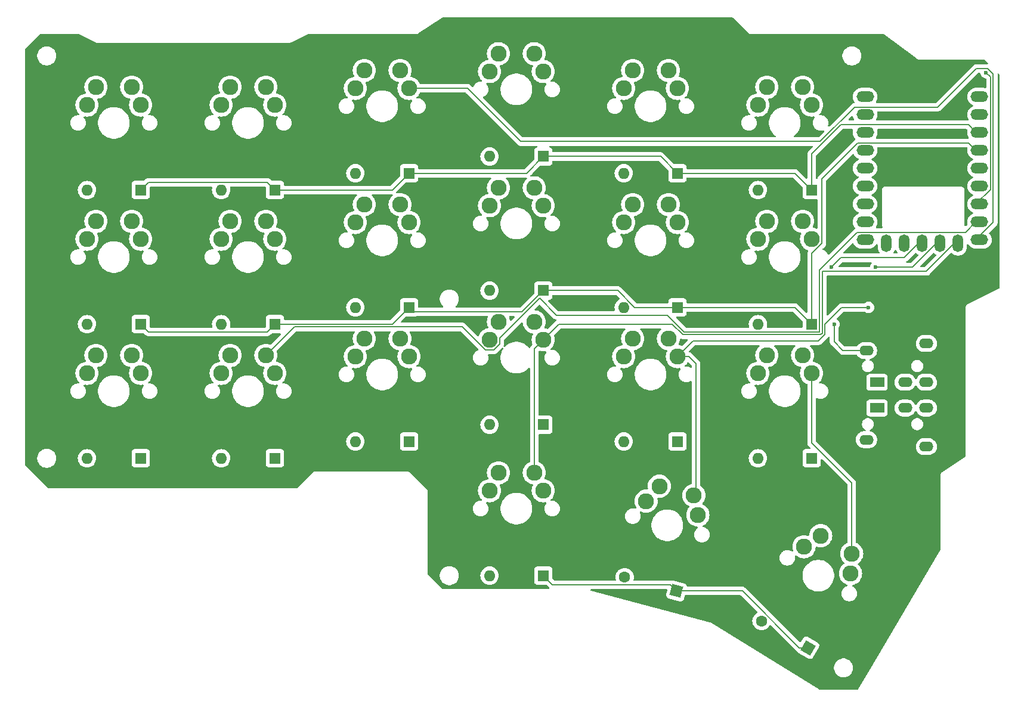
<source format=gbl>
G04 #@! TF.GenerationSoftware,KiCad,Pcbnew,8.0.4*
G04 #@! TF.CreationDate,2024-09-10T22:18:46+03:00*
G04 #@! TF.ProjectId,muikku42,6d75696b-6b75-4343-922e-6b696361645f,rev?*
G04 #@! TF.SameCoordinates,Original*
G04 #@! TF.FileFunction,Copper,L2,Bot*
G04 #@! TF.FilePolarity,Positive*
%FSLAX46Y46*%
G04 Gerber Fmt 4.6, Leading zero omitted, Abs format (unit mm)*
G04 Created by KiCad (PCBNEW 8.0.4) date 2024-09-10 22:18:46*
%MOMM*%
%LPD*%
G01*
G04 APERTURE LIST*
G04 Aperture macros list*
%AMHorizOval*
0 Thick line with rounded ends*
0 $1 width*
0 $2 $3 position (X,Y) of the first rounded end (center of the circle)*
0 $4 $5 position (X,Y) of the second rounded end (center of the circle)*
0 Add line between two ends*
20,1,$1,$2,$3,$4,$5,0*
0 Add two circle primitives to create the rounded ends*
1,1,$1,$2,$3*
1,1,$1,$4,$5*%
%AMRotRect*
0 Rectangle, with rotation*
0 The origin of the aperture is its center*
0 $1 length*
0 $2 width*
0 $3 Rotation angle, in degrees counterclockwise*
0 Add horizontal line*
21,1,$1,$2,0,0,$3*%
G04 Aperture macros list end*
G04 #@! TA.AperFunction,ComponentPad*
%ADD10R,1.600000X1.600000*%
G04 #@! TD*
G04 #@! TA.AperFunction,ComponentPad*
%ADD11O,1.600000X1.600000*%
G04 #@! TD*
G04 #@! TA.AperFunction,ComponentPad*
%ADD12RotRect,1.600000X1.600000X150.000000*%
G04 #@! TD*
G04 #@! TA.AperFunction,ComponentPad*
%ADD13HorizOval,1.600000X0.000000X0.000000X0.000000X0.000000X0*%
G04 #@! TD*
G04 #@! TA.AperFunction,ComponentPad*
%ADD14C,2.286000*%
G04 #@! TD*
G04 #@! TA.AperFunction,ComponentPad*
%ADD15O,2.000000X1.400000*%
G04 #@! TD*
G04 #@! TA.AperFunction,ComponentPad*
%ADD16R,2.000000X1.400000*%
G04 #@! TD*
G04 #@! TA.AperFunction,ComponentPad*
%ADD17RotRect,1.600000X1.600000X165.000000*%
G04 #@! TD*
G04 #@! TA.AperFunction,ComponentPad*
%ADD18HorizOval,1.600000X0.000000X0.000000X0.000000X0.000000X0*%
G04 #@! TD*
G04 #@! TA.AperFunction,ComponentPad*
%ADD19O,2.500000X1.500000*%
G04 #@! TD*
G04 #@! TA.AperFunction,ComponentPad*
%ADD20O,1.500000X2.500000*%
G04 #@! TD*
G04 #@! TA.AperFunction,ViaPad*
%ADD21C,0.600000*%
G04 #@! TD*
G04 #@! TA.AperFunction,Conductor*
%ADD22C,0.200000*%
G04 #@! TD*
G04 APERTURE END LIST*
D10*
G04 #@! TO.P,D12,1,K*
G04 #@! TO.N,ROW1*
X156209999Y-85725001D03*
D11*
G04 #@! TO.P,D12,2,A*
G04 #@! TO.N,Net-(D12-A)*
X148589999Y-85725001D03*
G04 #@! TD*
D10*
G04 #@! TO.P,D17,1,K*
G04 #@! TO.N,ROW2*
X137159999Y-102393751D03*
D11*
G04 #@! TO.P,D17,2,A*
G04 #@! TO.N,Net-(D17-A)*
X129539999Y-102393751D03*
G04 #@! TD*
D12*
G04 #@! TO.P,D21,1,K*
G04 #@! TO.N,ROW3*
X155699556Y-131683125D03*
D13*
G04 #@! TO.P,D21,2,A*
G04 #@! TO.N,Net-(D21-A)*
X149100442Y-127873125D03*
G04 #@! TD*
D10*
G04 #@! TO.P,D2,1,K*
G04 #@! TO.N,ROW0*
X80009999Y-66675001D03*
D11*
G04 #@! TO.P,D2,2,A*
G04 #@! TO.N,Net-(D2-A)*
X72389999Y-66675001D03*
G04 #@! TD*
D14*
G04 #@! TO.P,S5,1,1*
G04 #@! TO.N,Net-(D5-A)*
X129540000Y-52228750D03*
X130810000Y-49688750D03*
G04 #@! TO.P,S5,2,2*
G04 #@! TO.N,COL4*
X135890000Y-49688750D03*
X137160000Y-52228750D03*
G04 #@! TD*
D10*
G04 #@! TO.P,D4,1,K*
G04 #@! TO.N,ROW0*
X118109999Y-61912501D03*
D11*
G04 #@! TO.P,D4,2,A*
G04 #@! TO.N,Net-(D4-A)*
X110489999Y-61912501D03*
G04 #@! TD*
D14*
G04 #@! TO.P,S11,1,1*
G04 #@! TO.N,Net-(D11-A)*
X129540000Y-71278750D03*
X130810000Y-68738750D03*
G04 #@! TO.P,S11,2,2*
G04 #@! TO.N,COL4*
X135890000Y-68738750D03*
X137160000Y-71278750D03*
G04 #@! TD*
D10*
G04 #@! TO.P,D13,1,K*
G04 #@! TO.N,ROW2*
X60959999Y-104775001D03*
D11*
G04 #@! TO.P,D13,2,A*
G04 #@! TO.N,Net-(D13-A)*
X53339999Y-104775001D03*
G04 #@! TD*
D14*
G04 #@! TO.P,S7,1,1*
G04 #@! TO.N,Net-(D7-A)*
X53340000Y-73660000D03*
X54610000Y-71120000D03*
G04 #@! TO.P,S7,2,2*
G04 #@! TO.N,COL0*
X59690000Y-71120000D03*
X60960000Y-73660000D03*
G04 #@! TD*
G04 #@! TO.P,S15,1,1*
G04 #@! TO.N,Net-(D15-A)*
X91440000Y-90328750D03*
X92710000Y-87788750D03*
G04 #@! TO.P,S15,2,2*
G04 #@! TO.N,COL2*
X97790000Y-87788750D03*
X99060000Y-90328750D03*
G04 #@! TD*
D15*
G04 #@! TO.P,J1,*
G04 #@! TO.N,*
X172496875Y-103131250D03*
G04 #@! TO.P,J1,R1*
G04 #@! TO.N,TX*
X169496875Y-97631250D03*
G04 #@! TO.P,J1,R2*
G04 #@! TO.N,VCC*
X172496875Y-97631250D03*
G04 #@! TO.P,J1,S*
G04 #@! TO.N,GND*
X163996875Y-102131250D03*
D16*
G04 #@! TO.P,J1,T*
G04 #@! TO.N,RX*
X165496875Y-97631250D03*
G04 #@! TD*
D10*
G04 #@! TO.P,D15,1,K*
G04 #@! TO.N,ROW2*
X99059999Y-102393751D03*
D11*
G04 #@! TO.P,D15,2,A*
G04 #@! TO.N,Net-(D15-A)*
X91439999Y-102393751D03*
G04 #@! TD*
D10*
G04 #@! TO.P,D9,1,K*
G04 #@! TO.N,ROW1*
X99059999Y-83343751D03*
D11*
G04 #@! TO.P,D9,2,A*
G04 #@! TO.N,Net-(D9-A)*
X91439999Y-83343751D03*
G04 #@! TD*
D10*
G04 #@! TO.P,D11,1,K*
G04 #@! TO.N,ROW1*
X137159999Y-83343751D03*
D11*
G04 #@! TO.P,D11,2,A*
G04 #@! TO.N,Net-(D11-A)*
X129539999Y-83343751D03*
G04 #@! TD*
D10*
G04 #@! TO.P,D7,1,K*
G04 #@! TO.N,ROW1*
X60959999Y-85725001D03*
D11*
G04 #@! TO.P,D7,2,A*
G04 #@! TO.N,Net-(D7-A)*
X53339999Y-85725001D03*
G04 #@! TD*
D17*
G04 #@! TO.P,D20,1,K*
G04 #@! TO.N,ROW3*
X137030177Y-123620476D03*
D18*
G04 #@! TO.P,D20,2,A*
G04 #@! TO.N,Net-(D20-A)*
X129669822Y-121648275D03*
G04 #@! TD*
D10*
G04 #@! TO.P,D10,1,K*
G04 #@! TO.N,ROW1*
X118109999Y-80962501D03*
D11*
G04 #@! TO.P,D10,2,A*
G04 #@! TO.N,Net-(D10-A)*
X110489999Y-80962501D03*
G04 #@! TD*
D10*
G04 #@! TO.P,D18,1,K*
G04 #@! TO.N,ROW2*
X156209999Y-104775000D03*
D11*
G04 #@! TO.P,D18,2,A*
G04 #@! TO.N,Net-(D18-A)*
X148589999Y-104775000D03*
G04 #@! TD*
D14*
G04 #@! TO.P,S4,1,1*
G04 #@! TO.N,Net-(D4-A)*
X110490000Y-49847500D03*
X111760000Y-47307500D03*
G04 #@! TO.P,S4,2,2*
G04 #@! TO.N,COL3*
X116840000Y-47307500D03*
X118110000Y-49847500D03*
G04 #@! TD*
D10*
G04 #@! TO.P,D3,1,K*
G04 #@! TO.N,ROW0*
X99059999Y-64293751D03*
D11*
G04 #@! TO.P,D3,2,A*
G04 #@! TO.N,Net-(D3-A)*
X91439999Y-64293751D03*
G04 #@! TD*
D14*
G04 #@! TO.P,S18,1,1*
G04 #@! TO.N,Net-(D18-A)*
X148590000Y-92710000D03*
X149860000Y-90170000D03*
G04 #@! TO.P,S18,2,2*
G04 #@! TO.N,COL5*
X154940000Y-90170000D03*
X156210000Y-92710000D03*
G04 #@! TD*
G04 #@! TO.P,S6,1,1*
G04 #@! TO.N,Net-(D6-A)*
X148590000Y-54610000D03*
X149860000Y-52070000D03*
G04 #@! TO.P,S6,2,2*
G04 #@! TO.N,COL5*
X154940000Y-52070000D03*
X156210000Y-54610000D03*
G04 #@! TD*
G04 #@! TO.P,S17,1,1*
G04 #@! TO.N,Net-(D17-A)*
X129540000Y-90328750D03*
X130810000Y-87788750D03*
G04 #@! TO.P,S17,2,2*
G04 #@! TO.N,COL4*
X135890000Y-87788750D03*
X137160000Y-90328750D03*
G04 #@! TD*
G04 #@! TO.P,S14,1,1*
G04 #@! TO.N,Net-(D14-A)*
X72390000Y-92710000D03*
X73660000Y-90170000D03*
G04 #@! TO.P,S14,2,2*
G04 #@! TO.N,COL1*
X78740000Y-90170000D03*
X80010000Y-92710000D03*
G04 #@! TD*
D10*
G04 #@! TO.P,D1,1,K*
G04 #@! TO.N,ROW0*
X60959999Y-66675001D03*
D11*
G04 #@! TO.P,D1,2,A*
G04 #@! TO.N,Net-(D1-A)*
X53339999Y-66675001D03*
G04 #@! TD*
D10*
G04 #@! TO.P,D16,1,K*
G04 #@! TO.N,ROW2*
X118109999Y-100012501D03*
D11*
G04 #@! TO.P,D16,2,A*
G04 #@! TO.N,Net-(D16-A)*
X110489999Y-100012501D03*
G04 #@! TD*
D14*
G04 #@! TO.P,S8,1,1*
G04 #@! TO.N,Net-(D8-A)*
X72390000Y-73660000D03*
X73660000Y-71120000D03*
G04 #@! TO.P,S8,2,2*
G04 #@! TO.N,COL1*
X78740000Y-71120000D03*
X80010000Y-73660000D03*
G04 #@! TD*
D10*
G04 #@! TO.P,D5,1,K*
G04 #@! TO.N,ROW0*
X137159999Y-64293751D03*
D11*
G04 #@! TO.P,D5,2,A*
G04 #@! TO.N,Net-(D5-A)*
X129539999Y-64293751D03*
G04 #@! TD*
D10*
G04 #@! TO.P,D14,1,K*
G04 #@! TO.N,ROW2*
X80009999Y-104775001D03*
D11*
G04 #@! TO.P,D14,2,A*
G04 #@! TO.N,Net-(D14-A)*
X72389999Y-104775001D03*
G04 #@! TD*
D14*
G04 #@! TO.P,S2,1,1*
G04 #@! TO.N,Net-(D2-A)*
X72390000Y-54610000D03*
X73660000Y-52070000D03*
G04 #@! TO.P,S2,2,2*
G04 #@! TO.N,COL1*
X78740000Y-52070000D03*
X80010000Y-54610000D03*
G04 #@! TD*
D19*
G04 #@! TO.P,U1,1,0*
G04 #@! TO.N,TX*
X180046250Y-53419375D03*
G04 #@! TO.P,U1,2,1*
G04 #@! TO.N,RX*
X180046250Y-55959375D03*
G04 #@! TO.P,U1,3,2*
G04 #@! TO.N,ROW0*
X180046250Y-58499375D03*
G04 #@! TO.P,U1,4,3*
G04 #@! TO.N,ROW1*
X180046250Y-61039375D03*
G04 #@! TO.P,U1,5,4*
G04 #@! TO.N,ROW2*
X180046250Y-63579375D03*
G04 #@! TO.P,U1,6,5*
G04 #@! TO.N,ROW3*
X180046250Y-66119375D03*
G04 #@! TO.P,U1,7,6*
G04 #@! TO.N,COL0*
X180046250Y-68659375D03*
G04 #@! TO.P,U1,8,7*
G04 #@! TO.N,COL1*
X180046250Y-71199375D03*
G04 #@! TO.P,U1,9,8*
G04 #@! TO.N,COL2*
X180046250Y-73739375D03*
D20*
G04 #@! TO.P,U1,10,9*
G04 #@! TO.N,COL3*
X177006250Y-74239375D03*
G04 #@! TO.P,U1,11,10*
G04 #@! TO.N,COL4*
X174466250Y-74239375D03*
G04 #@! TO.P,U1,12,11*
G04 #@! TO.N,COL5*
X171926250Y-74239375D03*
G04 #@! TO.P,U1,13,12*
G04 #@! TO.N,unconnected-(U1-12-Pad13)*
X169386250Y-74239375D03*
G04 #@! TO.P,U1,14,13*
G04 #@! TO.N,unconnected-(U1-13-Pad14)*
X166846250Y-74239375D03*
D19*
G04 #@! TO.P,U1,15,14*
G04 #@! TO.N,unconnected-(U1-14-Pad15)*
X163806250Y-73739375D03*
G04 #@! TO.P,U1,16,15*
G04 #@! TO.N,unconnected-(U1-15-Pad16)*
X163806250Y-71199375D03*
G04 #@! TO.P,U1,17,26*
G04 #@! TO.N,unconnected-(U1-26-Pad17)*
X163806250Y-68659375D03*
G04 #@! TO.P,U1,18,27*
G04 #@! TO.N,unconnected-(U1-27-Pad18)*
X163806250Y-66119375D03*
G04 #@! TO.P,U1,19,28*
G04 #@! TO.N,unconnected-(U1-28-Pad19)*
X163806250Y-63579375D03*
G04 #@! TO.P,U1,20,29*
G04 #@! TO.N,unconnected-(U1-29-Pad20)*
X163806250Y-61039375D03*
G04 #@! TO.P,U1,21,3V3*
G04 #@! TO.N,VCC*
X163806250Y-58499375D03*
G04 #@! TO.P,U1,22,GND*
G04 #@! TO.N,GND*
X163806250Y-55959375D03*
G04 #@! TO.P,U1,23,5V*
G04 #@! TO.N,unconnected-(U1-5V-Pad23)*
X163806250Y-53419375D03*
G04 #@! TD*
D14*
G04 #@! TO.P,S16,1,1*
G04 #@! TO.N,Net-(D16-A)*
X110490000Y-87947500D03*
X111760000Y-85407500D03*
G04 #@! TO.P,S16,2,2*
G04 #@! TO.N,COL3*
X116840000Y-85407500D03*
X118110000Y-87947500D03*
G04 #@! TD*
G04 #@! TO.P,S10,1,1*
G04 #@! TO.N,Net-(D10-A)*
X110490000Y-68897500D03*
X111760000Y-66357500D03*
G04 #@! TO.P,S10,2,2*
G04 #@! TO.N,COL3*
X116840000Y-66357500D03*
X118110000Y-68897500D03*
G04 #@! TD*
G04 #@! TO.P,S12,1,1*
G04 #@! TO.N,Net-(D12-A)*
X148590000Y-73660000D03*
X149860000Y-71120000D03*
G04 #@! TO.P,S12,2,2*
G04 #@! TO.N,COL5*
X154940000Y-71120000D03*
X156210000Y-73660000D03*
G04 #@! TD*
G04 #@! TO.P,S1,1,1*
G04 #@! TO.N,Net-(D1-A)*
X53340000Y-54610000D03*
X54610000Y-52070000D03*
G04 #@! TO.P,S1,2,2*
G04 #@! TO.N,COL0*
X59690000Y-52070000D03*
X60960000Y-54610000D03*
G04 #@! TD*
G04 #@! TO.P,S3,1,1*
G04 #@! TO.N,Net-(D3-A)*
X91440000Y-52228750D03*
X92710000Y-49688750D03*
G04 #@! TO.P,S3,2,2*
G04 #@! TO.N,COL2*
X97790000Y-49688750D03*
X99060000Y-52228750D03*
G04 #@! TD*
G04 #@! TO.P,S13,1,1*
G04 #@! TO.N,Net-(D13-A)*
X53340000Y-92710000D03*
X54610000Y-90170000D03*
G04 #@! TO.P,S13,2,2*
G04 #@! TO.N,COL0*
X59690000Y-90170000D03*
X60960000Y-92710000D03*
G04 #@! TD*
D10*
G04 #@! TO.P,D19,1,K*
G04 #@! TO.N,ROW3*
X118109999Y-121443751D03*
D11*
G04 #@! TO.P,D19,2,A*
G04 #@! TO.N,Net-(D19-A)*
X110489999Y-121443751D03*
G04 #@! TD*
D10*
G04 #@! TO.P,D8,1,K*
G04 #@! TO.N,ROW1*
X80009999Y-85725001D03*
D11*
G04 #@! TO.P,D8,2,A*
G04 #@! TO.N,Net-(D8-A)*
X72389999Y-85725001D03*
G04 #@! TD*
D14*
G04 #@! TO.P,S19,1,1*
G04 #@! TO.N,Net-(D19-A)*
X110490000Y-109378750D03*
X111760000Y-106838750D03*
G04 #@! TO.P,S19,2,2*
G04 #@! TO.N,COL3*
X116840000Y-106838750D03*
X118110000Y-109378750D03*
G04 #@! TD*
G04 #@! TO.P,S21,1,1*
G04 #@! TO.N,Net-(D21-A)*
X155132943Y-117339045D03*
X157502795Y-115774341D03*
G04 #@! TO.P,S21,2,2*
G04 #@! TO.N,COL5*
X161902205Y-118314341D03*
X161732057Y-121149045D03*
G04 #@! TD*
D10*
G04 #@! TO.P,D6,1,K*
G04 #@! TO.N,ROW0*
X156209999Y-66675001D03*
D11*
G04 #@! TO.P,D6,2,A*
G04 #@! TO.N,Net-(D6-A)*
X148589999Y-66675001D03*
G04 #@! TD*
D14*
G04 #@! TO.P,S20,1,1*
G04 #@! TO.N,Net-(D20-A)*
X132708473Y-110860448D03*
X134592599Y-108735696D03*
G04 #@! TO.P,S20,2,2*
G04 #@! TO.N,COL4*
X139499502Y-110050497D03*
X140068828Y-112832649D03*
G04 #@! TD*
G04 #@! TO.P,S9,1,1*
G04 #@! TO.N,Net-(D9-A)*
X91440000Y-71278750D03*
X92710000Y-68738750D03*
G04 #@! TO.P,S9,2,2*
G04 #@! TO.N,COL2*
X97790000Y-68738750D03*
X99060000Y-71278750D03*
G04 #@! TD*
D15*
G04 #@! TO.P,J2,*
G04 #@! TO.N,*
X172496878Y-88478122D03*
G04 #@! TO.P,J2,R1*
G04 #@! TO.N,RX*
X169496878Y-93978122D03*
G04 #@! TO.P,J2,R2*
G04 #@! TO.N,VCC*
X172496878Y-93978122D03*
G04 #@! TO.P,J2,S*
G04 #@! TO.N,GND*
X163996878Y-89478122D03*
D16*
G04 #@! TO.P,J2,T*
G04 #@! TO.N,TX*
X165496878Y-93978122D03*
G04 #@! TD*
D21*
G04 #@! TO.N,COL0*
X180975000Y-50006250D03*
G04 #@! TO.N,COL4*
X165306250Y-77634016D03*
X164306250Y-83343750D03*
G04 #@! TO.N,COL5*
X159000000Y-77634016D03*
G04 #@! TO.N,GND*
X159400000Y-85725000D03*
G04 #@! TD*
D22*
G04 #@! TO.N,ROW0*
X96678749Y-66675001D02*
X99059999Y-64293751D01*
X156209999Y-66675001D02*
X156209999Y-61570702D01*
X137159999Y-64293751D02*
X153828749Y-64293751D01*
X153828749Y-64293751D02*
X156209999Y-66675001D01*
X62059999Y-65575001D02*
X78909999Y-65575001D01*
X118109999Y-61912501D02*
X134778749Y-61912501D01*
X156209999Y-61570702D02*
X160380701Y-57400000D01*
X160380701Y-57400000D02*
X178446875Y-57400000D01*
X99059999Y-64293751D02*
X115728749Y-64293751D01*
X60959999Y-66675001D02*
X62059999Y-65575001D01*
X80009999Y-66675001D02*
X96678749Y-66675001D01*
X178446875Y-57400000D02*
X179546250Y-58499375D01*
X134778749Y-61912501D02*
X137159999Y-64293751D01*
X115728749Y-64293751D02*
X118109999Y-61912501D01*
X78909999Y-65575001D02*
X80009999Y-66675001D01*
G04 #@! TO.N,ROW1*
X60959999Y-85725001D02*
X62059999Y-86825001D01*
X62059999Y-86825001D02*
X78909999Y-86825001D01*
X118109999Y-80962501D02*
X128714384Y-80962501D01*
X78909999Y-86825001D02*
X80009999Y-85725001D01*
X162760000Y-59989375D02*
X178496250Y-59989375D01*
X156209999Y-75700712D02*
X157653000Y-74257711D01*
X178496250Y-59989375D02*
X179546250Y-61039375D01*
X137159999Y-83343751D02*
X153828749Y-83343751D01*
X156209999Y-85725001D02*
X156209999Y-75700712D01*
X96678749Y-85725001D02*
X99059999Y-83343751D01*
X131095634Y-83343751D02*
X137159999Y-83343751D01*
X157653000Y-65096375D02*
X162760000Y-59989375D01*
X153828749Y-83343751D02*
X156209999Y-85725001D01*
X80009999Y-85725001D02*
X96678749Y-85725001D01*
X99059999Y-83343751D02*
X99680748Y-83964500D01*
X157653000Y-74257711D02*
X157653000Y-65096375D01*
X128714384Y-80962501D02*
X131095634Y-83343751D01*
X99680748Y-83964500D02*
X115108000Y-83964500D01*
X115108000Y-83964500D02*
X118109999Y-80962501D01*
G04 #@! TO.N,ROW3*
X154466077Y-131683125D02*
X155699556Y-131683125D01*
X146403428Y-123620476D02*
X154466077Y-131683125D01*
X137030177Y-123620476D02*
X146403428Y-123620476D01*
X119414523Y-122748275D02*
X136157976Y-122748275D01*
X118109999Y-121443751D02*
X119414523Y-122748275D01*
X136157976Y-122748275D02*
X137030177Y-123620476D01*
G04 #@! TO.N,COL0*
X181596250Y-50627500D02*
X181596250Y-66609375D01*
X181596250Y-66609375D02*
X179546250Y-68659375D01*
X180975000Y-50006250D02*
X181596250Y-50627500D01*
G04 #@! TO.N,COL1*
X117575685Y-82062501D02*
X111933000Y-87705186D01*
X157309999Y-86825001D02*
X138112500Y-86825001D01*
X178056250Y-72689375D02*
X162688954Y-72689375D01*
X179546250Y-71199375D02*
X178056250Y-72689375D01*
X138112500Y-86825001D02*
X135731250Y-84443751D01*
X109892289Y-89390500D02*
X106626790Y-86125001D01*
X119956935Y-84443751D02*
X117575685Y-82062501D01*
X82784999Y-86125001D02*
X78740000Y-90170000D01*
X157309999Y-78068330D02*
X157309999Y-86825001D01*
X135731250Y-84443751D02*
X119956935Y-84443751D01*
X111933000Y-87705186D02*
X111933000Y-88545211D01*
X111933000Y-88545211D02*
X111087711Y-89390500D01*
X111087711Y-89390500D02*
X109892289Y-89390500D01*
X106626790Y-86125001D02*
X82784999Y-86125001D01*
X162688954Y-72689375D02*
X157309999Y-78068330D01*
G04 #@! TO.N,COL2*
X162305640Y-54909375D02*
X174121875Y-54909375D01*
X107362921Y-52228750D02*
X114926054Y-59791883D01*
X174121875Y-54909375D02*
X179625000Y-49406250D01*
X181996250Y-50178971D02*
X181996250Y-71289375D01*
X181223529Y-49406250D02*
X181996250Y-50178971D01*
X179625000Y-49406250D02*
X181223529Y-49406250D01*
X99060000Y-52228750D02*
X107362921Y-52228750D01*
X181996250Y-71289375D02*
X179546250Y-73739375D01*
X157423132Y-59791883D02*
X162305640Y-54909375D01*
X114926054Y-59791883D02*
X157423132Y-59791883D01*
G04 #@! TO.N,COL3*
X157475684Y-87225001D02*
X137946814Y-87225001D01*
X157709999Y-78234016D02*
X157709999Y-86990686D01*
X172511609Y-78234016D02*
X157709999Y-78234016D01*
X157709999Y-86990686D02*
X157475684Y-87225001D01*
X136446813Y-85725000D02*
X120332500Y-85725000D01*
X118110000Y-87947500D02*
X116840000Y-89217500D01*
X137946814Y-87225001D02*
X136446813Y-85725000D01*
X177006250Y-73739375D02*
X172511609Y-78234016D01*
X120332500Y-85725000D02*
X118110000Y-87947500D01*
X116840000Y-89217500D02*
X116840000Y-106838750D01*
G04 #@! TO.N,COL4*
X138776446Y-90328750D02*
X139800000Y-91352304D01*
X139800000Y-91352304D02*
X139800000Y-109749999D01*
X157160121Y-88106250D02*
X139382500Y-88106250D01*
X158109999Y-87156372D02*
X157160121Y-88106250D01*
X160491249Y-83343750D02*
X158109999Y-85725000D01*
X139800000Y-109749999D02*
X139499502Y-110050497D01*
X174466250Y-73739375D02*
X170571609Y-77634016D01*
X164306250Y-83343750D02*
X160491249Y-83343750D01*
X139382500Y-88106250D02*
X137160000Y-90328750D01*
X170571609Y-77634016D02*
X165306250Y-77634016D01*
X137160000Y-90328750D02*
X138776446Y-90328750D01*
X158109999Y-85725000D02*
X158109999Y-87156372D01*
G04 #@! TO.N,COL5*
X156210000Y-92710000D02*
X156210000Y-102575001D01*
X160333883Y-76300133D02*
X159000000Y-77634016D01*
X156210000Y-102575001D02*
X161902205Y-108267206D01*
X171926250Y-73739375D02*
X169365492Y-76300133D01*
X169365492Y-76300133D02*
X160333883Y-76300133D01*
X161902205Y-108267206D02*
X161902205Y-118314341D01*
G04 #@! TO.N,GND*
X159400000Y-85725000D02*
X159400000Y-88224747D01*
X160653375Y-89478122D02*
X163996878Y-89478122D01*
X159400000Y-88224747D02*
X160653375Y-89478122D01*
G04 #@! TD*
G04 #@! TA.AperFunction,NonConductor*
G36*
X180125717Y-50026435D02*
G01*
X180171472Y-50079239D01*
X180181898Y-50116867D01*
X180189630Y-50185499D01*
X180249210Y-50355771D01*
X180341156Y-50502102D01*
X180345184Y-50508512D01*
X180472738Y-50636066D01*
X180625478Y-50732039D01*
X180795745Y-50791618D01*
X180882669Y-50801411D01*
X180947080Y-50828476D01*
X180956465Y-50836950D01*
X180959431Y-50839916D01*
X180992916Y-50901239D01*
X180995750Y-50927597D01*
X180995750Y-52079986D01*
X180976065Y-52147025D01*
X180923261Y-52192780D01*
X180854103Y-52202724D01*
X180842817Y-52200563D01*
X180839082Y-52199666D01*
X180644672Y-52168875D01*
X180644667Y-52168875D01*
X179447833Y-52168875D01*
X179447828Y-52168875D01*
X179253423Y-52199665D01*
X179066220Y-52260492D01*
X178890844Y-52349851D01*
X178799991Y-52415860D01*
X178731604Y-52465547D01*
X178731602Y-52465549D01*
X178731601Y-52465549D01*
X178592424Y-52604726D01*
X178592424Y-52604727D01*
X178592422Y-52604729D01*
X178567595Y-52638900D01*
X178476726Y-52763969D01*
X178387367Y-52939345D01*
X178326540Y-53126548D01*
X178295750Y-53320952D01*
X178295750Y-53517797D01*
X178326540Y-53712201D01*
X178387367Y-53899404D01*
X178464728Y-54051233D01*
X178476726Y-54074780D01*
X178592422Y-54234021D01*
X178731604Y-54373203D01*
X178890845Y-54488899D01*
X178992434Y-54540661D01*
X179067463Y-54578890D01*
X179118259Y-54626864D01*
X179135054Y-54694685D01*
X179112517Y-54760820D01*
X179067463Y-54799860D01*
X178890844Y-54889851D01*
X178816314Y-54944001D01*
X178731604Y-55005547D01*
X178731602Y-55005549D01*
X178731601Y-55005549D01*
X178592424Y-55144726D01*
X178592424Y-55144727D01*
X178592422Y-55144729D01*
X178558413Y-55191538D01*
X178476726Y-55303969D01*
X178387367Y-55479345D01*
X178326540Y-55666548D01*
X178295750Y-55860952D01*
X178295750Y-56057797D01*
X178326540Y-56252201D01*
X178387367Y-56439404D01*
X178478938Y-56619121D01*
X178476773Y-56620223D01*
X178492479Y-56678006D01*
X178471443Y-56744633D01*
X178417725Y-56789312D01*
X178375531Y-56798044D01*
X178375594Y-56798541D01*
X178375586Y-56798542D01*
X178372069Y-56798761D01*
X178368504Y-56799499D01*
X178360222Y-56799499D01*
X178360206Y-56799500D01*
X165483996Y-56799500D01*
X165416957Y-56779815D01*
X165371202Y-56727011D01*
X165361258Y-56657853D01*
X165374899Y-56619802D01*
X165373562Y-56619121D01*
X165386211Y-56594297D01*
X165465134Y-56439400D01*
X165525959Y-56252201D01*
X165536235Y-56187323D01*
X165556750Y-56057797D01*
X165556750Y-55860952D01*
X165532960Y-55710751D01*
X165525959Y-55666549D01*
X165525955Y-55666537D01*
X165525064Y-55662822D01*
X165528555Y-55593039D01*
X165569219Y-55536222D01*
X165634145Y-55510409D01*
X165645638Y-55509875D01*
X174035206Y-55509875D01*
X174035222Y-55509876D01*
X174042818Y-55509876D01*
X174200929Y-55509876D01*
X174200932Y-55509876D01*
X174353660Y-55468952D01*
X174403779Y-55440014D01*
X174490591Y-55389895D01*
X174602395Y-55278091D01*
X174602395Y-55278089D01*
X174612603Y-55267882D01*
X174612604Y-55267879D01*
X179837416Y-50043069D01*
X179898739Y-50009584D01*
X179925097Y-50006750D01*
X180058678Y-50006750D01*
X180125717Y-50026435D01*
G37*
G04 #@! TD.AperFunction*
G04 #@! TA.AperFunction,NonConductor*
G36*
X162007940Y-56158822D02*
G01*
X162063874Y-56200693D01*
X162083808Y-56247856D01*
X162085406Y-56247473D01*
X162086540Y-56252201D01*
X162147367Y-56439404D01*
X162238938Y-56619121D01*
X162236896Y-56620161D01*
X162252464Y-56678667D01*
X162231073Y-56745182D01*
X162177118Y-56789573D01*
X162128504Y-56799500D01*
X161564112Y-56799500D01*
X161497073Y-56779815D01*
X161451318Y-56727011D01*
X161441374Y-56657853D01*
X161470399Y-56594297D01*
X161476431Y-56587819D01*
X161661364Y-56402886D01*
X161876928Y-56187321D01*
X161938249Y-56153838D01*
X162007940Y-56158822D01*
G37*
G04 #@! TD.AperFunction*
G04 #@! TA.AperFunction,NonConductor*
G36*
X178213817Y-58020185D02*
G01*
X178234459Y-58036819D01*
X178292481Y-58094841D01*
X178325966Y-58156164D01*
X178327273Y-58201919D01*
X178295750Y-58400951D01*
X178295750Y-58597797D01*
X178326540Y-58792201D01*
X178387367Y-58979404D01*
X178476728Y-59154783D01*
X178503760Y-59191990D01*
X178527240Y-59257796D01*
X178511415Y-59325850D01*
X178461309Y-59374545D01*
X178403442Y-59388875D01*
X165449058Y-59388875D01*
X165382019Y-59369190D01*
X165336264Y-59316386D01*
X165326320Y-59247228D01*
X165348740Y-59191990D01*
X165366709Y-59167257D01*
X165375774Y-59154780D01*
X165465134Y-58979400D01*
X165525959Y-58792201D01*
X165556750Y-58597797D01*
X165556750Y-58400952D01*
X165525959Y-58206548D01*
X165511750Y-58162819D01*
X165509754Y-58092978D01*
X165545834Y-58033145D01*
X165608535Y-58002316D01*
X165629681Y-58000500D01*
X178146778Y-58000500D01*
X178213817Y-58020185D01*
G37*
G04 #@! TD.AperFunction*
G04 #@! TA.AperFunction,NonConductor*
G36*
X156306760Y-60412068D02*
G01*
X156352515Y-60464872D01*
X156362459Y-60534030D01*
X156333434Y-60597586D01*
X156327406Y-60604059D01*
X156061300Y-60870165D01*
X155841285Y-61090180D01*
X155729480Y-61201984D01*
X155729478Y-61201987D01*
X155679360Y-61288796D01*
X155679358Y-61288798D01*
X155650424Y-61338911D01*
X155650423Y-61338912D01*
X155638915Y-61381860D01*
X155609498Y-61491645D01*
X155609498Y-61491647D01*
X155609498Y-61659748D01*
X155609499Y-61659761D01*
X155609499Y-64925904D01*
X155589814Y-64992943D01*
X155537010Y-65038698D01*
X155467852Y-65048642D01*
X155404296Y-65019617D01*
X155397818Y-65013585D01*
X154316339Y-63932106D01*
X154316337Y-63932103D01*
X154197466Y-63813232D01*
X154197465Y-63813231D01*
X154110653Y-63763111D01*
X154110653Y-63763110D01*
X154110649Y-63763109D01*
X154060534Y-63734174D01*
X153907806Y-63693250D01*
X153749692Y-63693250D01*
X153742096Y-63693250D01*
X153742080Y-63693251D01*
X138584498Y-63693251D01*
X138517459Y-63673566D01*
X138471704Y-63620762D01*
X138460498Y-63569251D01*
X138460498Y-63445880D01*
X138460497Y-63445874D01*
X138460496Y-63445867D01*
X138454090Y-63386268D01*
X138419566Y-63293705D01*
X138403796Y-63251422D01*
X138403792Y-63251415D01*
X138317546Y-63136206D01*
X138317543Y-63136203D01*
X138202334Y-63049957D01*
X138202327Y-63049953D01*
X138067481Y-62999659D01*
X138067482Y-62999659D01*
X138007882Y-62993252D01*
X138007880Y-62993251D01*
X138007872Y-62993251D01*
X138007864Y-62993251D01*
X136760096Y-62993251D01*
X136693057Y-62973566D01*
X136672415Y-62956932D01*
X135266339Y-61550856D01*
X135266337Y-61550853D01*
X135147466Y-61431982D01*
X135147465Y-61431981D01*
X135060653Y-61381861D01*
X135060653Y-61381860D01*
X135060649Y-61381859D01*
X135010534Y-61352924D01*
X134857806Y-61312000D01*
X134699692Y-61312000D01*
X134692096Y-61312000D01*
X134692080Y-61312001D01*
X119534498Y-61312001D01*
X119467459Y-61292316D01*
X119421704Y-61239512D01*
X119410498Y-61188001D01*
X119410498Y-61064630D01*
X119410497Y-61064624D01*
X119410496Y-61064617D01*
X119404090Y-61005018D01*
X119380197Y-60940958D01*
X119353796Y-60870172D01*
X119353792Y-60870165D01*
X119267546Y-60754956D01*
X119267543Y-60754953D01*
X119152334Y-60668707D01*
X119152327Y-60668703D01*
X119055434Y-60632565D01*
X118999500Y-60590694D01*
X118975083Y-60525230D01*
X118989934Y-60456957D01*
X119039339Y-60407551D01*
X119098767Y-60392383D01*
X156239721Y-60392383D01*
X156306760Y-60412068D01*
G37*
G04 #@! TD.AperFunction*
G04 #@! TA.AperFunction,NonConductor*
G36*
X162049858Y-58020185D02*
G01*
X162095613Y-58072989D01*
X162105557Y-58142147D01*
X162100750Y-58162819D01*
X162086540Y-58206548D01*
X162055750Y-58400952D01*
X162055750Y-58597797D01*
X162086540Y-58792201D01*
X162147367Y-58979404D01*
X162206359Y-59095181D01*
X162236726Y-59154780D01*
X162352422Y-59314021D01*
X162352424Y-59314023D01*
X162381589Y-59343188D01*
X162415074Y-59404511D01*
X162410090Y-59474203D01*
X162381589Y-59518550D01*
X157172481Y-64727657D01*
X157172479Y-64727659D01*
X157160634Y-64748177D01*
X157145569Y-64774271D01*
X157093423Y-64864590D01*
X157054272Y-65010697D01*
X157017909Y-65070356D01*
X156955061Y-65100885D01*
X156885686Y-65092590D01*
X156831808Y-65048105D01*
X156810534Y-64981552D01*
X156810499Y-64978602D01*
X156810499Y-61870799D01*
X156830184Y-61803760D01*
X156846818Y-61783118D01*
X160593117Y-58036819D01*
X160654440Y-58003334D01*
X160680798Y-58000500D01*
X161982819Y-58000500D01*
X162049858Y-58020185D01*
G37*
G04 #@! TD.AperFunction*
G04 #@! TA.AperFunction,NonConductor*
G36*
X178263192Y-60609560D02*
G01*
X178283834Y-60626194D01*
X178292481Y-60634841D01*
X178325966Y-60696164D01*
X178327273Y-60741919D01*
X178295750Y-60940951D01*
X178295750Y-61137797D01*
X178326540Y-61332201D01*
X178387367Y-61519404D01*
X178411329Y-61566431D01*
X178476726Y-61694780D01*
X178592422Y-61854021D01*
X178731604Y-61993203D01*
X178890845Y-62108899D01*
X178950289Y-62139187D01*
X179067463Y-62198890D01*
X179118259Y-62246864D01*
X179135054Y-62314685D01*
X179112517Y-62380820D01*
X179067463Y-62419860D01*
X178890844Y-62509851D01*
X178814616Y-62565235D01*
X178731604Y-62625547D01*
X178731602Y-62625549D01*
X178731601Y-62625549D01*
X178592424Y-62764726D01*
X178592424Y-62764727D01*
X178592422Y-62764729D01*
X178552277Y-62819984D01*
X178476726Y-62923969D01*
X178387367Y-63099345D01*
X178326540Y-63286548D01*
X178295750Y-63480952D01*
X178295750Y-63677797D01*
X178326540Y-63872201D01*
X178387367Y-64059404D01*
X178476726Y-64234780D01*
X178592422Y-64394021D01*
X178731604Y-64533203D01*
X178890845Y-64648899D01*
X179008640Y-64708918D01*
X179067463Y-64738890D01*
X179118259Y-64786864D01*
X179135054Y-64854685D01*
X179112517Y-64920820D01*
X179067463Y-64959860D01*
X178890844Y-65049851D01*
X178822571Y-65099455D01*
X178731604Y-65165547D01*
X178731602Y-65165549D01*
X178731601Y-65165549D01*
X178592424Y-65304726D01*
X178592424Y-65304727D01*
X178592422Y-65304729D01*
X178545339Y-65369533D01*
X178476726Y-65463969D01*
X178387367Y-65639345D01*
X178326540Y-65826548D01*
X178295750Y-66020952D01*
X178295750Y-66217797D01*
X178326540Y-66412201D01*
X178387367Y-66599404D01*
X178476726Y-66774780D01*
X178592422Y-66934021D01*
X178731604Y-67073203D01*
X178890845Y-67188899D01*
X178980496Y-67234578D01*
X179067463Y-67278890D01*
X179118259Y-67326864D01*
X179135054Y-67394685D01*
X179112517Y-67460820D01*
X179067463Y-67499860D01*
X178890844Y-67589851D01*
X178799991Y-67655860D01*
X178731604Y-67705547D01*
X178731602Y-67705549D01*
X178731601Y-67705549D01*
X178592424Y-67844726D01*
X178592424Y-67844727D01*
X178592422Y-67844729D01*
X178551002Y-67901739D01*
X178476726Y-68003969D01*
X178387367Y-68179345D01*
X178326540Y-68366548D01*
X178295750Y-68560952D01*
X178295750Y-68757797D01*
X178326540Y-68952201D01*
X178387367Y-69139404D01*
X178442797Y-69248190D01*
X178476726Y-69314780D01*
X178592422Y-69474021D01*
X178731604Y-69613203D01*
X178890845Y-69728899D01*
X179003437Y-69786267D01*
X179067463Y-69818890D01*
X179118259Y-69866864D01*
X179135054Y-69934685D01*
X179112517Y-70000820D01*
X179067463Y-70039860D01*
X178890844Y-70129851D01*
X178826890Y-70176317D01*
X178731604Y-70245547D01*
X178731602Y-70245549D01*
X178731601Y-70245549D01*
X178592424Y-70384726D01*
X178592424Y-70384727D01*
X178592422Y-70384729D01*
X178569127Y-70416792D01*
X178476726Y-70543969D01*
X178387367Y-70719345D01*
X178326540Y-70906548D01*
X178295750Y-71100952D01*
X178295750Y-71297797D01*
X178327273Y-71496828D01*
X178318318Y-71566122D01*
X178292481Y-71603907D01*
X178115306Y-71781083D01*
X178053983Y-71814568D01*
X177984292Y-71809584D01*
X177928358Y-71767713D01*
X177903941Y-71702248D01*
X177903625Y-71693402D01*
X177903625Y-66609110D01*
X177903625Y-66609108D01*
X177869517Y-66481814D01*
X177803625Y-66367686D01*
X177710439Y-66274500D01*
X177653375Y-66241554D01*
X177596312Y-66208608D01*
X177517224Y-66187417D01*
X177469017Y-66174500D01*
X166753392Y-66174500D01*
X166621608Y-66174500D01*
X166494312Y-66208608D01*
X166380186Y-66274500D01*
X166380183Y-66274502D01*
X166287002Y-66367683D01*
X166287000Y-66367686D01*
X166221108Y-66481812D01*
X166189601Y-66599400D01*
X166187000Y-66609108D01*
X166187000Y-71712767D01*
X166221108Y-71840061D01*
X166257374Y-71902876D01*
X166273847Y-71970774D01*
X166250995Y-72036801D01*
X166196074Y-72079992D01*
X166149987Y-72088875D01*
X165449058Y-72088875D01*
X165382019Y-72069190D01*
X165336264Y-72016386D01*
X165326320Y-71947228D01*
X165348740Y-71891990D01*
X165362062Y-71873651D01*
X165375774Y-71854780D01*
X165465134Y-71679400D01*
X165525959Y-71492201D01*
X165544063Y-71377898D01*
X165556750Y-71297797D01*
X165556750Y-71100952D01*
X165525959Y-70906548D01*
X165481364Y-70769302D01*
X165465134Y-70719350D01*
X165465132Y-70719347D01*
X165465132Y-70719345D01*
X165409703Y-70610560D01*
X165375774Y-70543970D01*
X165260078Y-70384729D01*
X165120896Y-70245547D01*
X165025610Y-70176317D01*
X164961653Y-70129849D01*
X164785037Y-70039860D01*
X164734240Y-69991886D01*
X164717445Y-69924065D01*
X164739982Y-69857930D01*
X164785037Y-69818890D01*
X164961653Y-69728900D01*
X164961652Y-69728900D01*
X164961655Y-69728899D01*
X165120896Y-69613203D01*
X165260078Y-69474021D01*
X165375774Y-69314780D01*
X165465134Y-69139400D01*
X165525959Y-68952201D01*
X165534623Y-68897500D01*
X165556750Y-68757797D01*
X165556750Y-68560952D01*
X165525959Y-68366548D01*
X165465132Y-68179345D01*
X165381710Y-68015620D01*
X165375774Y-68003970D01*
X165260078Y-67844729D01*
X165120896Y-67705547D01*
X165041275Y-67647699D01*
X164961653Y-67589849D01*
X164785037Y-67499860D01*
X164734240Y-67451886D01*
X164717445Y-67384065D01*
X164739982Y-67317930D01*
X164785037Y-67278890D01*
X164961653Y-67188900D01*
X164961652Y-67188900D01*
X164961655Y-67188899D01*
X165120896Y-67073203D01*
X165260078Y-66934021D01*
X165375774Y-66774780D01*
X165465134Y-66599400D01*
X165525959Y-66412201D01*
X165556750Y-66217797D01*
X165556750Y-66020952D01*
X165525959Y-65826548D01*
X165476703Y-65674955D01*
X165465134Y-65639350D01*
X165465132Y-65639347D01*
X165465132Y-65639345D01*
X165375773Y-65463969D01*
X165351970Y-65431207D01*
X165260078Y-65304729D01*
X165120896Y-65165547D01*
X164967414Y-65054035D01*
X164961653Y-65049849D01*
X164785037Y-64959860D01*
X164734240Y-64911886D01*
X164717445Y-64844065D01*
X164739982Y-64777930D01*
X164785037Y-64738890D01*
X164961653Y-64648900D01*
X164961652Y-64648900D01*
X164961655Y-64648899D01*
X165120896Y-64533203D01*
X165260078Y-64394021D01*
X165375774Y-64234780D01*
X165465134Y-64059400D01*
X165525959Y-63872201D01*
X165543237Y-63763111D01*
X165556750Y-63677797D01*
X165556750Y-63480952D01*
X165525959Y-63286548D01*
X165485874Y-63163182D01*
X165465134Y-63099350D01*
X165465132Y-63099347D01*
X165465132Y-63099345D01*
X165375773Y-62923969D01*
X165367474Y-62912546D01*
X165260078Y-62764729D01*
X165120896Y-62625547D01*
X164993085Y-62532686D01*
X164961653Y-62509849D01*
X164785037Y-62419860D01*
X164734240Y-62371886D01*
X164717445Y-62304065D01*
X164739982Y-62237930D01*
X164785037Y-62198890D01*
X164961653Y-62108900D01*
X164961652Y-62108900D01*
X164961655Y-62108899D01*
X165120896Y-61993203D01*
X165260078Y-61854021D01*
X165375774Y-61694780D01*
X165465134Y-61519400D01*
X165525959Y-61332201D01*
X165529158Y-61312001D01*
X165556750Y-61137797D01*
X165556750Y-60940952D01*
X165531563Y-60781932D01*
X165525959Y-60746549D01*
X165525955Y-60746537D01*
X165525064Y-60742822D01*
X165528555Y-60673039D01*
X165569219Y-60616222D01*
X165634145Y-60590409D01*
X165645638Y-60589875D01*
X178196153Y-60589875D01*
X178263192Y-60609560D01*
G37*
G04 #@! TD.AperFunction*
G04 #@! TA.AperFunction,NonConductor*
G36*
X168187695Y-75173107D02*
G01*
X168226735Y-75218162D01*
X168316724Y-75394778D01*
X168336620Y-75422162D01*
X168395170Y-75502749D01*
X168418650Y-75568553D01*
X168402825Y-75636607D01*
X168352720Y-75685302D01*
X168294852Y-75699633D01*
X167937648Y-75699633D01*
X167870609Y-75679948D01*
X167824854Y-75627144D01*
X167814910Y-75557986D01*
X167837328Y-75502749D01*
X167915774Y-75394780D01*
X167974909Y-75278721D01*
X168005765Y-75218162D01*
X168053739Y-75167365D01*
X168121560Y-75150570D01*
X168187695Y-75173107D01*
G37*
G04 #@! TD.AperFunction*
G04 #@! TA.AperFunction,NonConductor*
G36*
X162110710Y-74219365D02*
G01*
X162166644Y-74261236D01*
X162177861Y-74279251D01*
X162236726Y-74394780D01*
X162352422Y-74554021D01*
X162491604Y-74693203D01*
X162650845Y-74808899D01*
X162707551Y-74837792D01*
X162826220Y-74898257D01*
X162826222Y-74898257D01*
X162826225Y-74898259D01*
X162926567Y-74930862D01*
X163013423Y-74959084D01*
X163207828Y-74989875D01*
X163207833Y-74989875D01*
X164404672Y-74989875D01*
X164599076Y-74959084D01*
X164604847Y-74957209D01*
X164786275Y-74898259D01*
X164961655Y-74808899D01*
X165120896Y-74693203D01*
X165260078Y-74554021D01*
X165371432Y-74400755D01*
X165426762Y-74358091D01*
X165496376Y-74352112D01*
X165558171Y-74384718D01*
X165592528Y-74445557D01*
X165595750Y-74473642D01*
X165595750Y-74837797D01*
X165626540Y-75032201D01*
X165687367Y-75219404D01*
X165738310Y-75319384D01*
X165776726Y-75394780D01*
X165855170Y-75502749D01*
X165878650Y-75568553D01*
X165862825Y-75636607D01*
X165812720Y-75685302D01*
X165754852Y-75699633D01*
X160827293Y-75699633D01*
X160760254Y-75679948D01*
X160714499Y-75627144D01*
X160704555Y-75557986D01*
X160733580Y-75494430D01*
X160739612Y-75487952D01*
X161048274Y-75179290D01*
X161979698Y-74247864D01*
X162041019Y-74214381D01*
X162110710Y-74219365D01*
G37*
G04 #@! TD.AperFunction*
G04 #@! TA.AperFunction,NonConductor*
G36*
X162134692Y-61566431D02*
G01*
X162190625Y-61608303D01*
X162201843Y-61626318D01*
X162236726Y-61694780D01*
X162352422Y-61854021D01*
X162491604Y-61993203D01*
X162650845Y-62108899D01*
X162710289Y-62139187D01*
X162827463Y-62198890D01*
X162878259Y-62246864D01*
X162895054Y-62314685D01*
X162872517Y-62380820D01*
X162827463Y-62419860D01*
X162650844Y-62509851D01*
X162574616Y-62565235D01*
X162491604Y-62625547D01*
X162491602Y-62625549D01*
X162491601Y-62625549D01*
X162352424Y-62764726D01*
X162352424Y-62764727D01*
X162352422Y-62764729D01*
X162312277Y-62819984D01*
X162236726Y-62923969D01*
X162147367Y-63099345D01*
X162086540Y-63286548D01*
X162055750Y-63480952D01*
X162055750Y-63677797D01*
X162086540Y-63872201D01*
X162147367Y-64059404D01*
X162236726Y-64234780D01*
X162352422Y-64394021D01*
X162491604Y-64533203D01*
X162650845Y-64648899D01*
X162768640Y-64708918D01*
X162827463Y-64738890D01*
X162878259Y-64786864D01*
X162895054Y-64854685D01*
X162872517Y-64920820D01*
X162827463Y-64959860D01*
X162650844Y-65049851D01*
X162582571Y-65099455D01*
X162491604Y-65165547D01*
X162491602Y-65165549D01*
X162491601Y-65165549D01*
X162352424Y-65304726D01*
X162352424Y-65304727D01*
X162352422Y-65304729D01*
X162305339Y-65369533D01*
X162236726Y-65463969D01*
X162147367Y-65639345D01*
X162086540Y-65826548D01*
X162055750Y-66020952D01*
X162055750Y-66217797D01*
X162086540Y-66412201D01*
X162147367Y-66599404D01*
X162236726Y-66774780D01*
X162352422Y-66934021D01*
X162491604Y-67073203D01*
X162650845Y-67188899D01*
X162740496Y-67234578D01*
X162827463Y-67278890D01*
X162878259Y-67326864D01*
X162895054Y-67394685D01*
X162872517Y-67460820D01*
X162827463Y-67499860D01*
X162650844Y-67589851D01*
X162559991Y-67655860D01*
X162491604Y-67705547D01*
X162491602Y-67705549D01*
X162491601Y-67705549D01*
X162352424Y-67844726D01*
X162352424Y-67844727D01*
X162352422Y-67844729D01*
X162311002Y-67901739D01*
X162236726Y-68003969D01*
X162147367Y-68179345D01*
X162086540Y-68366548D01*
X162055750Y-68560952D01*
X162055750Y-68757797D01*
X162086540Y-68952201D01*
X162147367Y-69139404D01*
X162202797Y-69248190D01*
X162236726Y-69314780D01*
X162352422Y-69474021D01*
X162491604Y-69613203D01*
X162650845Y-69728899D01*
X162763437Y-69786267D01*
X162827463Y-69818890D01*
X162878259Y-69866864D01*
X162895054Y-69934685D01*
X162872517Y-70000820D01*
X162827463Y-70039860D01*
X162650844Y-70129851D01*
X162586890Y-70176317D01*
X162491604Y-70245547D01*
X162491602Y-70245549D01*
X162491601Y-70245549D01*
X162352424Y-70384726D01*
X162352424Y-70384727D01*
X162352422Y-70384729D01*
X162329127Y-70416792D01*
X162236726Y-70543969D01*
X162147367Y-70719345D01*
X162086540Y-70906548D01*
X162055750Y-71100952D01*
X162055750Y-71297797D01*
X162086540Y-71492201D01*
X162147367Y-71679404D01*
X162216237Y-71814568D01*
X162236726Y-71854780D01*
X162352422Y-72014021D01*
X162352429Y-72014028D01*
X162355586Y-72017725D01*
X162354024Y-72019058D01*
X162383378Y-72072815D01*
X162378394Y-72142507D01*
X162336522Y-72198440D01*
X162324214Y-72206559D01*
X162320241Y-72208852D01*
X162320236Y-72208856D01*
X162208432Y-72320661D01*
X158705388Y-75823704D01*
X158644065Y-75857189D01*
X158574373Y-75852205D01*
X158518440Y-75810333D01*
X158503419Y-75781357D01*
X158502572Y-75781709D01*
X158500708Y-75777208D01*
X158451151Y-75679948D01*
X158422002Y-75622740D01*
X158320101Y-75482486D01*
X158197514Y-75359899D01*
X158057260Y-75257998D01*
X157998176Y-75227893D01*
X157902791Y-75179291D01*
X157902788Y-75179290D01*
X157852100Y-75162821D01*
X157794424Y-75123383D01*
X157767226Y-75059025D01*
X157779141Y-74990178D01*
X157802737Y-74957209D01*
X157879636Y-74880310D01*
X158133520Y-74626427D01*
X158212577Y-74489495D01*
X158253501Y-74336768D01*
X158253501Y-74178653D01*
X158253501Y-74171058D01*
X158253500Y-74171040D01*
X158253500Y-65396472D01*
X158273185Y-65329433D01*
X158289819Y-65308791D01*
X160144001Y-63454609D01*
X162003679Y-61594930D01*
X162065000Y-61561447D01*
X162134692Y-61566431D01*
G37*
G04 #@! TD.AperFunction*
G04 #@! TA.AperFunction,NonConductor*
G36*
X171009963Y-75607409D02*
G01*
X171054310Y-75635909D01*
X171111604Y-75693203D01*
X171227226Y-75777208D01*
X171270846Y-75808900D01*
X171302041Y-75824794D01*
X171352837Y-75872767D01*
X171369633Y-75940588D01*
X171347096Y-76006723D01*
X171333428Y-76022960D01*
X170359193Y-76997197D01*
X170297870Y-77030682D01*
X170271512Y-77033516D01*
X169759011Y-77033516D01*
X169691972Y-77013831D01*
X169646217Y-76961027D01*
X169636273Y-76891869D01*
X169665298Y-76828313D01*
X169697011Y-76802129D01*
X169718318Y-76789826D01*
X169734208Y-76780653D01*
X169846012Y-76668849D01*
X169846012Y-76668847D01*
X169856216Y-76658644D01*
X169856220Y-76658639D01*
X170878950Y-75635908D01*
X170940271Y-75602425D01*
X171009963Y-75607409D01*
G37*
G04 #@! TD.AperFunction*
G04 #@! TA.AperFunction,NonConductor*
G36*
X173549962Y-75607409D02*
G01*
X173594310Y-75635909D01*
X173651604Y-75693203D01*
X173767226Y-75777208D01*
X173810846Y-75808900D01*
X173842041Y-75824794D01*
X173892837Y-75872767D01*
X173909633Y-75940588D01*
X173887096Y-76006723D01*
X173873428Y-76022960D01*
X172299193Y-77597197D01*
X172237870Y-77630682D01*
X172211512Y-77633516D01*
X171720706Y-77633516D01*
X171653667Y-77613831D01*
X171607912Y-77561027D01*
X171597968Y-77491869D01*
X171626993Y-77428313D01*
X171633025Y-77421835D01*
X172057663Y-76997197D01*
X173418950Y-75635908D01*
X173480271Y-75602425D01*
X173549962Y-75607409D01*
G37*
G04 #@! TD.AperFunction*
G04 #@! TA.AperFunction,NonConductor*
G36*
X164675232Y-76920318D02*
G01*
X164720987Y-76973122D01*
X164730931Y-77042280D01*
X164701906Y-77105836D01*
X164695874Y-77112314D01*
X164676434Y-77131753D01*
X164580460Y-77284494D01*
X164520880Y-77454766D01*
X164513148Y-77523399D01*
X164486082Y-77587813D01*
X164428487Y-77627368D01*
X164389928Y-77633516D01*
X160149097Y-77633516D01*
X160082058Y-77613831D01*
X160036303Y-77561027D01*
X160026359Y-77491869D01*
X160055384Y-77428313D01*
X160061416Y-77421835D01*
X160546299Y-76936952D01*
X160607622Y-76903467D01*
X160633980Y-76900633D01*
X164608193Y-76900633D01*
X164675232Y-76920318D01*
G37*
G04 #@! TD.AperFunction*
G04 #@! TA.AperFunction,NonConductor*
G36*
X128481326Y-81582686D02*
G01*
X128501968Y-81599320D01*
X128917921Y-82015273D01*
X128951406Y-82076596D01*
X128946422Y-82146288D01*
X128904550Y-82202221D01*
X128891666Y-82209963D01*
X128891960Y-82210472D01*
X128887267Y-82213181D01*
X128700857Y-82343705D01*
X128539953Y-82504609D01*
X128409431Y-82691016D01*
X128409430Y-82691018D01*
X128313260Y-82897253D01*
X128313257Y-82897262D01*
X128254365Y-83117053D01*
X128254363Y-83117064D01*
X128234531Y-83343749D01*
X128234531Y-83343752D01*
X128254363Y-83570437D01*
X128254365Y-83570448D01*
X128285637Y-83687158D01*
X128283974Y-83757008D01*
X128244811Y-83814870D01*
X128180582Y-83842374D01*
X128165862Y-83843251D01*
X120257032Y-83843251D01*
X120189993Y-83823566D01*
X120169351Y-83806932D01*
X118837100Y-82474681D01*
X118803615Y-82413358D01*
X118808599Y-82343666D01*
X118850471Y-82287733D01*
X118915935Y-82263316D01*
X118924781Y-82263000D01*
X118957870Y-82263000D01*
X118957871Y-82263000D01*
X119017482Y-82256592D01*
X119152330Y-82206297D01*
X119267545Y-82120047D01*
X119353795Y-82004832D01*
X119404090Y-81869984D01*
X119410499Y-81810374D01*
X119410499Y-81687001D01*
X119430184Y-81619962D01*
X119482988Y-81574207D01*
X119534499Y-81563001D01*
X128414287Y-81563001D01*
X128481326Y-81582686D01*
G37*
G04 #@! TD.AperFunction*
G04 #@! TA.AperFunction,NonConductor*
G36*
X113991628Y-84584685D02*
G01*
X114037383Y-84637489D01*
X114047327Y-84706647D01*
X114018302Y-84770203D01*
X114012273Y-84776677D01*
X113789817Y-84999132D01*
X113593456Y-85195494D01*
X113532133Y-85228979D01*
X113462441Y-85223995D01*
X113406508Y-85182123D01*
X113385201Y-85136760D01*
X113382257Y-85124499D01*
X113327895Y-84898060D01*
X113260955Y-84736453D01*
X113253486Y-84666983D01*
X113284761Y-84604504D01*
X113344850Y-84568852D01*
X113375516Y-84565000D01*
X113924589Y-84565000D01*
X113991628Y-84584685D01*
G37*
G04 #@! TD.AperFunction*
G04 #@! TA.AperFunction,NonConductor*
G36*
X153595691Y-83963936D02*
G01*
X153616333Y-83980570D01*
X154873180Y-85237417D01*
X154906665Y-85298740D01*
X154909499Y-85325098D01*
X154909499Y-85725003D01*
X154909500Y-86100501D01*
X154889816Y-86167540D01*
X154837012Y-86213295D01*
X154785500Y-86224501D01*
X149964136Y-86224501D01*
X149897097Y-86204816D01*
X149851342Y-86152012D01*
X149841398Y-86082854D01*
X149844361Y-86068408D01*
X149858262Y-86016525D01*
X149875634Y-85951693D01*
X149895467Y-85725001D01*
X149875634Y-85498309D01*
X149830915Y-85331416D01*
X149816740Y-85278512D01*
X149816737Y-85278503D01*
X149771794Y-85182123D01*
X149720567Y-85072267D01*
X149590046Y-84885862D01*
X149590044Y-84885859D01*
X149429140Y-84724955D01*
X149242733Y-84594433D01*
X149242731Y-84594432D01*
X149036496Y-84498262D01*
X149036487Y-84498259D01*
X148816696Y-84439367D01*
X148816692Y-84439366D01*
X148816691Y-84439366D01*
X148816690Y-84439365D01*
X148816685Y-84439365D01*
X148590001Y-84419533D01*
X148589997Y-84419533D01*
X148363312Y-84439365D01*
X148363301Y-84439367D01*
X148143510Y-84498259D01*
X148143501Y-84498262D01*
X147937266Y-84594432D01*
X147937264Y-84594433D01*
X147750857Y-84724955D01*
X147589953Y-84885859D01*
X147459431Y-85072266D01*
X147459430Y-85072268D01*
X147363260Y-85278503D01*
X147363257Y-85278512D01*
X147304365Y-85498303D01*
X147304363Y-85498314D01*
X147284531Y-85724999D01*
X147284531Y-85725002D01*
X147304363Y-85951687D01*
X147304365Y-85951698D01*
X147335637Y-86068408D01*
X147333974Y-86138258D01*
X147294811Y-86196120D01*
X147230582Y-86223624D01*
X147215862Y-86224501D01*
X138412597Y-86224501D01*
X138345558Y-86204816D01*
X138324916Y-86188182D01*
X136992665Y-84855931D01*
X136959180Y-84794608D01*
X136964164Y-84724916D01*
X137006036Y-84668983D01*
X137071500Y-84644566D01*
X137080346Y-84644250D01*
X138007870Y-84644250D01*
X138007871Y-84644250D01*
X138067482Y-84637842D01*
X138202330Y-84587547D01*
X138317545Y-84501297D01*
X138403795Y-84386082D01*
X138454090Y-84251234D01*
X138460499Y-84191624D01*
X138460499Y-84068251D01*
X138480184Y-84001212D01*
X138532988Y-83955457D01*
X138584499Y-83944251D01*
X153528652Y-83944251D01*
X153595691Y-83963936D01*
G37*
G04 #@! TD.AperFunction*
G04 #@! TA.AperFunction,NonConductor*
G36*
X117619019Y-82970916D02*
G01*
X117663366Y-82999417D01*
X119472074Y-84808125D01*
X119472084Y-84808136D01*
X119476414Y-84812466D01*
X119476415Y-84812467D01*
X119588219Y-84924271D01*
X119675030Y-84974390D01*
X119675032Y-84974392D01*
X119689062Y-84982492D01*
X119725150Y-85003328D01*
X119877878Y-85044252D01*
X119877882Y-85044252D01*
X119881426Y-85044719D01*
X119884195Y-85045944D01*
X119885729Y-85046355D01*
X119885664Y-85046594D01*
X119945323Y-85072984D01*
X119983795Y-85131308D01*
X119984628Y-85201172D01*
X119952924Y-85255339D01*
X118825966Y-86382297D01*
X118764643Y-86415782D01*
X118694951Y-86410798D01*
X118690848Y-86409183D01*
X118619440Y-86379605D01*
X118619436Y-86379604D01*
X118619430Y-86379602D01*
X118461319Y-86341643D01*
X118393893Y-86325456D01*
X118333302Y-86290667D01*
X118301138Y-86228640D01*
X118307614Y-86159071D01*
X118308280Y-86157430D01*
X118310524Y-86152012D01*
X118407895Y-85916940D01*
X118468285Y-85665395D01*
X118488582Y-85407500D01*
X118468285Y-85149605D01*
X118407895Y-84898060D01*
X118313008Y-84668983D01*
X118308897Y-84659058D01*
X118180915Y-84450212D01*
X118173731Y-84438488D01*
X118173730Y-84438487D01*
X118173729Y-84438485D01*
X118113265Y-84367691D01*
X118005724Y-84241776D01*
X117826492Y-84088698D01*
X117809014Y-84073770D01*
X117809009Y-84073767D01*
X117588441Y-83938602D01*
X117349442Y-83839606D01*
X117349444Y-83839606D01*
X117349440Y-83839605D01*
X117349436Y-83839604D01*
X117349430Y-83839602D01*
X117143847Y-83790247D01*
X117097895Y-83779215D01*
X117004782Y-83771886D01*
X116939495Y-83747002D01*
X116898024Y-83690771D01*
X116893538Y-83621046D01*
X116926830Y-83560590D01*
X117488004Y-82999417D01*
X117549327Y-82965932D01*
X117619019Y-82970916D01*
G37*
G04 #@! TD.AperFunction*
G04 #@! TA.AperFunction,NonConductor*
G36*
X110211523Y-84584685D02*
G01*
X110257278Y-84637489D01*
X110267222Y-84706647D01*
X110259045Y-84736453D01*
X110192106Y-84898057D01*
X110192102Y-84898069D01*
X110131715Y-85149601D01*
X110111418Y-85407500D01*
X110131715Y-85665398D01*
X110192102Y-85916930D01*
X110192106Y-85916942D01*
X110291719Y-86157430D01*
X110299188Y-86226900D01*
X110267913Y-86289379D01*
X110207824Y-86325031D01*
X110206105Y-86325457D01*
X109980569Y-86379602D01*
X109980557Y-86379606D01*
X109741558Y-86478602D01*
X109520990Y-86613767D01*
X109520985Y-86613770D01*
X109324276Y-86781776D01*
X109156270Y-86978485D01*
X109156267Y-86978490D01*
X109021102Y-87199058D01*
X108954162Y-87360668D01*
X108910321Y-87415071D01*
X108844027Y-87437136D01*
X108776328Y-87419857D01*
X108751920Y-87400896D01*
X107114380Y-85763356D01*
X107114378Y-85763353D01*
X106995507Y-85644482D01*
X106995506Y-85644481D01*
X106908694Y-85594361D01*
X106908694Y-85594360D01*
X106908690Y-85594359D01*
X106858575Y-85565424D01*
X106705847Y-85524500D01*
X106547733Y-85524500D01*
X106540137Y-85524500D01*
X106540121Y-85524501D01*
X98027846Y-85524501D01*
X97960807Y-85504816D01*
X97915052Y-85452012D01*
X97905108Y-85382854D01*
X97934133Y-85319298D01*
X97940165Y-85312820D01*
X98572415Y-84680569D01*
X98633738Y-84647084D01*
X98660096Y-84644250D01*
X99907870Y-84644250D01*
X99907871Y-84644250D01*
X99967482Y-84637842D01*
X100102330Y-84587547D01*
X100102333Y-84587544D01*
X100110113Y-84583297D01*
X100111221Y-84585327D01*
X100164877Y-84565316D01*
X100173721Y-84565000D01*
X110144484Y-84565000D01*
X110211523Y-84584685D01*
G37*
G04 #@! TD.AperFunction*
G04 #@! TA.AperFunction,NonConductor*
G36*
X137707341Y-87781897D02*
G01*
X137707520Y-87781467D01*
X137715028Y-87784577D01*
X137715030Y-87784578D01*
X137867757Y-87825502D01*
X137867759Y-87825502D01*
X138033468Y-87825502D01*
X138033484Y-87825501D01*
X138514651Y-87825501D01*
X138581690Y-87845186D01*
X138627445Y-87897990D01*
X138637389Y-87967148D01*
X138608364Y-88030704D01*
X138602332Y-88037182D01*
X137875966Y-88763547D01*
X137814643Y-88797032D01*
X137744951Y-88792048D01*
X137740848Y-88790433D01*
X137669440Y-88760855D01*
X137669436Y-88760854D01*
X137669430Y-88760852D01*
X137511319Y-88722893D01*
X137443893Y-88706706D01*
X137383302Y-88671917D01*
X137351138Y-88609890D01*
X137357614Y-88540321D01*
X137358280Y-88538680D01*
X137358897Y-88537191D01*
X137457895Y-88298190D01*
X137518285Y-88046645D01*
X137531145Y-87883233D01*
X137556029Y-87817948D01*
X137612260Y-87776477D01*
X137681986Y-87771990D01*
X137707341Y-87781897D01*
G37*
G04 #@! TD.AperFunction*
G04 #@! TA.AperFunction,NonConductor*
G36*
X115124103Y-85465830D02*
G01*
X115180036Y-85507702D01*
X115204386Y-85572281D01*
X115211715Y-85665395D01*
X115230935Y-85745455D01*
X115272102Y-85916930D01*
X115272106Y-85916942D01*
X115371102Y-86155941D01*
X115506267Y-86376509D01*
X115506270Y-86376514D01*
X115573320Y-86455019D01*
X115674276Y-86573224D01*
X115743661Y-86632484D01*
X115870985Y-86741229D01*
X115870990Y-86741232D01*
X116091558Y-86876397D01*
X116176057Y-86911397D01*
X116330560Y-86975395D01*
X116330570Y-86975397D01*
X116330572Y-86975398D01*
X116360597Y-86982606D01*
X116556106Y-87029543D01*
X116616696Y-87064332D01*
X116648861Y-87126358D01*
X116642385Y-87195927D01*
X116641719Y-87197568D01*
X116542107Y-87438052D01*
X116542102Y-87438069D01*
X116481715Y-87689601D01*
X116461418Y-87947500D01*
X116481715Y-88205398D01*
X116542102Y-88456930D01*
X116542104Y-88456936D01*
X116542105Y-88456940D01*
X116549570Y-88474963D01*
X116571677Y-88528332D01*
X116579146Y-88597801D01*
X116547871Y-88660281D01*
X116544798Y-88663466D01*
X116471286Y-88736978D01*
X116359481Y-88848782D01*
X116359479Y-88848785D01*
X116347708Y-88869173D01*
X116320377Y-88916514D01*
X116309361Y-88935594D01*
X116309359Y-88935596D01*
X116280425Y-88985709D01*
X116280423Y-88985714D01*
X116266877Y-89036265D01*
X116230511Y-89095925D01*
X116167663Y-89126453D01*
X116098288Y-89118156D01*
X116048727Y-89079655D01*
X115991051Y-89004490D01*
X115991045Y-89004483D01*
X115783016Y-88796454D01*
X115783009Y-88796448D01*
X115549605Y-88617351D01*
X115549603Y-88617349D01*
X115549597Y-88617345D01*
X115549592Y-88617342D01*
X115549589Y-88617340D01*
X115294807Y-88470241D01*
X115294794Y-88470234D01*
X115022994Y-88357652D01*
X114834638Y-88307182D01*
X114738800Y-88281502D01*
X114738799Y-88281501D01*
X114738796Y-88281501D01*
X114447116Y-88243101D01*
X114447111Y-88243100D01*
X114447106Y-88243100D01*
X114152894Y-88243100D01*
X114152888Y-88243100D01*
X114152883Y-88243101D01*
X113861203Y-88281501D01*
X113577005Y-88357652D01*
X113305205Y-88470234D01*
X113305193Y-88470241D01*
X113050410Y-88617340D01*
X113050394Y-88617351D01*
X112816991Y-88796447D01*
X112688852Y-88924586D01*
X112627529Y-88958070D01*
X112557837Y-88953086D01*
X112501904Y-88911214D01*
X112477487Y-88845750D01*
X112490698Y-88785017D01*
X112489466Y-88784507D01*
X112492295Y-88777674D01*
X112492339Y-88777477D01*
X112492487Y-88777213D01*
X112492575Y-88776999D01*
X112492574Y-88776999D01*
X112492577Y-88776996D01*
X112533500Y-88624268D01*
X112533500Y-88466154D01*
X112533500Y-88005282D01*
X112553185Y-87938243D01*
X112569814Y-87917606D01*
X114993090Y-85494329D01*
X115054411Y-85460846D01*
X115124103Y-85465830D01*
G37*
G04 #@! TD.AperFunction*
G04 #@! TA.AperFunction,NonConductor*
G36*
X138749381Y-91151674D02*
G01*
X138757885Y-91159424D01*
X139163181Y-91564720D01*
X139196666Y-91626043D01*
X139199500Y-91652401D01*
X139199500Y-91823134D01*
X139179815Y-91890173D01*
X139127011Y-91935928D01*
X139057853Y-91945872D01*
X139010718Y-91928866D01*
X139007268Y-91926752D01*
X138852791Y-91848041D01*
X138852788Y-91848040D01*
X138687913Y-91794470D01*
X138516687Y-91767350D01*
X138516682Y-91767350D01*
X138343318Y-91767350D01*
X138342344Y-91767350D01*
X138275305Y-91747665D01*
X138229550Y-91694861D01*
X138219606Y-91625703D01*
X138248631Y-91562147D01*
X138261812Y-91549060D01*
X138270561Y-91541587D01*
X138325724Y-91494474D01*
X138493731Y-91297762D01*
X138564476Y-91182315D01*
X138616288Y-91135440D01*
X138685218Y-91124017D01*
X138749381Y-91151674D01*
G37*
G04 #@! TD.AperFunction*
G04 #@! TA.AperFunction,NonConductor*
G36*
X145064613Y-42192060D02*
G01*
X145085255Y-42208694D01*
X147330186Y-44453625D01*
X147444314Y-44519517D01*
X147571608Y-44553625D01*
X147703392Y-44553625D01*
X166479333Y-44553625D01*
X166546372Y-44573310D01*
X166553728Y-44578421D01*
X170757549Y-47731286D01*
X171114194Y-47998770D01*
X171127475Y-48010289D01*
X171142686Y-48025500D01*
X171142687Y-48025501D01*
X171142689Y-48025502D01*
X171167289Y-48039705D01*
X171179686Y-48047890D01*
X171190422Y-48055941D01*
X171202414Y-48064935D01*
X171202415Y-48064935D01*
X171202416Y-48064936D01*
X171222376Y-48072948D01*
X171238177Y-48080631D01*
X171256814Y-48091392D01*
X171284252Y-48098743D01*
X171298347Y-48103442D01*
X171313971Y-48109712D01*
X171324714Y-48114025D01*
X171346077Y-48116598D01*
X171363330Y-48119932D01*
X171384108Y-48125500D01*
X171412515Y-48125500D01*
X171427345Y-48126389D01*
X171455551Y-48129788D01*
X171474184Y-48127126D01*
X171476846Y-48126746D01*
X171494381Y-48125500D01*
X180716324Y-48125500D01*
X180783363Y-48145185D01*
X180804005Y-48161819D01*
X181236254Y-48594068D01*
X181269739Y-48655391D01*
X181264755Y-48725083D01*
X181222883Y-48781016D01*
X181157419Y-48805433D01*
X181148573Y-48805749D01*
X181136876Y-48805749D01*
X181136860Y-48805750D01*
X179711669Y-48805750D01*
X179711653Y-48805749D01*
X179704057Y-48805749D01*
X179545943Y-48805749D01*
X179431397Y-48836442D01*
X179393214Y-48846673D01*
X179344914Y-48874560D01*
X179344913Y-48874560D01*
X179256287Y-48925727D01*
X179256282Y-48925731D01*
X179155656Y-49026358D01*
X179144480Y-49037534D01*
X179144478Y-49037536D01*
X176512029Y-51669986D01*
X173909459Y-54272556D01*
X173848136Y-54306041D01*
X173821778Y-54308875D01*
X165449058Y-54308875D01*
X165382019Y-54289190D01*
X165336264Y-54236386D01*
X165326320Y-54167228D01*
X165348740Y-54111990D01*
X165373034Y-54078551D01*
X165375774Y-54074780D01*
X165465134Y-53899400D01*
X165525959Y-53712201D01*
X165533283Y-53665959D01*
X165556750Y-53517797D01*
X165556750Y-53320952D01*
X165525959Y-53126548D01*
X165465132Y-52939345D01*
X165409036Y-52829250D01*
X165375774Y-52763970D01*
X165260078Y-52604729D01*
X165120896Y-52465547D01*
X164961655Y-52349851D01*
X164918564Y-52327895D01*
X164786279Y-52260492D01*
X164599076Y-52199665D01*
X164404672Y-52168875D01*
X164404667Y-52168875D01*
X163207833Y-52168875D01*
X163207828Y-52168875D01*
X163013423Y-52199665D01*
X162826220Y-52260492D01*
X162650844Y-52349851D01*
X162559991Y-52415860D01*
X162491604Y-52465547D01*
X162491602Y-52465549D01*
X162491601Y-52465549D01*
X162352424Y-52604726D01*
X162352424Y-52604727D01*
X162352422Y-52604729D01*
X162327595Y-52638900D01*
X162236726Y-52763969D01*
X162147367Y-52939345D01*
X162086540Y-53126548D01*
X162055750Y-53320952D01*
X162055750Y-53517797D01*
X162086540Y-53712201D01*
X162147367Y-53899404D01*
X162193993Y-53990912D01*
X162224728Y-54051233D01*
X162236728Y-54074783D01*
X162271388Y-54122489D01*
X162294868Y-54188295D01*
X162279043Y-54256349D01*
X162228937Y-54305044D01*
X162203164Y-54315149D01*
X162073854Y-54349798D01*
X162033317Y-54373203D01*
X162033316Y-54373203D01*
X161936927Y-54428852D01*
X161936922Y-54428856D01*
X158725250Y-57640529D01*
X158663927Y-57674014D01*
X158594235Y-57669030D01*
X158538302Y-57627158D01*
X158513885Y-57561694D01*
X158519638Y-57514530D01*
X158554280Y-57407912D01*
X158581400Y-57236687D01*
X158581400Y-57063312D01*
X158555311Y-56898600D01*
X158554280Y-56892088D01*
X158524196Y-56799499D01*
X158500709Y-56727211D01*
X158500708Y-56727208D01*
X158422001Y-56572739D01*
X158320101Y-56432486D01*
X158197514Y-56309899D01*
X158057260Y-56207998D01*
X158042923Y-56200693D01*
X157902791Y-56129291D01*
X157902788Y-56129290D01*
X157737913Y-56075720D01*
X157566687Y-56048600D01*
X157566682Y-56048600D01*
X157393318Y-56048600D01*
X157392344Y-56048600D01*
X157325305Y-56028915D01*
X157279550Y-55976111D01*
X157269606Y-55906953D01*
X157298631Y-55843397D01*
X157311812Y-55830310D01*
X157320561Y-55822837D01*
X157375724Y-55775724D01*
X157543731Y-55579012D01*
X157678897Y-55358441D01*
X157777895Y-55119440D01*
X157838285Y-54867895D01*
X157858582Y-54610000D01*
X157838285Y-54352105D01*
X157777895Y-54100560D01*
X157694573Y-53899404D01*
X157678897Y-53861558D01*
X157559033Y-53665959D01*
X157543731Y-53640988D01*
X157543730Y-53640987D01*
X157543729Y-53640985D01*
X157467357Y-53551565D01*
X157375724Y-53444276D01*
X157241339Y-53329501D01*
X157179014Y-53276270D01*
X157179009Y-53276267D01*
X156958441Y-53141102D01*
X156719442Y-53042106D01*
X156719444Y-53042106D01*
X156719440Y-53042105D01*
X156719436Y-53042104D01*
X156719430Y-53042102D01*
X156561319Y-53004143D01*
X156493893Y-52987956D01*
X156433302Y-52953167D01*
X156401138Y-52891140D01*
X156407614Y-52821571D01*
X156408280Y-52819930D01*
X156412274Y-52810288D01*
X156507895Y-52579440D01*
X156568285Y-52327895D01*
X156588582Y-52070000D01*
X156568285Y-51812105D01*
X156507895Y-51560560D01*
X156438367Y-51392705D01*
X156408897Y-51321558D01*
X156296357Y-51137910D01*
X156273731Y-51100988D01*
X156273730Y-51100987D01*
X156273729Y-51100985D01*
X156198773Y-51013223D01*
X156105724Y-50904276D01*
X155973817Y-50791617D01*
X155909014Y-50736270D01*
X155909009Y-50736267D01*
X155688441Y-50601102D01*
X155484441Y-50516603D01*
X155449440Y-50502105D01*
X155449436Y-50502104D01*
X155449430Y-50502102D01*
X155197898Y-50441715D01*
X154940000Y-50421418D01*
X154682101Y-50441715D01*
X154430569Y-50502102D01*
X154430557Y-50502106D01*
X154191558Y-50601102D01*
X153970990Y-50736267D01*
X153970985Y-50736270D01*
X153774276Y-50904276D01*
X153606270Y-51100985D01*
X153606267Y-51100990D01*
X153471102Y-51321558D01*
X153372106Y-51560557D01*
X153372102Y-51560569D01*
X153311715Y-51812101D01*
X153291418Y-52070000D01*
X153311715Y-52327898D01*
X153372102Y-52579430D01*
X153372106Y-52579442D01*
X153471102Y-52818441D01*
X153606267Y-53039009D01*
X153606270Y-53039014D01*
X153662641Y-53105016D01*
X153774276Y-53235724D01*
X153884077Y-53329502D01*
X153970985Y-53403729D01*
X153970987Y-53403730D01*
X153970988Y-53403731D01*
X154007230Y-53425940D01*
X154191558Y-53538897D01*
X154248495Y-53562481D01*
X154430560Y-53637895D01*
X154430570Y-53637897D01*
X154430572Y-53637898D01*
X154460597Y-53645106D01*
X154656106Y-53692043D01*
X154716696Y-53726832D01*
X154748861Y-53788858D01*
X154742385Y-53858427D01*
X154741719Y-53860068D01*
X154642107Y-54100552D01*
X154642102Y-54100569D01*
X154581715Y-54352101D01*
X154561418Y-54610000D01*
X154581715Y-54867898D01*
X154642102Y-55119430D01*
X154642106Y-55119442D01*
X154741102Y-55358441D01*
X154876267Y-55579009D01*
X154876270Y-55579014D01*
X154947849Y-55662822D01*
X155044276Y-55775724D01*
X155144066Y-55860952D01*
X155240985Y-55943729D01*
X155240990Y-55943732D01*
X155461558Y-56078897D01*
X155546057Y-56113897D01*
X155700560Y-56177895D01*
X155952105Y-56238285D01*
X156210000Y-56258582D01*
X156467895Y-56238285D01*
X156522272Y-56225230D01*
X156592053Y-56228721D01*
X156648870Y-56269384D01*
X156674684Y-56334310D01*
X156661298Y-56402886D01*
X156642621Y-56428405D01*
X156643063Y-56428782D01*
X156639902Y-56432483D01*
X156639899Y-56432486D01*
X156596136Y-56492719D01*
X156537998Y-56572739D01*
X156459291Y-56727208D01*
X156459290Y-56727211D01*
X156405720Y-56892086D01*
X156378600Y-57063312D01*
X156378600Y-57236687D01*
X156405720Y-57407913D01*
X156459290Y-57572788D01*
X156459291Y-57572791D01*
X156537998Y-57727260D01*
X156639899Y-57867514D01*
X156762486Y-57990101D01*
X156902740Y-58092002D01*
X156978502Y-58130604D01*
X157057208Y-58170708D01*
X157057211Y-58170709D01*
X157109330Y-58187643D01*
X157222088Y-58224280D01*
X157301391Y-58236840D01*
X157393313Y-58251400D01*
X157393318Y-58251400D01*
X157566687Y-58251400D01*
X157737912Y-58224280D01*
X157844530Y-58189638D01*
X157914371Y-58187643D01*
X157974204Y-58223723D01*
X158005032Y-58286424D01*
X157997067Y-58355838D01*
X157970529Y-58395250D01*
X157210716Y-59155064D01*
X157149393Y-59188549D01*
X157123035Y-59191383D01*
X153791741Y-59191383D01*
X153724702Y-59171698D01*
X153678947Y-59118894D01*
X153669003Y-59049736D01*
X153698028Y-58986180D01*
X153716255Y-58969007D01*
X153798625Y-58905801D01*
X153883011Y-58841050D01*
X154091050Y-58633011D01*
X154270155Y-58399597D01*
X154417261Y-58144803D01*
X154438728Y-58092978D01*
X154529847Y-57872994D01*
X154529846Y-57872994D01*
X154529850Y-57872987D01*
X154605998Y-57588800D01*
X154644400Y-57297106D01*
X154644400Y-57002894D01*
X154605998Y-56711200D01*
X154529850Y-56427013D01*
X154529847Y-56427005D01*
X154417265Y-56155205D01*
X154417257Y-56155189D01*
X154270159Y-55900410D01*
X154270155Y-55900403D01*
X154091050Y-55666989D01*
X154091045Y-55666983D01*
X153883016Y-55458954D01*
X153883009Y-55458948D01*
X153649605Y-55279851D01*
X153649603Y-55279849D01*
X153649597Y-55279845D01*
X153649592Y-55279842D01*
X153649589Y-55279840D01*
X153394810Y-55132742D01*
X153394794Y-55132734D01*
X153122994Y-55020152D01*
X153068495Y-55005549D01*
X152838800Y-54944002D01*
X152838799Y-54944001D01*
X152838796Y-54944001D01*
X152547116Y-54905601D01*
X152547111Y-54905600D01*
X152547106Y-54905600D01*
X152252894Y-54905600D01*
X152252888Y-54905600D01*
X152252883Y-54905601D01*
X151961203Y-54944001D01*
X151677005Y-55020152D01*
X151405205Y-55132734D01*
X151405189Y-55132742D01*
X151150410Y-55279840D01*
X151150394Y-55279851D01*
X150916990Y-55458948D01*
X150916983Y-55458954D01*
X150708954Y-55666983D01*
X150708948Y-55666990D01*
X150529851Y-55900394D01*
X150529840Y-55900410D01*
X150382742Y-56155189D01*
X150382734Y-56155205D01*
X150270152Y-56427005D01*
X150194001Y-56711203D01*
X150155601Y-57002883D01*
X150155600Y-57002900D01*
X150155600Y-57297099D01*
X150155601Y-57297116D01*
X150194001Y-57588796D01*
X150270152Y-57872994D01*
X150382734Y-58144794D01*
X150382742Y-58144810D01*
X150529840Y-58399589D01*
X150529851Y-58399605D01*
X150708948Y-58633009D01*
X150708954Y-58633016D01*
X150916983Y-58841045D01*
X150916990Y-58841051D01*
X151083745Y-58969007D01*
X151124948Y-59025435D01*
X151129103Y-59095181D01*
X151094891Y-59156101D01*
X151033173Y-59188854D01*
X151008259Y-59191383D01*
X115226151Y-59191383D01*
X115159112Y-59171698D01*
X115138470Y-59155064D01*
X113046718Y-57063312D01*
X146218600Y-57063312D01*
X146218600Y-57236687D01*
X146245720Y-57407913D01*
X146299290Y-57572788D01*
X146299291Y-57572791D01*
X146377998Y-57727260D01*
X146479899Y-57867514D01*
X146602486Y-57990101D01*
X146742740Y-58092002D01*
X146818502Y-58130604D01*
X146897208Y-58170708D01*
X146897211Y-58170709D01*
X146949330Y-58187643D01*
X147062088Y-58224280D01*
X147141391Y-58236840D01*
X147233313Y-58251400D01*
X147233318Y-58251400D01*
X147406687Y-58251400D01*
X147489695Y-58238252D01*
X147577912Y-58224280D01*
X147742791Y-58170708D01*
X147897260Y-58092002D01*
X148037514Y-57990101D01*
X148160101Y-57867514D01*
X148262002Y-57727260D01*
X148340708Y-57572791D01*
X148394280Y-57407912D01*
X148414592Y-57279666D01*
X148421400Y-57236687D01*
X148421400Y-57063312D01*
X148395311Y-56898600D01*
X148394280Y-56892088D01*
X148364196Y-56799499D01*
X148340709Y-56727211D01*
X148340708Y-56727208D01*
X148262001Y-56572739D01*
X148160101Y-56432486D01*
X148160092Y-56432477D01*
X148156937Y-56428782D01*
X148158024Y-56427853D01*
X148127615Y-56372162D01*
X148132599Y-56302470D01*
X148174471Y-56246537D01*
X148239935Y-56222120D01*
X148277725Y-56225229D01*
X148332105Y-56238285D01*
X148590000Y-56258582D01*
X148847895Y-56238285D01*
X149099440Y-56177895D01*
X149338441Y-56078897D01*
X149559012Y-55943731D01*
X149755724Y-55775724D01*
X149923731Y-55579012D01*
X150058897Y-55358441D01*
X150157895Y-55119440D01*
X150218285Y-54867895D01*
X150238582Y-54610000D01*
X150218285Y-54352105D01*
X150157895Y-54100560D01*
X150069905Y-53888134D01*
X150058280Y-53860069D01*
X150050811Y-53790599D01*
X150082086Y-53728120D01*
X150142175Y-53692468D01*
X150143761Y-53692075D01*
X150369440Y-53637895D01*
X150608441Y-53538897D01*
X150829012Y-53403731D01*
X151025724Y-53235724D01*
X151193731Y-53039012D01*
X151328897Y-52818441D01*
X151427895Y-52579440D01*
X151488285Y-52327895D01*
X151508582Y-52070000D01*
X151488285Y-51812105D01*
X151427895Y-51560560D01*
X151358367Y-51392705D01*
X151328897Y-51321558D01*
X151216357Y-51137910D01*
X151193731Y-51100988D01*
X151193730Y-51100987D01*
X151193729Y-51100985D01*
X151118773Y-51013223D01*
X151025724Y-50904276D01*
X150893817Y-50791617D01*
X150829014Y-50736270D01*
X150829009Y-50736267D01*
X150608441Y-50601102D01*
X150404441Y-50516603D01*
X150369440Y-50502105D01*
X150369436Y-50502104D01*
X150369430Y-50502102D01*
X150117898Y-50441715D01*
X149860000Y-50421418D01*
X149602101Y-50441715D01*
X149350569Y-50502102D01*
X149350557Y-50502106D01*
X149111558Y-50601102D01*
X148890990Y-50736267D01*
X148890985Y-50736270D01*
X148694276Y-50904276D01*
X148526270Y-51100985D01*
X148526267Y-51100990D01*
X148391102Y-51321558D01*
X148292106Y-51560557D01*
X148292102Y-51560569D01*
X148231715Y-51812101D01*
X148211418Y-52070000D01*
X148231715Y-52327898D01*
X148292102Y-52579430D01*
X148292106Y-52579442D01*
X148391719Y-52819930D01*
X148399188Y-52889400D01*
X148367913Y-52951879D01*
X148307824Y-52987531D01*
X148306105Y-52987957D01*
X148080569Y-53042102D01*
X148080557Y-53042106D01*
X147841558Y-53141102D01*
X147620990Y-53276267D01*
X147620985Y-53276270D01*
X147424276Y-53444276D01*
X147256270Y-53640985D01*
X147256267Y-53640990D01*
X147121102Y-53861558D01*
X147022106Y-54100557D01*
X147022102Y-54100569D01*
X146961715Y-54352101D01*
X146941418Y-54610000D01*
X146961715Y-54867898D01*
X147022102Y-55119430D01*
X147022106Y-55119442D01*
X147121102Y-55358441D01*
X147256267Y-55579009D01*
X147256270Y-55579014D01*
X147327849Y-55662822D01*
X147424276Y-55775724D01*
X147440357Y-55789458D01*
X147488188Y-55830310D01*
X147526381Y-55888817D01*
X147526879Y-55958685D01*
X147489525Y-56017731D01*
X147426178Y-56047209D01*
X147407656Y-56048600D01*
X147233313Y-56048600D01*
X147062086Y-56075720D01*
X146897211Y-56129290D01*
X146897208Y-56129291D01*
X146742739Y-56207998D01*
X146682499Y-56251766D01*
X146602486Y-56309899D01*
X146602484Y-56309901D01*
X146602483Y-56309901D01*
X146479901Y-56432483D01*
X146479901Y-56432484D01*
X146479899Y-56432486D01*
X146436136Y-56492719D01*
X146377998Y-56572739D01*
X146299291Y-56727208D01*
X146299290Y-56727211D01*
X146245720Y-56892086D01*
X146218600Y-57063312D01*
X113046718Y-57063312D01*
X110665468Y-54682062D01*
X127168600Y-54682062D01*
X127168600Y-54855437D01*
X127195720Y-55026663D01*
X127249290Y-55191538D01*
X127249291Y-55191541D01*
X127327998Y-55346010D01*
X127429899Y-55486264D01*
X127552486Y-55608851D01*
X127692740Y-55710752D01*
X127768502Y-55749354D01*
X127847208Y-55789458D01*
X127847211Y-55789459D01*
X127929648Y-55816244D01*
X128012088Y-55843030D01*
X128091391Y-55855590D01*
X128183313Y-55870150D01*
X128183318Y-55870150D01*
X128356687Y-55870150D01*
X128439695Y-55857002D01*
X128527912Y-55843030D01*
X128692791Y-55789458D01*
X128847260Y-55710752D01*
X128987514Y-55608851D01*
X129110101Y-55486264D01*
X129212002Y-55346010D01*
X129290708Y-55191541D01*
X129344280Y-55026662D01*
X129363454Y-54905601D01*
X129371400Y-54855437D01*
X129371400Y-54682062D01*
X129361831Y-54621650D01*
X131105600Y-54621650D01*
X131105600Y-54915849D01*
X131105601Y-54915866D01*
X131135731Y-55144729D01*
X131144002Y-55207550D01*
X131214044Y-55468951D01*
X131220152Y-55491744D01*
X131332734Y-55763544D01*
X131332742Y-55763560D01*
X131479840Y-56018339D01*
X131479851Y-56018355D01*
X131658948Y-56251759D01*
X131658954Y-56251766D01*
X131866983Y-56459795D01*
X131866989Y-56459800D01*
X132100403Y-56638905D01*
X132100410Y-56638909D01*
X132355189Y-56786007D01*
X132355205Y-56786015D01*
X132627005Y-56898597D01*
X132627007Y-56898597D01*
X132627013Y-56898600D01*
X132911200Y-56974748D01*
X133202894Y-57013150D01*
X133202901Y-57013150D01*
X133497099Y-57013150D01*
X133497106Y-57013150D01*
X133788800Y-56974748D01*
X134072987Y-56898600D01*
X134230970Y-56833162D01*
X134344794Y-56786015D01*
X134344797Y-56786013D01*
X134344803Y-56786011D01*
X134599597Y-56638905D01*
X134833011Y-56459800D01*
X135041050Y-56251761D01*
X135220155Y-56018347D01*
X135367261Y-55763553D01*
X135407259Y-55666990D01*
X135479847Y-55491744D01*
X135479846Y-55491744D01*
X135479850Y-55491737D01*
X135555998Y-55207550D01*
X135594400Y-54915856D01*
X135594400Y-54621644D01*
X135555998Y-54329950D01*
X135479850Y-54045763D01*
X135479847Y-54045755D01*
X135367265Y-53773955D01*
X135367257Y-53773939D01*
X135220159Y-53519160D01*
X135220155Y-53519153D01*
X135041050Y-53285739D01*
X135041045Y-53285733D01*
X134833016Y-53077704D01*
X134833009Y-53077698D01*
X134599605Y-52898601D01*
X134599603Y-52898599D01*
X134599597Y-52898595D01*
X134599592Y-52898592D01*
X134599589Y-52898590D01*
X134344810Y-52751492D01*
X134344794Y-52751484D01*
X134072994Y-52638902D01*
X133945459Y-52604729D01*
X133788800Y-52562752D01*
X133788799Y-52562751D01*
X133788796Y-52562751D01*
X133497116Y-52524351D01*
X133497111Y-52524350D01*
X133497106Y-52524350D01*
X133202894Y-52524350D01*
X133202888Y-52524350D01*
X133202883Y-52524351D01*
X132911203Y-52562751D01*
X132627005Y-52638902D01*
X132355205Y-52751484D01*
X132355189Y-52751492D01*
X132100410Y-52898590D01*
X132100394Y-52898601D01*
X131866990Y-53077698D01*
X131866983Y-53077704D01*
X131658954Y-53285733D01*
X131658948Y-53285740D01*
X131479851Y-53519144D01*
X131479840Y-53519160D01*
X131332742Y-53773939D01*
X131332734Y-53773955D01*
X131220152Y-54045755D01*
X131144001Y-54329953D01*
X131105601Y-54621633D01*
X131105600Y-54621650D01*
X129361831Y-54621650D01*
X129345311Y-54517350D01*
X129344280Y-54510838D01*
X129309814Y-54404761D01*
X129290709Y-54345961D01*
X129290708Y-54345958D01*
X129245049Y-54256349D01*
X129212002Y-54191490D01*
X129110101Y-54051236D01*
X129110092Y-54051227D01*
X129106937Y-54047532D01*
X129108024Y-54046603D01*
X129077615Y-53990912D01*
X129082599Y-53921220D01*
X129124471Y-53865287D01*
X129189935Y-53840870D01*
X129227725Y-53843979D01*
X129282105Y-53857035D01*
X129540000Y-53877332D01*
X129797895Y-53857035D01*
X130049440Y-53796645D01*
X130288441Y-53697647D01*
X130509012Y-53562481D01*
X130705724Y-53394474D01*
X130873731Y-53197762D01*
X131008897Y-52977191D01*
X131107895Y-52738190D01*
X131168285Y-52486645D01*
X131188582Y-52228750D01*
X131168285Y-51970855D01*
X131107895Y-51719310D01*
X131019905Y-51506884D01*
X131008280Y-51478819D01*
X131000811Y-51409349D01*
X131032086Y-51346870D01*
X131092175Y-51311218D01*
X131093761Y-51310825D01*
X131319440Y-51256645D01*
X131558441Y-51157647D01*
X131779012Y-51022481D01*
X131975724Y-50854474D01*
X132143731Y-50657762D01*
X132278897Y-50437191D01*
X132377895Y-50198190D01*
X132438285Y-49946645D01*
X132458582Y-49688750D01*
X134241418Y-49688750D01*
X134261715Y-49946648D01*
X134322102Y-50198180D01*
X134322106Y-50198192D01*
X134421102Y-50437191D01*
X134556267Y-50657759D01*
X134556270Y-50657764D01*
X134589311Y-50696450D01*
X134724276Y-50854474D01*
X134782838Y-50904490D01*
X134920985Y-51022479D01*
X134920990Y-51022482D01*
X135141558Y-51157647D01*
X135198495Y-51181231D01*
X135380560Y-51256645D01*
X135380570Y-51256647D01*
X135380572Y-51256648D01*
X135410597Y-51263856D01*
X135606106Y-51310793D01*
X135666696Y-51345582D01*
X135698861Y-51407608D01*
X135692385Y-51477177D01*
X135691719Y-51478818D01*
X135592107Y-51719302D01*
X135592102Y-51719319D01*
X135531715Y-51970851D01*
X135511418Y-52228750D01*
X135531715Y-52486648D01*
X135592102Y-52738180D01*
X135592104Y-52738186D01*
X135592105Y-52738190D01*
X135606603Y-52773191D01*
X135691102Y-52977191D01*
X135826267Y-53197759D01*
X135826270Y-53197764D01*
X135858691Y-53235724D01*
X135994276Y-53394474D01*
X136078320Y-53466254D01*
X136190985Y-53562479D01*
X136190990Y-53562482D01*
X136411558Y-53697647D01*
X136441927Y-53710226D01*
X136650560Y-53796645D01*
X136902105Y-53857035D01*
X137160000Y-53877332D01*
X137417895Y-53857035D01*
X137472272Y-53843980D01*
X137542053Y-53847471D01*
X137598870Y-53888134D01*
X137624684Y-53953060D01*
X137611298Y-54021636D01*
X137592621Y-54047155D01*
X137593063Y-54047532D01*
X137589902Y-54051233D01*
X137589899Y-54051236D01*
X137554069Y-54100552D01*
X137487998Y-54191489D01*
X137409291Y-54345958D01*
X137409290Y-54345961D01*
X137355720Y-54510836D01*
X137328600Y-54682062D01*
X137328600Y-54855437D01*
X137355720Y-55026663D01*
X137409290Y-55191538D01*
X137409291Y-55191541D01*
X137487998Y-55346010D01*
X137589899Y-55486264D01*
X137712486Y-55608851D01*
X137852740Y-55710752D01*
X137928502Y-55749354D01*
X138007208Y-55789458D01*
X138007211Y-55789459D01*
X138089648Y-55816244D01*
X138172088Y-55843030D01*
X138251391Y-55855590D01*
X138343313Y-55870150D01*
X138343318Y-55870150D01*
X138516687Y-55870150D01*
X138599695Y-55857002D01*
X138687912Y-55843030D01*
X138852791Y-55789458D01*
X139007260Y-55710752D01*
X139147514Y-55608851D01*
X139270101Y-55486264D01*
X139372002Y-55346010D01*
X139450708Y-55191541D01*
X139504280Y-55026662D01*
X139523454Y-54905601D01*
X139531400Y-54855437D01*
X139531400Y-54682062D01*
X139505311Y-54517350D01*
X139504280Y-54510838D01*
X139469814Y-54404761D01*
X139450709Y-54345961D01*
X139450708Y-54345958D01*
X139405049Y-54256349D01*
X139372002Y-54191490D01*
X139270101Y-54051236D01*
X139147514Y-53928649D01*
X139007260Y-53826748D01*
X138948176Y-53796643D01*
X138852791Y-53748041D01*
X138852788Y-53748040D01*
X138687913Y-53694470D01*
X138516687Y-53667350D01*
X138516682Y-53667350D01*
X138343318Y-53667350D01*
X138342344Y-53667350D01*
X138275305Y-53647665D01*
X138229550Y-53594861D01*
X138219606Y-53525703D01*
X138248631Y-53462147D01*
X138261812Y-53449060D01*
X138270561Y-53441587D01*
X138325724Y-53394474D01*
X138493731Y-53197762D01*
X138628897Y-52977191D01*
X138727895Y-52738190D01*
X138788285Y-52486645D01*
X138808582Y-52228750D01*
X138788285Y-51970855D01*
X138727895Y-51719310D01*
X138639905Y-51506884D01*
X138628897Y-51480308D01*
X138509033Y-51284709D01*
X138493731Y-51259738D01*
X138493730Y-51259737D01*
X138493729Y-51259735D01*
X138426678Y-51181229D01*
X138325724Y-51063026D01*
X138218181Y-50971176D01*
X138129014Y-50895020D01*
X138129009Y-50895017D01*
X137908441Y-50759852D01*
X137669442Y-50660856D01*
X137669444Y-50660856D01*
X137669440Y-50660855D01*
X137669436Y-50660854D01*
X137669430Y-50660852D01*
X137511319Y-50622893D01*
X137443893Y-50606706D01*
X137383302Y-50571917D01*
X137351138Y-50509890D01*
X137357614Y-50440321D01*
X137358280Y-50438680D01*
X137386628Y-50370242D01*
X137457895Y-50198190D01*
X137518285Y-49946645D01*
X137538582Y-49688750D01*
X137518285Y-49430855D01*
X137457895Y-49179310D01*
X137373474Y-48975500D01*
X137358897Y-48940308D01*
X137223732Y-48719740D01*
X137223729Y-48719735D01*
X137116399Y-48594068D01*
X137055724Y-48523026D01*
X136948181Y-48431176D01*
X136859014Y-48355020D01*
X136859009Y-48355017D01*
X136638441Y-48219852D01*
X136421006Y-48129788D01*
X136399440Y-48120855D01*
X136399436Y-48120854D01*
X136399430Y-48120852D01*
X136147898Y-48060465D01*
X135890000Y-48040168D01*
X135632101Y-48060465D01*
X135380569Y-48120852D01*
X135380557Y-48120856D01*
X135141558Y-48219852D01*
X134920990Y-48355017D01*
X134920985Y-48355020D01*
X134724276Y-48523026D01*
X134556270Y-48719735D01*
X134556267Y-48719740D01*
X134421102Y-48940308D01*
X134322106Y-49179307D01*
X134322102Y-49179319D01*
X134261715Y-49430851D01*
X134241418Y-49688750D01*
X132458582Y-49688750D01*
X132438285Y-49430855D01*
X132377895Y-49179310D01*
X132293474Y-48975500D01*
X132278897Y-48940308D01*
X132143732Y-48719740D01*
X132143729Y-48719735D01*
X132036399Y-48594068D01*
X131975724Y-48523026D01*
X131868181Y-48431176D01*
X131779014Y-48355020D01*
X131779009Y-48355017D01*
X131558441Y-48219852D01*
X131341006Y-48129788D01*
X131319440Y-48120855D01*
X131319436Y-48120854D01*
X131319430Y-48120852D01*
X131067898Y-48060465D01*
X130810000Y-48040168D01*
X130552101Y-48060465D01*
X130300569Y-48120852D01*
X130300557Y-48120856D01*
X130061558Y-48219852D01*
X129840990Y-48355017D01*
X129840985Y-48355020D01*
X129644276Y-48523026D01*
X129476270Y-48719735D01*
X129476267Y-48719740D01*
X129341102Y-48940308D01*
X129242106Y-49179307D01*
X129242102Y-49179319D01*
X129181715Y-49430851D01*
X129161418Y-49688750D01*
X129181715Y-49946648D01*
X129242102Y-50198180D01*
X129242106Y-50198192D01*
X129341719Y-50438680D01*
X129349188Y-50508150D01*
X129317913Y-50570629D01*
X129257824Y-50606281D01*
X129256105Y-50606707D01*
X129030569Y-50660852D01*
X129030557Y-50660856D01*
X128791558Y-50759852D01*
X128570990Y-50895017D01*
X128570985Y-50895020D01*
X128374276Y-51063026D01*
X128206270Y-51259735D01*
X128206267Y-51259740D01*
X128071102Y-51480308D01*
X127972106Y-51719307D01*
X127972102Y-51719319D01*
X127911715Y-51970851D01*
X127891418Y-52228750D01*
X127911715Y-52486648D01*
X127972102Y-52738180D01*
X127972104Y-52738186D01*
X127972105Y-52738190D01*
X127986603Y-52773191D01*
X128071102Y-52977191D01*
X128206267Y-53197759D01*
X128206270Y-53197764D01*
X128238691Y-53235724D01*
X128374276Y-53394474D01*
X128411118Y-53425940D01*
X128438188Y-53449060D01*
X128476381Y-53507567D01*
X128476879Y-53577435D01*
X128439525Y-53636481D01*
X128376178Y-53665959D01*
X128357656Y-53667350D01*
X128183313Y-53667350D01*
X128012086Y-53694470D01*
X127847211Y-53748040D01*
X127847208Y-53748041D01*
X127692739Y-53826748D01*
X127632499Y-53870516D01*
X127552486Y-53928649D01*
X127552484Y-53928651D01*
X127552483Y-53928651D01*
X127429901Y-54051233D01*
X127429901Y-54051234D01*
X127429899Y-54051236D01*
X127394069Y-54100552D01*
X127327998Y-54191489D01*
X127249291Y-54345958D01*
X127249290Y-54345961D01*
X127195720Y-54510836D01*
X127168600Y-54682062D01*
X110665468Y-54682062D01*
X109596294Y-53612888D01*
X109562809Y-53551565D01*
X109567793Y-53481873D01*
X109609665Y-53425940D01*
X109638643Y-53410923D01*
X109638291Y-53410072D01*
X109642791Y-53408208D01*
X109651576Y-53403732D01*
X109797260Y-53329502D01*
X109937514Y-53227601D01*
X110060101Y-53105014D01*
X110162002Y-52964760D01*
X110240708Y-52810291D01*
X110294280Y-52645412D01*
X110313454Y-52524351D01*
X110321400Y-52474187D01*
X110321400Y-52300812D01*
X110311831Y-52240400D01*
X112055600Y-52240400D01*
X112055600Y-52534599D01*
X112055601Y-52534616D01*
X112082400Y-52738180D01*
X112094002Y-52826300D01*
X112150997Y-53039009D01*
X112170152Y-53110494D01*
X112282734Y-53382294D01*
X112282742Y-53382310D01*
X112429840Y-53637089D01*
X112429851Y-53637105D01*
X112608948Y-53870509D01*
X112608954Y-53870516D01*
X112816983Y-54078545D01*
X112816990Y-54078551D01*
X112860569Y-54111990D01*
X113050403Y-54257655D01*
X113050410Y-54257659D01*
X113305189Y-54404757D01*
X113305205Y-54404765D01*
X113577005Y-54517347D01*
X113577007Y-54517347D01*
X113577013Y-54517350D01*
X113861200Y-54593498D01*
X114152894Y-54631900D01*
X114152901Y-54631900D01*
X114447099Y-54631900D01*
X114447106Y-54631900D01*
X114738800Y-54593498D01*
X115022987Y-54517350D01*
X115096318Y-54486975D01*
X115294794Y-54404765D01*
X115294797Y-54404763D01*
X115294803Y-54404761D01*
X115549597Y-54257655D01*
X115783011Y-54078550D01*
X115991050Y-53870511D01*
X116170155Y-53637097D01*
X116317261Y-53382303D01*
X116357259Y-53285740D01*
X116399475Y-53183818D01*
X116429850Y-53110487D01*
X116505998Y-52826300D01*
X116544400Y-52534606D01*
X116544400Y-52240394D01*
X116505998Y-51948700D01*
X116429850Y-51664513D01*
X116429847Y-51664505D01*
X116317265Y-51392705D01*
X116317257Y-51392689D01*
X116170159Y-51137910D01*
X116170155Y-51137903D01*
X116074485Y-51013223D01*
X115991051Y-50904490D01*
X115991045Y-50904483D01*
X115783016Y-50696454D01*
X115783009Y-50696448D01*
X115549605Y-50517351D01*
X115549603Y-50517349D01*
X115549597Y-50517345D01*
X115549592Y-50517342D01*
X115549589Y-50517340D01*
X115294810Y-50370242D01*
X115294794Y-50370234D01*
X115022994Y-50257652D01*
X115009092Y-50253927D01*
X114738800Y-50181502D01*
X114738799Y-50181501D01*
X114738796Y-50181501D01*
X114447116Y-50143101D01*
X114447111Y-50143100D01*
X114447106Y-50143100D01*
X114152894Y-50143100D01*
X114152888Y-50143100D01*
X114152883Y-50143101D01*
X113861203Y-50181501D01*
X113577005Y-50257652D01*
X113305205Y-50370234D01*
X113305189Y-50370242D01*
X113050410Y-50517340D01*
X113050394Y-50517351D01*
X112816990Y-50696448D01*
X112816983Y-50696454D01*
X112608954Y-50904483D01*
X112608948Y-50904490D01*
X112429851Y-51137894D01*
X112429840Y-51137910D01*
X112282742Y-51392689D01*
X112282734Y-51392705D01*
X112170152Y-51664505D01*
X112094001Y-51948703D01*
X112055601Y-52240383D01*
X112055600Y-52240400D01*
X110311831Y-52240400D01*
X110305379Y-52199665D01*
X110294280Y-52129588D01*
X110267354Y-52046717D01*
X110240709Y-51964711D01*
X110240708Y-51964708D01*
X110162001Y-51810239D01*
X110060101Y-51669986D01*
X110060092Y-51669977D01*
X110056937Y-51666282D01*
X110058024Y-51665353D01*
X110027615Y-51609662D01*
X110032599Y-51539970D01*
X110074471Y-51484037D01*
X110139935Y-51459620D01*
X110177725Y-51462729D01*
X110232105Y-51475785D01*
X110490000Y-51496082D01*
X110747895Y-51475785D01*
X110999440Y-51415395D01*
X111238441Y-51316397D01*
X111459012Y-51181231D01*
X111655724Y-51013224D01*
X111823731Y-50816512D01*
X111958897Y-50595941D01*
X112057895Y-50356940D01*
X112118285Y-50105395D01*
X112138582Y-49847500D01*
X112118285Y-49589605D01*
X112057895Y-49338060D01*
X111958897Y-49099059D01*
X111958280Y-49097569D01*
X111950811Y-49028099D01*
X111982086Y-48965620D01*
X112042175Y-48929968D01*
X112043761Y-48929575D01*
X112269440Y-48875395D01*
X112508441Y-48776397D01*
X112729012Y-48641231D01*
X112925724Y-48473224D01*
X113093731Y-48276512D01*
X113228897Y-48055941D01*
X113327895Y-47816940D01*
X113388285Y-47565395D01*
X113408582Y-47307500D01*
X115191418Y-47307500D01*
X115211715Y-47565398D01*
X115272102Y-47816930D01*
X115272106Y-47816942D01*
X115371102Y-48055941D01*
X115506267Y-48276509D01*
X115506270Y-48276514D01*
X115554357Y-48332816D01*
X115674276Y-48473224D01*
X115800191Y-48580765D01*
X115870985Y-48641229D01*
X115870990Y-48641232D01*
X116091558Y-48776397D01*
X116162423Y-48805750D01*
X116330560Y-48875395D01*
X116330570Y-48875397D01*
X116330572Y-48875398D01*
X116360597Y-48882606D01*
X116556106Y-48929543D01*
X116616696Y-48964332D01*
X116648861Y-49026358D01*
X116642385Y-49095927D01*
X116641719Y-49097568D01*
X116542107Y-49338052D01*
X116542102Y-49338069D01*
X116481715Y-49589601D01*
X116461418Y-49847500D01*
X116481715Y-50105398D01*
X116542102Y-50356930D01*
X116542106Y-50356942D01*
X116641102Y-50595941D01*
X116776267Y-50816509D01*
X116776270Y-50816514D01*
X116808691Y-50854474D01*
X116944276Y-51013224D01*
X117070191Y-51120765D01*
X117140985Y-51181229D01*
X117140990Y-51181232D01*
X117361558Y-51316397D01*
X117391927Y-51328976D01*
X117600560Y-51415395D01*
X117852105Y-51475785D01*
X118110000Y-51496082D01*
X118367895Y-51475785D01*
X118422272Y-51462730D01*
X118492053Y-51466221D01*
X118548870Y-51506884D01*
X118574684Y-51571810D01*
X118561298Y-51640386D01*
X118542621Y-51665905D01*
X118543063Y-51666282D01*
X118539902Y-51669983D01*
X118539899Y-51669986D01*
X118519466Y-51698110D01*
X118437998Y-51810239D01*
X118359291Y-51964708D01*
X118359290Y-51964711D01*
X118305720Y-52129586D01*
X118278600Y-52300812D01*
X118278600Y-52474187D01*
X118305720Y-52645413D01*
X118359290Y-52810288D01*
X118359291Y-52810291D01*
X118425048Y-52939345D01*
X118437998Y-52964760D01*
X118539899Y-53105014D01*
X118662486Y-53227601D01*
X118802740Y-53329502D01*
X118878502Y-53368104D01*
X118957208Y-53408208D01*
X118957211Y-53408209D01*
X119011783Y-53425940D01*
X119122088Y-53461780D01*
X119201391Y-53474340D01*
X119293313Y-53488900D01*
X119293318Y-53488900D01*
X119466687Y-53488900D01*
X119549695Y-53475752D01*
X119637912Y-53461780D01*
X119802791Y-53408208D01*
X119957260Y-53329502D01*
X120097514Y-53227601D01*
X120220101Y-53105014D01*
X120322002Y-52964760D01*
X120400708Y-52810291D01*
X120454280Y-52645412D01*
X120473454Y-52524351D01*
X120481400Y-52474187D01*
X120481400Y-52300812D01*
X120465379Y-52199665D01*
X120454280Y-52129588D01*
X120427354Y-52046717D01*
X120400709Y-51964711D01*
X120400708Y-51964708D01*
X120322001Y-51810239D01*
X120220101Y-51669986D01*
X120097514Y-51547399D01*
X119957260Y-51445498D01*
X119898176Y-51415393D01*
X119802791Y-51366791D01*
X119802788Y-51366790D01*
X119637913Y-51313220D01*
X119466687Y-51286100D01*
X119466682Y-51286100D01*
X119293318Y-51286100D01*
X119292344Y-51286100D01*
X119225305Y-51266415D01*
X119179550Y-51213611D01*
X119169606Y-51144453D01*
X119198631Y-51080897D01*
X119211812Y-51067810D01*
X119220561Y-51060337D01*
X119275724Y-51013224D01*
X119443731Y-50816512D01*
X119578897Y-50595941D01*
X119677895Y-50356940D01*
X119738285Y-50105395D01*
X119758582Y-49847500D01*
X119738285Y-49589605D01*
X119677895Y-49338060D01*
X119578897Y-49099059D01*
X119578897Y-49099058D01*
X119475017Y-48929542D01*
X119443731Y-48878488D01*
X119443730Y-48878487D01*
X119443729Y-48878485D01*
X119381336Y-48805433D01*
X119275724Y-48681776D01*
X119089851Y-48523026D01*
X119079014Y-48513770D01*
X119079009Y-48513767D01*
X118858441Y-48378602D01*
X118619442Y-48279606D01*
X118619444Y-48279606D01*
X118619440Y-48279605D01*
X118619436Y-48279604D01*
X118619430Y-48279602D01*
X118461319Y-48241643D01*
X118393893Y-48225456D01*
X118333302Y-48190667D01*
X118301138Y-48128640D01*
X118307614Y-48059071D01*
X118308280Y-48057430D01*
X118321507Y-48025498D01*
X118407895Y-47816940D01*
X118468285Y-47565395D01*
X118471959Y-47518713D01*
X160574500Y-47518713D01*
X160574500Y-47731286D01*
X160588066Y-47816942D01*
X160607754Y-47941243D01*
X160669016Y-48129788D01*
X160673444Y-48143414D01*
X160769951Y-48332820D01*
X160894890Y-48504786D01*
X161045213Y-48655109D01*
X161217179Y-48780048D01*
X161217181Y-48780049D01*
X161217184Y-48780051D01*
X161406588Y-48876557D01*
X161608757Y-48942246D01*
X161818713Y-48975500D01*
X161818714Y-48975500D01*
X162031286Y-48975500D01*
X162031287Y-48975500D01*
X162241243Y-48942246D01*
X162443412Y-48876557D01*
X162632816Y-48780051D01*
X162654789Y-48764086D01*
X162804786Y-48655109D01*
X162804788Y-48655106D01*
X162804792Y-48655104D01*
X162955104Y-48504792D01*
X162955106Y-48504788D01*
X162955109Y-48504786D01*
X163080048Y-48332820D01*
X163080047Y-48332820D01*
X163080051Y-48332816D01*
X163176557Y-48143412D01*
X163242246Y-47941243D01*
X163275500Y-47731287D01*
X163275500Y-47518713D01*
X163242246Y-47308757D01*
X163176557Y-47106588D01*
X163080051Y-46917184D01*
X163080049Y-46917181D01*
X163080048Y-46917179D01*
X162955109Y-46745213D01*
X162804786Y-46594890D01*
X162632820Y-46469951D01*
X162443414Y-46373444D01*
X162443413Y-46373443D01*
X162443412Y-46373443D01*
X162241243Y-46307754D01*
X162241241Y-46307753D01*
X162241240Y-46307753D01*
X162079957Y-46282208D01*
X162031287Y-46274500D01*
X161818713Y-46274500D01*
X161770042Y-46282208D01*
X161608760Y-46307753D01*
X161406585Y-46373444D01*
X161217179Y-46469951D01*
X161045213Y-46594890D01*
X160894890Y-46745213D01*
X160769951Y-46917179D01*
X160673444Y-47106585D01*
X160607753Y-47308760D01*
X160574500Y-47518713D01*
X118471959Y-47518713D01*
X118488582Y-47307500D01*
X118468285Y-47049605D01*
X118407895Y-46798060D01*
X118308897Y-46559059D01*
X118308897Y-46559058D01*
X118173732Y-46338490D01*
X118173729Y-46338485D01*
X118090630Y-46241189D01*
X118005724Y-46141776D01*
X117898181Y-46049926D01*
X117809014Y-45973770D01*
X117809009Y-45973767D01*
X117588441Y-45838602D01*
X117366733Y-45746768D01*
X117349440Y-45739605D01*
X117349436Y-45739604D01*
X117349430Y-45739602D01*
X117097898Y-45679215D01*
X116840000Y-45658918D01*
X116582101Y-45679215D01*
X116330569Y-45739602D01*
X116330557Y-45739606D01*
X116091558Y-45838602D01*
X115870990Y-45973767D01*
X115870985Y-45973770D01*
X115674276Y-46141776D01*
X115506270Y-46338485D01*
X115506267Y-46338490D01*
X115371102Y-46559058D01*
X115272106Y-46798057D01*
X115272102Y-46798069D01*
X115211715Y-47049601D01*
X115191418Y-47307500D01*
X113408582Y-47307500D01*
X113388285Y-47049605D01*
X113327895Y-46798060D01*
X113228897Y-46559059D01*
X113228897Y-46559058D01*
X113093732Y-46338490D01*
X113093729Y-46338485D01*
X113010630Y-46241189D01*
X112925724Y-46141776D01*
X112818181Y-46049926D01*
X112729014Y-45973770D01*
X112729009Y-45973767D01*
X112508441Y-45838602D01*
X112286733Y-45746768D01*
X112269440Y-45739605D01*
X112269436Y-45739604D01*
X112269430Y-45739602D01*
X112017898Y-45679215D01*
X111760000Y-45658918D01*
X111502101Y-45679215D01*
X111250569Y-45739602D01*
X111250557Y-45739606D01*
X111011558Y-45838602D01*
X110790990Y-45973767D01*
X110790985Y-45973770D01*
X110594276Y-46141776D01*
X110426270Y-46338485D01*
X110426267Y-46338490D01*
X110291102Y-46559058D01*
X110192106Y-46798057D01*
X110192102Y-46798069D01*
X110131715Y-47049601D01*
X110111418Y-47307500D01*
X110131715Y-47565398D01*
X110192102Y-47816930D01*
X110192106Y-47816942D01*
X110291719Y-48057430D01*
X110299188Y-48126900D01*
X110267913Y-48189379D01*
X110207824Y-48225031D01*
X110206105Y-48225457D01*
X109980569Y-48279602D01*
X109980557Y-48279606D01*
X109741558Y-48378602D01*
X109520990Y-48513767D01*
X109520985Y-48513770D01*
X109324276Y-48681776D01*
X109156270Y-48878485D01*
X109156267Y-48878490D01*
X109021102Y-49099058D01*
X108922106Y-49338057D01*
X108922102Y-49338069D01*
X108861715Y-49589601D01*
X108841418Y-49847500D01*
X108861715Y-50105398D01*
X108922102Y-50356930D01*
X108922106Y-50356942D01*
X109021102Y-50595941D01*
X109156267Y-50816509D01*
X109156270Y-50816514D01*
X109188691Y-50854474D01*
X109324276Y-51013224D01*
X109373664Y-51055405D01*
X109388188Y-51067810D01*
X109426381Y-51126317D01*
X109426879Y-51196185D01*
X109389525Y-51255231D01*
X109326178Y-51284709D01*
X109307656Y-51286100D01*
X109133313Y-51286100D01*
X108962086Y-51313220D01*
X108797211Y-51366790D01*
X108797208Y-51366791D01*
X108642739Y-51445498D01*
X108594835Y-51480303D01*
X108502486Y-51547399D01*
X108502484Y-51547401D01*
X108502483Y-51547401D01*
X108379901Y-51669983D01*
X108379901Y-51669984D01*
X108379899Y-51669986D01*
X108359466Y-51698110D01*
X108277998Y-51810239D01*
X108199291Y-51964708D01*
X108197428Y-51969209D01*
X108195683Y-51968486D01*
X108160776Y-52019525D01*
X108096415Y-52046717D01*
X108027570Y-52034796D01*
X107994611Y-52011205D01*
X107850511Y-51867105D01*
X107850509Y-51867102D01*
X107731638Y-51748231D01*
X107731637Y-51748230D01*
X107644825Y-51698110D01*
X107644825Y-51698109D01*
X107644821Y-51698108D01*
X107594706Y-51669173D01*
X107441978Y-51628249D01*
X107283864Y-51628249D01*
X107276268Y-51628249D01*
X107276252Y-51628250D01*
X100673030Y-51628250D01*
X100605991Y-51608565D01*
X100560236Y-51555761D01*
X100558484Y-51551739D01*
X100528897Y-51480309D01*
X100528895Y-51480306D01*
X100528894Y-51480303D01*
X100409033Y-51284709D01*
X100393731Y-51259738D01*
X100393730Y-51259737D01*
X100393729Y-51259735D01*
X100326678Y-51181229D01*
X100225724Y-51063026D01*
X100118181Y-50971176D01*
X100029014Y-50895020D01*
X100029009Y-50895017D01*
X99808441Y-50759852D01*
X99569442Y-50660856D01*
X99569444Y-50660856D01*
X99569440Y-50660855D01*
X99569436Y-50660854D01*
X99569430Y-50660852D01*
X99411319Y-50622893D01*
X99343893Y-50606706D01*
X99283302Y-50571917D01*
X99251138Y-50509890D01*
X99257614Y-50440321D01*
X99258280Y-50438680D01*
X99286628Y-50370242D01*
X99357895Y-50198190D01*
X99418285Y-49946645D01*
X99438582Y-49688750D01*
X99418285Y-49430855D01*
X99357895Y-49179310D01*
X99273474Y-48975500D01*
X99258897Y-48940308D01*
X99123732Y-48719740D01*
X99123729Y-48719735D01*
X99016399Y-48594068D01*
X98955724Y-48523026D01*
X98848181Y-48431176D01*
X98759014Y-48355020D01*
X98759009Y-48355017D01*
X98538441Y-48219852D01*
X98321006Y-48129788D01*
X98299440Y-48120855D01*
X98299436Y-48120854D01*
X98299430Y-48120852D01*
X98047898Y-48060465D01*
X97790000Y-48040168D01*
X97532101Y-48060465D01*
X97280569Y-48120852D01*
X97280557Y-48120856D01*
X97041558Y-48219852D01*
X96820990Y-48355017D01*
X96820985Y-48355020D01*
X96624276Y-48523026D01*
X96456270Y-48719735D01*
X96456267Y-48719740D01*
X96321102Y-48940308D01*
X96222106Y-49179307D01*
X96222102Y-49179319D01*
X96161715Y-49430851D01*
X96141418Y-49688750D01*
X96161715Y-49946648D01*
X96222102Y-50198180D01*
X96222106Y-50198192D01*
X96321102Y-50437191D01*
X96456267Y-50657759D01*
X96456270Y-50657764D01*
X96489311Y-50696450D01*
X96624276Y-50854474D01*
X96682838Y-50904490D01*
X96820985Y-51022479D01*
X96820990Y-51022482D01*
X97041558Y-51157647D01*
X97098495Y-51181231D01*
X97280560Y-51256645D01*
X97280570Y-51256647D01*
X97280572Y-51256648D01*
X97310597Y-51263856D01*
X97506106Y-51310793D01*
X97566696Y-51345582D01*
X97598861Y-51407608D01*
X97592385Y-51477177D01*
X97591719Y-51478818D01*
X97492107Y-51719302D01*
X97492102Y-51719319D01*
X97431715Y-51970851D01*
X97411418Y-52228750D01*
X97431715Y-52486648D01*
X97492102Y-52738180D01*
X97492104Y-52738186D01*
X97492105Y-52738190D01*
X97506603Y-52773191D01*
X97591102Y-52977191D01*
X97726267Y-53197759D01*
X97726270Y-53197764D01*
X97758691Y-53235724D01*
X97894276Y-53394474D01*
X97978320Y-53466254D01*
X98090985Y-53562479D01*
X98090990Y-53562482D01*
X98311558Y-53697647D01*
X98341927Y-53710226D01*
X98550560Y-53796645D01*
X98802105Y-53857035D01*
X99060000Y-53877332D01*
X99317895Y-53857035D01*
X99372272Y-53843980D01*
X99442053Y-53847471D01*
X99498870Y-53888134D01*
X99524684Y-53953060D01*
X99511298Y-54021636D01*
X99492621Y-54047155D01*
X99493063Y-54047532D01*
X99489902Y-54051233D01*
X99489899Y-54051236D01*
X99454069Y-54100552D01*
X99387998Y-54191489D01*
X99309291Y-54345958D01*
X99309290Y-54345961D01*
X99255720Y-54510836D01*
X99228600Y-54682062D01*
X99228600Y-54855437D01*
X99255720Y-55026663D01*
X99309290Y-55191538D01*
X99309291Y-55191541D01*
X99387998Y-55346010D01*
X99489899Y-55486264D01*
X99612486Y-55608851D01*
X99752740Y-55710752D01*
X99828502Y-55749354D01*
X99907208Y-55789458D01*
X99907211Y-55789459D01*
X99989648Y-55816244D01*
X100072088Y-55843030D01*
X100151391Y-55855590D01*
X100243313Y-55870150D01*
X100243318Y-55870150D01*
X100416687Y-55870150D01*
X100499695Y-55857002D01*
X100587912Y-55843030D01*
X100752791Y-55789458D01*
X100907260Y-55710752D01*
X101047514Y-55608851D01*
X101170101Y-55486264D01*
X101272002Y-55346010D01*
X101350708Y-55191541D01*
X101404280Y-55026662D01*
X101423454Y-54905601D01*
X101431400Y-54855437D01*
X101431400Y-54682062D01*
X101405311Y-54517350D01*
X101404280Y-54510838D01*
X101369814Y-54404761D01*
X101350709Y-54345961D01*
X101350708Y-54345958D01*
X101305049Y-54256349D01*
X101272002Y-54191490D01*
X101170101Y-54051236D01*
X101047514Y-53928649D01*
X100907260Y-53826748D01*
X100848176Y-53796643D01*
X100752791Y-53748041D01*
X100752788Y-53748040D01*
X100587913Y-53694470D01*
X100416687Y-53667350D01*
X100416682Y-53667350D01*
X100243318Y-53667350D01*
X100242344Y-53667350D01*
X100175305Y-53647665D01*
X100129550Y-53594861D01*
X100119606Y-53525703D01*
X100148631Y-53462147D01*
X100161812Y-53449060D01*
X100170561Y-53441587D01*
X100225724Y-53394474D01*
X100393731Y-53197762D01*
X100528897Y-52977191D01*
X100558470Y-52905795D01*
X100602310Y-52851394D01*
X100668605Y-52829329D01*
X100673030Y-52829250D01*
X107062824Y-52829250D01*
X107129863Y-52848935D01*
X107150505Y-52865569D01*
X114441193Y-60156257D01*
X114441203Y-60156268D01*
X114445533Y-60160598D01*
X114445534Y-60160599D01*
X114557338Y-60272403D01*
X114644149Y-60322522D01*
X114644151Y-60322524D01*
X114694267Y-60351459D01*
X114694269Y-60351460D01*
X114846996Y-60392383D01*
X114846997Y-60392383D01*
X117121231Y-60392383D01*
X117188270Y-60412068D01*
X117234025Y-60464872D01*
X117243969Y-60534030D01*
X117214944Y-60597586D01*
X117164564Y-60632565D01*
X117067670Y-60668703D01*
X117067663Y-60668707D01*
X116952454Y-60754953D01*
X116952451Y-60754956D01*
X116866205Y-60870165D01*
X116866201Y-60870172D01*
X116815907Y-61005018D01*
X116809500Y-61064617D01*
X116809500Y-61064624D01*
X116809499Y-61064636D01*
X116809499Y-62312403D01*
X116789814Y-62379442D01*
X116773180Y-62400084D01*
X115516333Y-63656932D01*
X115455010Y-63690417D01*
X115428652Y-63693251D01*
X100484498Y-63693251D01*
X100417459Y-63673566D01*
X100371704Y-63620762D01*
X100360498Y-63569251D01*
X100360498Y-63445880D01*
X100360497Y-63445874D01*
X100360496Y-63445867D01*
X100354090Y-63386268D01*
X100319566Y-63293705D01*
X100303796Y-63251422D01*
X100303792Y-63251415D01*
X100217546Y-63136206D01*
X100217543Y-63136203D01*
X100102334Y-63049957D01*
X100102327Y-63049953D01*
X99967481Y-62999659D01*
X99967482Y-62999659D01*
X99907882Y-62993252D01*
X99907880Y-62993251D01*
X99907872Y-62993251D01*
X99907863Y-62993251D01*
X98212128Y-62993251D01*
X98212122Y-62993252D01*
X98152515Y-62999659D01*
X98017670Y-63049953D01*
X98017663Y-63049957D01*
X97902454Y-63136203D01*
X97902451Y-63136206D01*
X97816205Y-63251415D01*
X97816201Y-63251422D01*
X97765907Y-63386268D01*
X97759500Y-63445867D01*
X97759500Y-63445874D01*
X97759499Y-63445886D01*
X97759499Y-64693653D01*
X97739814Y-64760692D01*
X97723180Y-64781334D01*
X96466333Y-66038182D01*
X96405010Y-66071667D01*
X96378652Y-66074501D01*
X81434498Y-66074501D01*
X81367459Y-66054816D01*
X81321704Y-66002012D01*
X81310498Y-65950501D01*
X81310498Y-65827130D01*
X81310497Y-65827124D01*
X81310496Y-65827117D01*
X81304090Y-65767518D01*
X81269566Y-65674955D01*
X81253796Y-65632672D01*
X81253792Y-65632665D01*
X81167546Y-65517456D01*
X81167543Y-65517453D01*
X81052334Y-65431207D01*
X81052327Y-65431203D01*
X80917481Y-65380909D01*
X80917482Y-65380909D01*
X80857882Y-65374502D01*
X80857880Y-65374501D01*
X80857872Y-65374501D01*
X80857864Y-65374501D01*
X79610096Y-65374501D01*
X79543057Y-65354816D01*
X79522415Y-65338182D01*
X79397589Y-65213356D01*
X79397587Y-65213353D01*
X79278716Y-65094482D01*
X79278715Y-65094481D01*
X79191903Y-65044361D01*
X79191903Y-65044360D01*
X79191899Y-65044359D01*
X79141784Y-65015424D01*
X78989056Y-64974500D01*
X78830942Y-64974500D01*
X78823346Y-64974500D01*
X78823330Y-64974501D01*
X62146668Y-64974501D01*
X62146652Y-64974500D01*
X62139056Y-64974500D01*
X61980942Y-64974500D01*
X61873586Y-65003266D01*
X61828209Y-65015425D01*
X61828208Y-65015426D01*
X61778095Y-65044360D01*
X61778094Y-65044361D01*
X61761338Y-65054035D01*
X61691284Y-65094480D01*
X61691281Y-65094482D01*
X61620217Y-65165547D01*
X61579479Y-65206285D01*
X61579477Y-65206287D01*
X61491968Y-65293796D01*
X61447581Y-65338183D01*
X61386258Y-65371667D01*
X61359900Y-65374501D01*
X60112128Y-65374501D01*
X60112122Y-65374502D01*
X60052515Y-65380909D01*
X59917670Y-65431203D01*
X59917663Y-65431207D01*
X59802454Y-65517453D01*
X59802451Y-65517456D01*
X59716205Y-65632665D01*
X59716201Y-65632672D01*
X59665907Y-65767518D01*
X59659561Y-65826548D01*
X59659500Y-65827124D01*
X59659499Y-65827136D01*
X59659499Y-67522871D01*
X59659500Y-67522877D01*
X59665907Y-67582484D01*
X59716201Y-67717329D01*
X59716205Y-67717336D01*
X59802451Y-67832545D01*
X59802454Y-67832548D01*
X59917663Y-67918794D01*
X59917670Y-67918798D01*
X60052516Y-67969092D01*
X60052515Y-67969092D01*
X60059443Y-67969836D01*
X60112126Y-67975501D01*
X61807871Y-67975500D01*
X61867482Y-67969092D01*
X62002330Y-67918797D01*
X62117545Y-67832547D01*
X62203795Y-67717332D01*
X62254090Y-67582484D01*
X62260499Y-67522874D01*
X62260498Y-66299500D01*
X62280183Y-66232462D01*
X62332986Y-66186707D01*
X62384498Y-66175501D01*
X71015862Y-66175501D01*
X71082901Y-66195186D01*
X71128656Y-66247990D01*
X71138600Y-66317148D01*
X71135637Y-66331594D01*
X71104365Y-66448303D01*
X71104363Y-66448314D01*
X71084531Y-66674999D01*
X71084531Y-66675002D01*
X71104363Y-66901687D01*
X71104365Y-66901698D01*
X71163257Y-67121489D01*
X71163260Y-67121498D01*
X71259430Y-67327733D01*
X71259431Y-67327735D01*
X71389953Y-67514142D01*
X71550857Y-67675046D01*
X71550860Y-67675048D01*
X71737265Y-67805569D01*
X71943503Y-67901740D01*
X72163307Y-67960636D01*
X72325229Y-67974802D01*
X72389997Y-67980469D01*
X72389999Y-67980469D01*
X72390001Y-67980469D01*
X72446806Y-67975499D01*
X72616691Y-67960636D01*
X72836495Y-67901740D01*
X73042733Y-67805569D01*
X73229138Y-67675048D01*
X73390046Y-67514140D01*
X73520567Y-67327735D01*
X73616738Y-67121497D01*
X73675634Y-66901693D01*
X73695467Y-66675001D01*
X73675634Y-66448309D01*
X73654031Y-66367686D01*
X73644361Y-66331594D01*
X73646024Y-66261744D01*
X73685187Y-66203882D01*
X73749416Y-66176378D01*
X73764136Y-66175501D01*
X78585499Y-66175501D01*
X78652538Y-66195186D01*
X78698293Y-66247990D01*
X78709499Y-66299501D01*
X78709499Y-67522871D01*
X78709500Y-67522877D01*
X78715907Y-67582484D01*
X78766201Y-67717329D01*
X78766205Y-67717336D01*
X78852451Y-67832545D01*
X78852454Y-67832548D01*
X78967663Y-67918794D01*
X78967670Y-67918798D01*
X79102516Y-67969092D01*
X79102515Y-67969092D01*
X79109443Y-67969836D01*
X79162126Y-67975501D01*
X80857871Y-67975500D01*
X80917482Y-67969092D01*
X81052330Y-67918797D01*
X81167545Y-67832547D01*
X81253795Y-67717332D01*
X81304090Y-67582484D01*
X81310499Y-67522874D01*
X81310499Y-67399501D01*
X81330184Y-67332462D01*
X81382988Y-67286707D01*
X81434499Y-67275501D01*
X91556517Y-67275501D01*
X91623556Y-67295186D01*
X91669311Y-67347990D01*
X91679255Y-67417148D01*
X91650230Y-67480704D01*
X91637048Y-67493791D01*
X91544278Y-67573023D01*
X91376270Y-67769735D01*
X91376267Y-67769740D01*
X91241102Y-67990308D01*
X91142106Y-68229307D01*
X91142102Y-68229319D01*
X91081715Y-68480851D01*
X91061418Y-68738750D01*
X91081715Y-68996648D01*
X91142102Y-69248180D01*
X91142106Y-69248192D01*
X91241719Y-69488680D01*
X91249188Y-69558150D01*
X91217913Y-69620629D01*
X91157824Y-69656281D01*
X91156105Y-69656707D01*
X90930569Y-69710852D01*
X90930557Y-69710856D01*
X90691558Y-69809852D01*
X90470990Y-69945017D01*
X90470985Y-69945020D01*
X90274276Y-70113026D01*
X90106270Y-70309735D01*
X90106267Y-70309740D01*
X89971102Y-70530308D01*
X89872106Y-70769307D01*
X89872102Y-70769319D01*
X89811715Y-71020851D01*
X89791418Y-71278750D01*
X89811715Y-71536648D01*
X89872102Y-71788180D01*
X89872106Y-71788192D01*
X89971102Y-72027191D01*
X90106267Y-72247759D01*
X90106270Y-72247764D01*
X90168530Y-72320661D01*
X90274276Y-72444474D01*
X90290357Y-72458208D01*
X90338188Y-72499060D01*
X90376381Y-72557567D01*
X90376879Y-72627435D01*
X90339525Y-72686481D01*
X90276178Y-72715959D01*
X90257656Y-72717350D01*
X90083313Y-72717350D01*
X89912086Y-72744470D01*
X89747211Y-72798040D01*
X89747208Y-72798041D01*
X89592739Y-72876748D01*
X89532499Y-72920516D01*
X89452486Y-72978649D01*
X89452484Y-72978651D01*
X89452483Y-72978651D01*
X89329901Y-73101233D01*
X89329901Y-73101234D01*
X89329899Y-73101236D01*
X89294069Y-73150552D01*
X89227998Y-73241489D01*
X89149291Y-73395958D01*
X89149290Y-73395961D01*
X89095720Y-73560836D01*
X89068600Y-73732062D01*
X89068600Y-73905437D01*
X89095720Y-74076663D01*
X89149290Y-74241538D01*
X89149291Y-74241541D01*
X89205015Y-74350904D01*
X89227998Y-74396010D01*
X89329899Y-74536264D01*
X89452486Y-74658851D01*
X89592740Y-74760752D01*
X89668502Y-74799354D01*
X89747208Y-74839458D01*
X89747211Y-74839459D01*
X89829648Y-74866244D01*
X89912088Y-74893030D01*
X89991391Y-74905590D01*
X90083313Y-74920150D01*
X90083318Y-74920150D01*
X90256687Y-74920150D01*
X90339695Y-74907002D01*
X90427912Y-74893030D01*
X90592791Y-74839458D01*
X90747260Y-74760752D01*
X90887514Y-74658851D01*
X91010101Y-74536264D01*
X91112002Y-74396010D01*
X91190708Y-74241541D01*
X91244280Y-74076662D01*
X91263454Y-73955601D01*
X91271400Y-73905437D01*
X91271400Y-73732062D01*
X91261831Y-73671650D01*
X93005600Y-73671650D01*
X93005600Y-73965849D01*
X93005601Y-73965866D01*
X93038974Y-74219365D01*
X93044002Y-74257550D01*
X93076793Y-74379929D01*
X93120152Y-74541744D01*
X93232734Y-74813544D01*
X93232742Y-74813560D01*
X93379840Y-75068339D01*
X93379851Y-75068355D01*
X93558948Y-75301759D01*
X93558954Y-75301766D01*
X93766983Y-75509795D01*
X93766990Y-75509801D01*
X93824619Y-75554021D01*
X94000403Y-75688905D01*
X94000410Y-75688909D01*
X94255189Y-75836007D01*
X94255205Y-75836015D01*
X94527005Y-75948597D01*
X94527007Y-75948597D01*
X94527013Y-75948600D01*
X94811200Y-76024748D01*
X95102894Y-76063150D01*
X95102901Y-76063150D01*
X95397099Y-76063150D01*
X95397106Y-76063150D01*
X95688800Y-76024748D01*
X95972987Y-75948600D01*
X96094527Y-75898257D01*
X96244794Y-75836015D01*
X96244797Y-75836013D01*
X96244803Y-75836011D01*
X96499597Y-75688905D01*
X96733011Y-75509800D01*
X96941050Y-75301761D01*
X97120155Y-75068347D01*
X97267261Y-74813553D01*
X97307259Y-74716990D01*
X97379847Y-74541744D01*
X97379846Y-74541744D01*
X97379850Y-74541737D01*
X97455998Y-74257550D01*
X97494400Y-73965856D01*
X97494400Y-73671644D01*
X97455998Y-73379950D01*
X97379850Y-73095763D01*
X97379847Y-73095755D01*
X97267265Y-72823955D01*
X97267257Y-72823939D01*
X97120159Y-72569160D01*
X97120155Y-72569153D01*
X96941050Y-72335739D01*
X96941045Y-72335733D01*
X96733016Y-72127704D01*
X96733009Y-72127698D01*
X96499605Y-71948601D01*
X96499603Y-71948599D01*
X96499597Y-71948595D01*
X96499592Y-71948592D01*
X96499589Y-71948590D01*
X96244810Y-71801492D01*
X96244794Y-71801484D01*
X95972994Y-71688902D01*
X95937547Y-71679404D01*
X95688800Y-71612752D01*
X95688799Y-71612751D01*
X95688796Y-71612751D01*
X95397116Y-71574351D01*
X95397111Y-71574350D01*
X95397106Y-71574350D01*
X95102894Y-71574350D01*
X95102888Y-71574350D01*
X95102883Y-71574351D01*
X94811203Y-71612751D01*
X94527005Y-71688902D01*
X94255205Y-71801484D01*
X94255189Y-71801492D01*
X94000410Y-71948590D01*
X94000394Y-71948601D01*
X93766990Y-72127698D01*
X93766983Y-72127704D01*
X93558954Y-72335733D01*
X93558948Y-72335740D01*
X93379851Y-72569144D01*
X93379840Y-72569160D01*
X93232742Y-72823939D01*
X93232734Y-72823955D01*
X93120152Y-73095755D01*
X93044001Y-73379953D01*
X93005601Y-73671633D01*
X93005600Y-73671650D01*
X91261831Y-73671650D01*
X91245311Y-73567350D01*
X91244280Y-73560838D01*
X91209814Y-73454761D01*
X91190709Y-73395961D01*
X91190708Y-73395958D01*
X91121102Y-73259350D01*
X91112002Y-73241490D01*
X91010101Y-73101236D01*
X91010092Y-73101227D01*
X91006937Y-73097532D01*
X91008024Y-73096603D01*
X90977615Y-73040912D01*
X90982599Y-72971220D01*
X91024471Y-72915287D01*
X91089935Y-72890870D01*
X91127725Y-72893979D01*
X91182105Y-72907035D01*
X91440000Y-72927332D01*
X91697895Y-72907035D01*
X91949440Y-72846645D01*
X92188441Y-72747647D01*
X92409012Y-72612481D01*
X92605724Y-72444474D01*
X92773731Y-72247762D01*
X92908897Y-72027191D01*
X93007895Y-71788190D01*
X93068285Y-71536645D01*
X93088582Y-71278750D01*
X93068285Y-71020855D01*
X93007895Y-70769310D01*
X92919905Y-70556884D01*
X92908280Y-70528819D01*
X92900811Y-70459349D01*
X92932086Y-70396870D01*
X92992175Y-70361218D01*
X92993761Y-70360825D01*
X93219440Y-70306645D01*
X93458441Y-70207647D01*
X93679012Y-70072481D01*
X93875724Y-69904474D01*
X94043731Y-69707762D01*
X94178897Y-69487191D01*
X94277895Y-69248190D01*
X94338285Y-68996645D01*
X94358582Y-68738750D01*
X94338285Y-68480855D01*
X94277895Y-68229310D01*
X94202789Y-68047988D01*
X94178897Y-67990308D01*
X94043732Y-67769740D01*
X94043729Y-67769735D01*
X93949246Y-67659110D01*
X93875724Y-67573026D01*
X93875722Y-67573024D01*
X93875721Y-67573023D01*
X93782952Y-67493791D01*
X93744758Y-67435285D01*
X93744259Y-67365417D01*
X93781613Y-67306370D01*
X93844960Y-67276892D01*
X93863483Y-67275501D01*
X96592080Y-67275501D01*
X96592096Y-67275502D01*
X96636516Y-67275502D01*
X96703555Y-67295187D01*
X96749310Y-67347991D01*
X96759254Y-67417149D01*
X96730229Y-67480705D01*
X96717047Y-67493792D01*
X96624278Y-67573023D01*
X96456270Y-67769735D01*
X96456267Y-67769740D01*
X96321102Y-67990308D01*
X96222106Y-68229307D01*
X96222102Y-68229319D01*
X96161715Y-68480851D01*
X96141418Y-68738750D01*
X96161715Y-68996648D01*
X96222102Y-69248180D01*
X96222106Y-69248192D01*
X96321102Y-69487191D01*
X96456267Y-69707759D01*
X96456270Y-69707764D01*
X96489311Y-69746450D01*
X96624276Y-69904474D01*
X96682838Y-69954490D01*
X96820985Y-70072479D01*
X96820990Y-70072482D01*
X97041558Y-70207647D01*
X97098495Y-70231231D01*
X97280560Y-70306645D01*
X97280570Y-70306647D01*
X97280572Y-70306648D01*
X97310597Y-70313856D01*
X97506106Y-70360793D01*
X97566696Y-70395582D01*
X97598861Y-70457608D01*
X97592385Y-70527177D01*
X97591719Y-70528818D01*
X97492107Y-70769302D01*
X97492102Y-70769319D01*
X97431715Y-71020851D01*
X97411418Y-71278750D01*
X97431715Y-71536648D01*
X97492102Y-71788180D01*
X97492106Y-71788192D01*
X97591102Y-72027191D01*
X97726267Y-72247759D01*
X97726270Y-72247764D01*
X97788530Y-72320661D01*
X97894276Y-72444474D01*
X97982315Y-72519666D01*
X98090985Y-72612479D01*
X98090990Y-72612482D01*
X98311558Y-72747647D01*
X98341927Y-72760226D01*
X98550560Y-72846645D01*
X98802105Y-72907035D01*
X99060000Y-72927332D01*
X99317895Y-72907035D01*
X99372272Y-72893980D01*
X99442053Y-72897471D01*
X99498870Y-72938134D01*
X99524684Y-73003060D01*
X99511298Y-73071636D01*
X99492621Y-73097155D01*
X99493063Y-73097532D01*
X99489902Y-73101233D01*
X99489899Y-73101236D01*
X99454069Y-73150552D01*
X99387998Y-73241489D01*
X99309291Y-73395958D01*
X99309290Y-73395961D01*
X99255720Y-73560836D01*
X99228600Y-73732062D01*
X99228600Y-73905437D01*
X99255720Y-74076663D01*
X99309290Y-74241538D01*
X99309291Y-74241541D01*
X99365015Y-74350904D01*
X99387998Y-74396010D01*
X99489899Y-74536264D01*
X99612486Y-74658851D01*
X99752740Y-74760752D01*
X99828502Y-74799354D01*
X99907208Y-74839458D01*
X99907211Y-74839459D01*
X99989648Y-74866244D01*
X100072088Y-74893030D01*
X100151391Y-74905590D01*
X100243313Y-74920150D01*
X100243318Y-74920150D01*
X100416687Y-74920150D01*
X100499695Y-74907002D01*
X100587912Y-74893030D01*
X100752791Y-74839458D01*
X100907260Y-74760752D01*
X101047514Y-74658851D01*
X101170101Y-74536264D01*
X101272002Y-74396010D01*
X101350708Y-74241541D01*
X101404280Y-74076662D01*
X101423454Y-73955601D01*
X101431400Y-73905437D01*
X101431400Y-73732062D01*
X127168600Y-73732062D01*
X127168600Y-73905437D01*
X127195720Y-74076663D01*
X127249290Y-74241538D01*
X127249291Y-74241541D01*
X127305015Y-74350904D01*
X127327998Y-74396010D01*
X127429899Y-74536264D01*
X127552486Y-74658851D01*
X127692740Y-74760752D01*
X127768502Y-74799354D01*
X127847208Y-74839458D01*
X127847211Y-74839459D01*
X127929648Y-74866244D01*
X128012088Y-74893030D01*
X128091391Y-74905590D01*
X128183313Y-74920150D01*
X128183318Y-74920150D01*
X128356687Y-74920150D01*
X128439695Y-74907002D01*
X128527912Y-74893030D01*
X128692791Y-74839458D01*
X128847260Y-74760752D01*
X128987514Y-74658851D01*
X129110101Y-74536264D01*
X129212002Y-74396010D01*
X129290708Y-74241541D01*
X129344280Y-74076662D01*
X129363454Y-73955601D01*
X129371400Y-73905437D01*
X129371400Y-73732062D01*
X129361831Y-73671650D01*
X131105600Y-73671650D01*
X131105600Y-73965849D01*
X131105601Y-73965866D01*
X131138974Y-74219365D01*
X131144002Y-74257550D01*
X131176793Y-74379929D01*
X131220152Y-74541744D01*
X131332734Y-74813544D01*
X131332742Y-74813560D01*
X131479840Y-75068339D01*
X131479851Y-75068355D01*
X131658948Y-75301759D01*
X131658954Y-75301766D01*
X131866983Y-75509795D01*
X131866990Y-75509801D01*
X131924619Y-75554021D01*
X132100403Y-75688905D01*
X132100410Y-75688909D01*
X132355189Y-75836007D01*
X132355205Y-75836015D01*
X132627005Y-75948597D01*
X132627007Y-75948597D01*
X132627013Y-75948600D01*
X132911200Y-76024748D01*
X133202894Y-76063150D01*
X133202901Y-76063150D01*
X133497099Y-76063150D01*
X133497106Y-76063150D01*
X133788800Y-76024748D01*
X134072987Y-75948600D01*
X134194527Y-75898257D01*
X134344794Y-75836015D01*
X134344797Y-75836013D01*
X134344803Y-75836011D01*
X134599597Y-75688905D01*
X134833011Y-75509800D01*
X135041050Y-75301761D01*
X135220155Y-75068347D01*
X135367261Y-74813553D01*
X135407259Y-74716990D01*
X135479847Y-74541744D01*
X135479846Y-74541744D01*
X135479850Y-74541737D01*
X135555998Y-74257550D01*
X135594400Y-73965856D01*
X135594400Y-73671644D01*
X135555998Y-73379950D01*
X135479850Y-73095763D01*
X135479847Y-73095755D01*
X135367265Y-72823955D01*
X135367257Y-72823939D01*
X135220159Y-72569160D01*
X135220155Y-72569153D01*
X135041050Y-72335739D01*
X135041045Y-72335733D01*
X134833016Y-72127704D01*
X134833009Y-72127698D01*
X134599605Y-71948601D01*
X134599603Y-71948599D01*
X134599597Y-71948595D01*
X134599592Y-71948592D01*
X134599589Y-71948590D01*
X134344810Y-71801492D01*
X134344794Y-71801484D01*
X134072994Y-71688902D01*
X134037547Y-71679404D01*
X133788800Y-71612752D01*
X133788799Y-71612751D01*
X133788796Y-71612751D01*
X133497116Y-71574351D01*
X133497111Y-71574350D01*
X133497106Y-71574350D01*
X133202894Y-71574350D01*
X133202888Y-71574350D01*
X133202883Y-71574351D01*
X132911203Y-71612751D01*
X132627005Y-71688902D01*
X132355205Y-71801484D01*
X132355189Y-71801492D01*
X132100410Y-71948590D01*
X132100394Y-71948601D01*
X131866990Y-72127698D01*
X131866983Y-72127704D01*
X131658954Y-72335733D01*
X131658948Y-72335740D01*
X131479851Y-72569144D01*
X131479840Y-72569160D01*
X131332742Y-72823939D01*
X131332734Y-72823955D01*
X131220152Y-73095755D01*
X131144001Y-73379953D01*
X131105601Y-73671633D01*
X131105600Y-73671650D01*
X129361831Y-73671650D01*
X129345311Y-73567350D01*
X129344280Y-73560838D01*
X129309814Y-73454761D01*
X129290709Y-73395961D01*
X129290708Y-73395958D01*
X129221102Y-73259350D01*
X129212002Y-73241490D01*
X129110101Y-73101236D01*
X129110092Y-73101227D01*
X129106937Y-73097532D01*
X129108024Y-73096603D01*
X129077615Y-73040912D01*
X129082599Y-72971220D01*
X129124471Y-72915287D01*
X129189935Y-72890870D01*
X129227725Y-72893979D01*
X129282105Y-72907035D01*
X129540000Y-72927332D01*
X129797895Y-72907035D01*
X130049440Y-72846645D01*
X130288441Y-72747647D01*
X130509012Y-72612481D01*
X130705724Y-72444474D01*
X130873731Y-72247762D01*
X131008897Y-72027191D01*
X131107895Y-71788190D01*
X131168285Y-71536645D01*
X131188582Y-71278750D01*
X131168285Y-71020855D01*
X131107895Y-70769310D01*
X131019905Y-70556884D01*
X131008280Y-70528819D01*
X131000811Y-70459349D01*
X131032086Y-70396870D01*
X131092175Y-70361218D01*
X131093761Y-70360825D01*
X131319440Y-70306645D01*
X131558441Y-70207647D01*
X131779012Y-70072481D01*
X131975724Y-69904474D01*
X132143731Y-69707762D01*
X132278897Y-69487191D01*
X132377895Y-69248190D01*
X132438285Y-68996645D01*
X132458582Y-68738750D01*
X134241418Y-68738750D01*
X134261715Y-68996648D01*
X134322102Y-69248180D01*
X134322106Y-69248192D01*
X134421102Y-69487191D01*
X134556267Y-69707759D01*
X134556270Y-69707764D01*
X134589311Y-69746450D01*
X134724276Y-69904474D01*
X134782838Y-69954490D01*
X134920985Y-70072479D01*
X134920990Y-70072482D01*
X135141558Y-70207647D01*
X135198495Y-70231231D01*
X135380560Y-70306645D01*
X135380570Y-70306647D01*
X135380572Y-70306648D01*
X135410597Y-70313856D01*
X135606106Y-70360793D01*
X135666696Y-70395582D01*
X135698861Y-70457608D01*
X135692385Y-70527177D01*
X135691719Y-70528818D01*
X135592107Y-70769302D01*
X135592102Y-70769319D01*
X135531715Y-71020851D01*
X135511418Y-71278750D01*
X135531715Y-71536648D01*
X135592102Y-71788180D01*
X135592106Y-71788192D01*
X135691102Y-72027191D01*
X135826267Y-72247759D01*
X135826270Y-72247764D01*
X135888530Y-72320661D01*
X135994276Y-72444474D01*
X136082315Y-72519666D01*
X136190985Y-72612479D01*
X136190990Y-72612482D01*
X136411558Y-72747647D01*
X136441927Y-72760226D01*
X136650560Y-72846645D01*
X136902105Y-72907035D01*
X137160000Y-72927332D01*
X137417895Y-72907035D01*
X137472272Y-72893980D01*
X137542053Y-72897471D01*
X137598870Y-72938134D01*
X137624684Y-73003060D01*
X137611298Y-73071636D01*
X137592621Y-73097155D01*
X137593063Y-73097532D01*
X137589902Y-73101233D01*
X137589899Y-73101236D01*
X137554069Y-73150552D01*
X137487998Y-73241489D01*
X137409291Y-73395958D01*
X137409290Y-73395961D01*
X137355720Y-73560836D01*
X137328600Y-73732062D01*
X137328600Y-73905437D01*
X137355720Y-74076663D01*
X137409290Y-74241538D01*
X137409291Y-74241541D01*
X137465015Y-74350904D01*
X137487998Y-74396010D01*
X137589899Y-74536264D01*
X137712486Y-74658851D01*
X137852740Y-74760752D01*
X137928502Y-74799354D01*
X138007208Y-74839458D01*
X138007211Y-74839459D01*
X138089648Y-74866244D01*
X138172088Y-74893030D01*
X138251391Y-74905590D01*
X138343313Y-74920150D01*
X138343318Y-74920150D01*
X138516687Y-74920150D01*
X138599695Y-74907002D01*
X138687912Y-74893030D01*
X138852791Y-74839458D01*
X139007260Y-74760752D01*
X139147514Y-74658851D01*
X139270101Y-74536264D01*
X139372002Y-74396010D01*
X139450708Y-74241541D01*
X139504280Y-74076662D01*
X139523454Y-73955601D01*
X139531400Y-73905437D01*
X139531400Y-73732062D01*
X139505311Y-73567350D01*
X139504280Y-73560838D01*
X139469814Y-73454761D01*
X139450709Y-73395961D01*
X139450708Y-73395958D01*
X139381102Y-73259350D01*
X139372002Y-73241490D01*
X139270101Y-73101236D01*
X139147514Y-72978649D01*
X139007260Y-72876748D01*
X138948176Y-72846643D01*
X138852791Y-72798041D01*
X138852788Y-72798040D01*
X138687913Y-72744470D01*
X138516687Y-72717350D01*
X138516682Y-72717350D01*
X138343318Y-72717350D01*
X138342344Y-72717350D01*
X138275305Y-72697665D01*
X138229550Y-72644861D01*
X138219606Y-72575703D01*
X138248631Y-72512147D01*
X138261812Y-72499060D01*
X138273737Y-72488875D01*
X138325724Y-72444474D01*
X138493731Y-72247762D01*
X138628897Y-72027191D01*
X138727895Y-71788190D01*
X138788285Y-71536645D01*
X138808582Y-71278750D01*
X138788285Y-71020855D01*
X138727895Y-70769310D01*
X138639905Y-70556884D01*
X138628897Y-70530308D01*
X138509033Y-70334709D01*
X138493731Y-70309738D01*
X138493730Y-70309737D01*
X138493729Y-70309735D01*
X138426678Y-70231229D01*
X138325724Y-70113026D01*
X138169579Y-69979666D01*
X138129014Y-69945020D01*
X138129009Y-69945017D01*
X137908441Y-69809852D01*
X137669442Y-69710856D01*
X137669444Y-69710856D01*
X137669440Y-69710855D01*
X137669436Y-69710854D01*
X137669430Y-69710852D01*
X137511319Y-69672893D01*
X137443893Y-69656706D01*
X137383302Y-69621917D01*
X137351138Y-69559890D01*
X137357614Y-69490321D01*
X137358280Y-69488680D01*
X137386628Y-69420242D01*
X137457895Y-69248190D01*
X137518285Y-68996645D01*
X137538582Y-68738750D01*
X137518285Y-68480855D01*
X137457895Y-68229310D01*
X137382789Y-68047988D01*
X137358897Y-67990308D01*
X137223732Y-67769740D01*
X137223729Y-67769735D01*
X137156678Y-67691229D01*
X137055724Y-67573026D01*
X136899579Y-67439666D01*
X136859014Y-67405020D01*
X136859009Y-67405017D01*
X136638441Y-67269852D01*
X136434441Y-67185353D01*
X136399440Y-67170855D01*
X136399436Y-67170854D01*
X136399430Y-67170852D01*
X136147898Y-67110465D01*
X135890000Y-67090168D01*
X135632101Y-67110465D01*
X135380569Y-67170852D01*
X135380557Y-67170856D01*
X135141558Y-67269852D01*
X134920990Y-67405017D01*
X134920985Y-67405020D01*
X134724276Y-67573026D01*
X134556270Y-67769735D01*
X134556267Y-67769740D01*
X134421102Y-67990308D01*
X134322106Y-68229307D01*
X134322102Y-68229319D01*
X134261715Y-68480851D01*
X134241418Y-68738750D01*
X132458582Y-68738750D01*
X132438285Y-68480855D01*
X132377895Y-68229310D01*
X132302789Y-68047988D01*
X132278897Y-67990308D01*
X132143732Y-67769740D01*
X132143729Y-67769735D01*
X132076678Y-67691229D01*
X131975724Y-67573026D01*
X131819579Y-67439666D01*
X131779014Y-67405020D01*
X131779009Y-67405017D01*
X131558441Y-67269852D01*
X131354441Y-67185353D01*
X131319440Y-67170855D01*
X131319436Y-67170854D01*
X131319430Y-67170852D01*
X131067898Y-67110465D01*
X130810000Y-67090168D01*
X130552101Y-67110465D01*
X130300569Y-67170852D01*
X130300557Y-67170856D01*
X130061558Y-67269852D01*
X129840990Y-67405017D01*
X129840985Y-67405020D01*
X129644276Y-67573026D01*
X129476270Y-67769735D01*
X129476267Y-67769740D01*
X129341102Y-67990308D01*
X129242106Y-68229307D01*
X129242102Y-68229319D01*
X129181715Y-68480851D01*
X129161418Y-68738750D01*
X129181715Y-68996648D01*
X129242102Y-69248180D01*
X129242106Y-69248192D01*
X129341719Y-69488680D01*
X129349188Y-69558150D01*
X129317913Y-69620629D01*
X129257824Y-69656281D01*
X129256105Y-69656707D01*
X129030569Y-69710852D01*
X129030557Y-69710856D01*
X128791558Y-69809852D01*
X128570990Y-69945017D01*
X128570985Y-69945020D01*
X128374276Y-70113026D01*
X128206270Y-70309735D01*
X128206267Y-70309740D01*
X128071102Y-70530308D01*
X127972106Y-70769307D01*
X127972102Y-70769319D01*
X127911715Y-71020851D01*
X127891418Y-71278750D01*
X127911715Y-71536648D01*
X127972102Y-71788180D01*
X127972106Y-71788192D01*
X128071102Y-72027191D01*
X128206267Y-72247759D01*
X128206270Y-72247764D01*
X128268530Y-72320661D01*
X128374276Y-72444474D01*
X128390357Y-72458208D01*
X128438188Y-72499060D01*
X128476381Y-72557567D01*
X128476879Y-72627435D01*
X128439525Y-72686481D01*
X128376178Y-72715959D01*
X128357656Y-72717350D01*
X128183313Y-72717350D01*
X128012086Y-72744470D01*
X127847211Y-72798040D01*
X127847208Y-72798041D01*
X127692739Y-72876748D01*
X127632499Y-72920516D01*
X127552486Y-72978649D01*
X127552484Y-72978651D01*
X127552483Y-72978651D01*
X127429901Y-73101233D01*
X127429901Y-73101234D01*
X127429899Y-73101236D01*
X127394069Y-73150552D01*
X127327998Y-73241489D01*
X127249291Y-73395958D01*
X127249290Y-73395961D01*
X127195720Y-73560836D01*
X127168600Y-73732062D01*
X101431400Y-73732062D01*
X101405311Y-73567350D01*
X101404280Y-73560838D01*
X101369814Y-73454761D01*
X101350709Y-73395961D01*
X101350708Y-73395958D01*
X101281102Y-73259350D01*
X101272002Y-73241490D01*
X101170101Y-73101236D01*
X101047514Y-72978649D01*
X100907260Y-72876748D01*
X100848176Y-72846643D01*
X100752791Y-72798041D01*
X100752788Y-72798040D01*
X100587913Y-72744470D01*
X100416687Y-72717350D01*
X100416682Y-72717350D01*
X100243318Y-72717350D01*
X100242344Y-72717350D01*
X100175305Y-72697665D01*
X100129550Y-72644861D01*
X100119606Y-72575703D01*
X100148631Y-72512147D01*
X100161812Y-72499060D01*
X100173737Y-72488875D01*
X100225724Y-72444474D01*
X100393731Y-72247762D01*
X100528897Y-72027191D01*
X100627895Y-71788190D01*
X100688285Y-71536645D01*
X100708582Y-71278750D01*
X100688285Y-71020855D01*
X100627895Y-70769310D01*
X100539905Y-70556884D01*
X100528897Y-70530308D01*
X100409033Y-70334709D01*
X100393731Y-70309738D01*
X100393730Y-70309737D01*
X100393729Y-70309735D01*
X100326678Y-70231229D01*
X100225724Y-70113026D01*
X100069579Y-69979666D01*
X100029014Y-69945020D01*
X100029009Y-69945017D01*
X99808441Y-69809852D01*
X99569442Y-69710856D01*
X99569444Y-69710856D01*
X99569440Y-69710855D01*
X99569436Y-69710854D01*
X99569430Y-69710852D01*
X99411319Y-69672893D01*
X99343893Y-69656706D01*
X99283302Y-69621917D01*
X99251138Y-69559890D01*
X99257614Y-69490321D01*
X99258280Y-69488680D01*
X99286628Y-69420242D01*
X99357895Y-69248190D01*
X99418285Y-68996645D01*
X99438582Y-68738750D01*
X99418285Y-68480855D01*
X99357895Y-68229310D01*
X99282789Y-68047988D01*
X99258897Y-67990308D01*
X99123732Y-67769740D01*
X99123729Y-67769735D01*
X99056678Y-67691229D01*
X98955724Y-67573026D01*
X98799579Y-67439666D01*
X98759014Y-67405020D01*
X98759009Y-67405017D01*
X98538441Y-67269852D01*
X98334441Y-67185353D01*
X98299440Y-67170855D01*
X98299436Y-67170854D01*
X98299430Y-67170852D01*
X98047898Y-67110465D01*
X97790000Y-67090168D01*
X97532101Y-67110465D01*
X97381164Y-67146702D01*
X97311381Y-67143211D01*
X97254564Y-67102547D01*
X97228751Y-67037620D01*
X97242137Y-66969045D01*
X97264533Y-66938450D01*
X98572415Y-65630569D01*
X98633738Y-65597084D01*
X98660096Y-65594250D01*
X99907870Y-65594250D01*
X99907871Y-65594250D01*
X99967482Y-65587842D01*
X100102330Y-65537547D01*
X100217545Y-65451297D01*
X100303795Y-65336082D01*
X100354090Y-65201234D01*
X100360499Y-65141624D01*
X100360499Y-65018251D01*
X100380184Y-64951212D01*
X100432988Y-64905457D01*
X100484499Y-64894251D01*
X110606517Y-64894251D01*
X110673556Y-64913936D01*
X110719311Y-64966740D01*
X110729255Y-65035898D01*
X110700230Y-65099454D01*
X110687048Y-65112541D01*
X110594278Y-65191773D01*
X110426270Y-65388485D01*
X110426267Y-65388490D01*
X110291102Y-65609058D01*
X110192106Y-65848057D01*
X110192102Y-65848069D01*
X110131715Y-66099601D01*
X110111418Y-66357500D01*
X110131715Y-66615398D01*
X110192102Y-66866930D01*
X110192106Y-66866942D01*
X110291719Y-67107430D01*
X110299188Y-67176900D01*
X110267913Y-67239379D01*
X110207824Y-67275031D01*
X110206106Y-67275456D01*
X110202024Y-67276436D01*
X109980569Y-67329602D01*
X109980557Y-67329606D01*
X109741558Y-67428602D01*
X109520990Y-67563767D01*
X109520985Y-67563770D01*
X109324276Y-67731776D01*
X109156270Y-67928485D01*
X109156267Y-67928490D01*
X109021102Y-68149058D01*
X108922106Y-68388057D01*
X108922102Y-68388069D01*
X108861715Y-68639601D01*
X108841418Y-68897500D01*
X108861715Y-69155398D01*
X108922102Y-69406930D01*
X108922106Y-69406942D01*
X109021102Y-69645941D01*
X109156267Y-69866509D01*
X109156270Y-69866514D01*
X109214494Y-69934685D01*
X109324276Y-70063224D01*
X109373664Y-70105405D01*
X109388188Y-70117810D01*
X109426381Y-70176317D01*
X109426879Y-70246185D01*
X109389525Y-70305231D01*
X109326178Y-70334709D01*
X109307656Y-70336100D01*
X109133313Y-70336100D01*
X108962086Y-70363220D01*
X108797211Y-70416790D01*
X108797208Y-70416791D01*
X108642739Y-70495498D01*
X108594828Y-70530308D01*
X108502486Y-70597399D01*
X108502484Y-70597401D01*
X108502483Y-70597401D01*
X108379901Y-70719983D01*
X108379901Y-70719984D01*
X108379899Y-70719986D01*
X108344069Y-70769302D01*
X108277998Y-70860239D01*
X108199291Y-71014708D01*
X108199290Y-71014711D01*
X108145720Y-71179586D01*
X108118600Y-71350812D01*
X108118600Y-71524187D01*
X108145720Y-71695413D01*
X108199290Y-71860288D01*
X108199291Y-71860291D01*
X108244285Y-71948595D01*
X108277998Y-72014760D01*
X108379899Y-72155014D01*
X108502486Y-72277601D01*
X108642740Y-72379502D01*
X108683050Y-72400041D01*
X108797208Y-72458208D01*
X108797211Y-72458209D01*
X108879648Y-72484994D01*
X108962088Y-72511780D01*
X109041391Y-72524340D01*
X109133313Y-72538900D01*
X109133318Y-72538900D01*
X109306687Y-72538900D01*
X109389695Y-72525752D01*
X109477912Y-72511780D01*
X109642791Y-72458208D01*
X109797260Y-72379502D01*
X109937514Y-72277601D01*
X110060101Y-72155014D01*
X110162002Y-72014760D01*
X110240708Y-71860291D01*
X110294280Y-71695412D01*
X110313454Y-71574351D01*
X110321400Y-71524187D01*
X110321400Y-71350812D01*
X110311831Y-71290400D01*
X112055600Y-71290400D01*
X112055600Y-71584599D01*
X112055601Y-71584616D01*
X112091168Y-71854780D01*
X112094002Y-71876300D01*
X112150997Y-72089009D01*
X112170152Y-72160494D01*
X112282734Y-72432294D01*
X112282742Y-72432310D01*
X112429840Y-72687089D01*
X112429851Y-72687105D01*
X112608948Y-72920509D01*
X112608954Y-72920516D01*
X112816983Y-73128545D01*
X112816990Y-73128551D01*
X112870871Y-73169895D01*
X113050403Y-73307655D01*
X113050410Y-73307659D01*
X113305189Y-73454757D01*
X113305205Y-73454765D01*
X113577005Y-73567347D01*
X113577007Y-73567347D01*
X113577013Y-73567350D01*
X113861200Y-73643498D01*
X114152894Y-73681900D01*
X114152901Y-73681900D01*
X114447099Y-73681900D01*
X114447106Y-73681900D01*
X114738800Y-73643498D01*
X115022987Y-73567350D01*
X115096318Y-73536975D01*
X115294794Y-73454765D01*
X115294797Y-73454763D01*
X115294803Y-73454761D01*
X115549597Y-73307655D01*
X115783011Y-73128550D01*
X115991050Y-72920511D01*
X116170155Y-72687097D01*
X116317261Y-72432303D01*
X116322737Y-72419084D01*
X116409817Y-72208852D01*
X116429850Y-72160487D01*
X116505998Y-71876300D01*
X116544400Y-71584606D01*
X116544400Y-71290394D01*
X116505998Y-70998700D01*
X116429850Y-70714513D01*
X116429847Y-70714505D01*
X116317265Y-70442705D01*
X116317257Y-70442689D01*
X116170159Y-70187910D01*
X116170155Y-70187903D01*
X115991050Y-69954489D01*
X115991045Y-69954483D01*
X115783016Y-69746454D01*
X115783009Y-69746448D01*
X115549605Y-69567351D01*
X115549603Y-69567349D01*
X115549597Y-69567345D01*
X115549592Y-69567342D01*
X115549589Y-69567340D01*
X115294810Y-69420242D01*
X115294794Y-69420234D01*
X115022994Y-69307652D01*
X114801087Y-69248192D01*
X114738800Y-69231502D01*
X114738799Y-69231501D01*
X114738796Y-69231501D01*
X114447116Y-69193101D01*
X114447111Y-69193100D01*
X114447106Y-69193100D01*
X114152894Y-69193100D01*
X114152888Y-69193100D01*
X114152883Y-69193101D01*
X113861203Y-69231501D01*
X113577005Y-69307652D01*
X113305205Y-69420234D01*
X113305189Y-69420242D01*
X113050410Y-69567340D01*
X113050394Y-69567351D01*
X112816990Y-69746448D01*
X112816983Y-69746454D01*
X112608954Y-69954483D01*
X112608948Y-69954490D01*
X112429851Y-70187894D01*
X112429840Y-70187910D01*
X112282742Y-70442689D01*
X112282734Y-70442705D01*
X112170152Y-70714505D01*
X112094001Y-70998703D01*
X112055601Y-71290383D01*
X112055600Y-71290400D01*
X110311831Y-71290400D01*
X110299147Y-71210318D01*
X110294280Y-71179588D01*
X110240708Y-71014709D01*
X110240708Y-71014708D01*
X110200604Y-70936002D01*
X110162002Y-70860240D01*
X110060101Y-70719986D01*
X110060092Y-70719977D01*
X110056937Y-70716282D01*
X110058024Y-70715353D01*
X110027615Y-70659662D01*
X110032599Y-70589970D01*
X110074471Y-70534037D01*
X110139935Y-70509620D01*
X110177725Y-70512729D01*
X110232105Y-70525785D01*
X110490000Y-70546082D01*
X110747895Y-70525785D01*
X110999440Y-70465395D01*
X111238441Y-70366397D01*
X111459012Y-70231231D01*
X111655724Y-70063224D01*
X111823731Y-69866512D01*
X111958897Y-69645941D01*
X112057895Y-69406940D01*
X112118285Y-69155395D01*
X112138582Y-68897500D01*
X112118285Y-68639605D01*
X112057895Y-68388060D01*
X111958897Y-68149059D01*
X111958280Y-68147569D01*
X111950811Y-68078099D01*
X111982086Y-68015620D01*
X112042175Y-67979968D01*
X112043761Y-67979575D01*
X112269440Y-67925395D01*
X112508441Y-67826397D01*
X112729012Y-67691231D01*
X112925724Y-67523224D01*
X113093731Y-67326512D01*
X113228897Y-67105941D01*
X113327895Y-66866940D01*
X113388285Y-66615395D01*
X113408582Y-66357500D01*
X113388285Y-66099605D01*
X113327895Y-65848060D01*
X113228897Y-65609059D01*
X113228897Y-65609058D01*
X113115688Y-65424318D01*
X113093731Y-65388488D01*
X113093730Y-65388487D01*
X113093729Y-65388485D01*
X112938117Y-65206287D01*
X112925724Y-65191776D01*
X112925722Y-65191774D01*
X112925721Y-65191773D01*
X112832952Y-65112541D01*
X112794758Y-65054035D01*
X112794259Y-64984167D01*
X112831613Y-64925120D01*
X112894960Y-64895642D01*
X112913483Y-64894251D01*
X115642080Y-64894251D01*
X115642096Y-64894252D01*
X115686516Y-64894252D01*
X115753555Y-64913937D01*
X115799310Y-64966741D01*
X115809254Y-65035899D01*
X115780229Y-65099455D01*
X115767047Y-65112542D01*
X115674278Y-65191773D01*
X115506270Y-65388485D01*
X115506267Y-65388490D01*
X115371102Y-65609058D01*
X115272106Y-65848057D01*
X115272102Y-65848069D01*
X115211715Y-66099601D01*
X115191418Y-66357500D01*
X115211715Y-66615398D01*
X115272102Y-66866930D01*
X115272106Y-66866942D01*
X115371102Y-67105941D01*
X115506267Y-67326509D01*
X115506270Y-67326514D01*
X115564494Y-67394685D01*
X115674276Y-67523224D01*
X115752287Y-67589851D01*
X115870985Y-67691229D01*
X115870990Y-67691232D01*
X116091558Y-67826397D01*
X116135811Y-67844727D01*
X116330560Y-67925395D01*
X116330570Y-67925397D01*
X116330572Y-67925398D01*
X116360597Y-67932606D01*
X116556106Y-67979543D01*
X116616696Y-68014332D01*
X116648861Y-68076358D01*
X116642385Y-68145927D01*
X116641719Y-68147568D01*
X116542107Y-68388052D01*
X116542102Y-68388069D01*
X116481715Y-68639601D01*
X116461418Y-68897500D01*
X116481715Y-69155398D01*
X116542102Y-69406930D01*
X116542106Y-69406942D01*
X116641102Y-69645941D01*
X116776267Y-69866509D01*
X116776270Y-69866514D01*
X116834494Y-69934685D01*
X116944276Y-70063224D01*
X117070191Y-70170765D01*
X117140985Y-70231229D01*
X117140990Y-70231232D01*
X117361558Y-70366397D01*
X117405811Y-70384727D01*
X117600560Y-70465395D01*
X117852105Y-70525785D01*
X118110000Y-70546082D01*
X118367895Y-70525785D01*
X118422272Y-70512730D01*
X118492053Y-70516221D01*
X118548870Y-70556884D01*
X118574684Y-70621810D01*
X118561298Y-70690386D01*
X118542621Y-70715905D01*
X118543063Y-70716282D01*
X118539902Y-70719983D01*
X118539899Y-70719986D01*
X118504069Y-70769302D01*
X118437998Y-70860239D01*
X118359291Y-71014708D01*
X118359290Y-71014711D01*
X118305720Y-71179586D01*
X118278600Y-71350812D01*
X118278600Y-71524187D01*
X118305720Y-71695413D01*
X118359290Y-71860288D01*
X118359291Y-71860291D01*
X118404285Y-71948595D01*
X118437998Y-72014760D01*
X118539899Y-72155014D01*
X118662486Y-72277601D01*
X118802740Y-72379502D01*
X118843050Y-72400041D01*
X118957208Y-72458208D01*
X118957211Y-72458209D01*
X119039648Y-72484994D01*
X119122088Y-72511780D01*
X119201391Y-72524340D01*
X119293313Y-72538900D01*
X119293318Y-72538900D01*
X119466687Y-72538900D01*
X119549695Y-72525752D01*
X119637912Y-72511780D01*
X119802791Y-72458208D01*
X119957260Y-72379502D01*
X120097514Y-72277601D01*
X120220101Y-72155014D01*
X120322002Y-72014760D01*
X120400708Y-71860291D01*
X120454280Y-71695412D01*
X120473454Y-71574351D01*
X120481400Y-71524187D01*
X120481400Y-71350812D01*
X120459147Y-71210318D01*
X120454280Y-71179588D01*
X120400708Y-71014709D01*
X120400708Y-71014708D01*
X120360604Y-70936002D01*
X120322002Y-70860240D01*
X120220101Y-70719986D01*
X120097514Y-70597399D01*
X119957260Y-70495498D01*
X119898176Y-70465393D01*
X119802791Y-70416791D01*
X119802788Y-70416790D01*
X119637913Y-70363220D01*
X119466687Y-70336100D01*
X119466682Y-70336100D01*
X119293318Y-70336100D01*
X119292344Y-70336100D01*
X119225305Y-70316415D01*
X119179550Y-70263611D01*
X119169606Y-70194453D01*
X119198631Y-70130897D01*
X119211812Y-70117810D01*
X119220561Y-70110337D01*
X119275724Y-70063224D01*
X119443731Y-69866512D01*
X119578897Y-69645941D01*
X119677895Y-69406940D01*
X119738285Y-69155395D01*
X119758582Y-68897500D01*
X119738285Y-68639605D01*
X119677895Y-68388060D01*
X119578897Y-68149059D01*
X119578897Y-68149058D01*
X119443732Y-67928490D01*
X119443729Y-67928485D01*
X119361788Y-67832545D01*
X119275724Y-67731776D01*
X119168181Y-67639926D01*
X119079014Y-67563770D01*
X119079009Y-67563767D01*
X118858441Y-67428602D01*
X118619442Y-67329606D01*
X118619444Y-67329606D01*
X118619440Y-67329605D01*
X118619436Y-67329604D01*
X118619430Y-67329602D01*
X118440755Y-67286707D01*
X118393893Y-67275456D01*
X118333302Y-67240667D01*
X118301138Y-67178640D01*
X118307614Y-67109071D01*
X118308280Y-67107430D01*
X118315430Y-67090168D01*
X118407895Y-66866940D01*
X118453975Y-66674999D01*
X147284531Y-66674999D01*
X147284531Y-66675002D01*
X147304363Y-66901687D01*
X147304365Y-66901698D01*
X147363257Y-67121489D01*
X147363260Y-67121498D01*
X147459430Y-67327733D01*
X147459431Y-67327735D01*
X147589953Y-67514142D01*
X147750857Y-67675046D01*
X147750860Y-67675048D01*
X147937265Y-67805569D01*
X148143503Y-67901740D01*
X148363307Y-67960636D01*
X148525229Y-67974802D01*
X148589997Y-67980469D01*
X148589999Y-67980469D01*
X148590001Y-67980469D01*
X148646806Y-67975499D01*
X148816691Y-67960636D01*
X149036495Y-67901740D01*
X149242733Y-67805569D01*
X149429138Y-67675048D01*
X149590046Y-67514140D01*
X149720567Y-67327735D01*
X149816738Y-67121497D01*
X149875634Y-66901693D01*
X149895467Y-66675001D01*
X149875634Y-66448309D01*
X149830915Y-66281416D01*
X149816740Y-66228512D01*
X149816737Y-66228503D01*
X149797247Y-66186707D01*
X149720567Y-66022267D01*
X149590046Y-65835862D01*
X149590044Y-65835859D01*
X149429140Y-65674955D01*
X149242733Y-65544433D01*
X149242731Y-65544432D01*
X149036496Y-65448262D01*
X149036487Y-65448259D01*
X148816696Y-65389367D01*
X148816692Y-65389366D01*
X148816691Y-65389366D01*
X148816690Y-65389365D01*
X148816685Y-65389365D01*
X148590001Y-65369533D01*
X148589997Y-65369533D01*
X148363312Y-65389365D01*
X148363301Y-65389367D01*
X148143510Y-65448259D01*
X148143501Y-65448262D01*
X147937266Y-65544432D01*
X147937264Y-65544433D01*
X147750857Y-65674955D01*
X147589953Y-65835859D01*
X147459431Y-66022266D01*
X147459430Y-66022268D01*
X147363260Y-66228503D01*
X147363257Y-66228512D01*
X147304365Y-66448303D01*
X147304363Y-66448314D01*
X147284531Y-66674999D01*
X118453975Y-66674999D01*
X118468285Y-66615395D01*
X118488582Y-66357500D01*
X118468285Y-66099605D01*
X118407895Y-65848060D01*
X118308897Y-65609059D01*
X118308897Y-65609058D01*
X118195688Y-65424318D01*
X118173731Y-65388488D01*
X118173730Y-65388487D01*
X118173729Y-65388485D01*
X118102192Y-65304726D01*
X118005724Y-65191776D01*
X117891804Y-65094480D01*
X117809014Y-65023770D01*
X117809009Y-65023767D01*
X117588441Y-64888602D01*
X117349442Y-64789606D01*
X117349444Y-64789606D01*
X117349440Y-64789605D01*
X117349436Y-64789604D01*
X117349430Y-64789602D01*
X117097898Y-64729215D01*
X116840000Y-64708918D01*
X116582101Y-64729215D01*
X116431164Y-64765452D01*
X116361381Y-64761961D01*
X116304564Y-64721297D01*
X116278751Y-64656370D01*
X116292137Y-64587795D01*
X116314533Y-64557200D01*
X116577984Y-64293749D01*
X128234531Y-64293749D01*
X128234531Y-64293752D01*
X128254363Y-64520437D01*
X128254365Y-64520448D01*
X128313257Y-64740239D01*
X128313260Y-64740248D01*
X128409430Y-64946483D01*
X128409431Y-64946485D01*
X128539953Y-65132892D01*
X128700857Y-65293796D01*
X128700860Y-65293798D01*
X128887265Y-65424319D01*
X129093503Y-65520490D01*
X129313307Y-65579386D01*
X129475229Y-65593552D01*
X129539997Y-65599219D01*
X129539999Y-65599219D01*
X129540001Y-65599219D01*
X129596806Y-65594249D01*
X129766691Y-65579386D01*
X129986495Y-65520490D01*
X130192733Y-65424319D01*
X130379138Y-65293798D01*
X130540046Y-65132890D01*
X130670567Y-64946485D01*
X130766738Y-64740247D01*
X130825634Y-64520443D01*
X130845467Y-64293751D01*
X130825634Y-64067059D01*
X130780915Y-63900166D01*
X130766740Y-63847262D01*
X130766737Y-63847253D01*
X130694924Y-63693251D01*
X130670567Y-63641017D01*
X130540046Y-63454612D01*
X130540044Y-63454609D01*
X130379140Y-63293705D01*
X130192733Y-63163183D01*
X130192731Y-63163182D01*
X129986496Y-63067012D01*
X129986487Y-63067009D01*
X129766696Y-63008117D01*
X129766692Y-63008116D01*
X129766691Y-63008116D01*
X129766690Y-63008115D01*
X129766685Y-63008115D01*
X129540001Y-62988283D01*
X129539997Y-62988283D01*
X129313312Y-63008115D01*
X129313301Y-63008117D01*
X129093510Y-63067009D01*
X129093501Y-63067012D01*
X128887266Y-63163182D01*
X128887264Y-63163183D01*
X128700857Y-63293705D01*
X128539953Y-63454609D01*
X128409431Y-63641016D01*
X128409430Y-63641018D01*
X128313260Y-63847253D01*
X128313257Y-63847262D01*
X128254365Y-64067053D01*
X128254363Y-64067064D01*
X128234531Y-64293749D01*
X116577984Y-64293749D01*
X117622415Y-63249319D01*
X117683738Y-63215834D01*
X117710096Y-63213000D01*
X118957870Y-63213000D01*
X118957871Y-63213000D01*
X119017482Y-63206592D01*
X119152330Y-63156297D01*
X119267545Y-63070047D01*
X119353795Y-62954832D01*
X119404090Y-62819984D01*
X119410499Y-62760374D01*
X119410499Y-62637001D01*
X119430184Y-62569962D01*
X119482988Y-62524207D01*
X119534499Y-62513001D01*
X134478652Y-62513001D01*
X134545691Y-62532686D01*
X134566333Y-62549320D01*
X135823180Y-63806167D01*
X135856665Y-63867490D01*
X135859499Y-63893848D01*
X135859499Y-65141621D01*
X135859500Y-65141627D01*
X135865907Y-65201234D01*
X135916201Y-65336079D01*
X135916205Y-65336086D01*
X136002451Y-65451295D01*
X136002454Y-65451298D01*
X136117663Y-65537544D01*
X136117670Y-65537548D01*
X136252516Y-65587842D01*
X136252515Y-65587842D01*
X136259443Y-65588586D01*
X136312126Y-65594251D01*
X138007871Y-65594250D01*
X138067482Y-65587842D01*
X138202330Y-65537547D01*
X138317545Y-65451297D01*
X138403795Y-65336082D01*
X138454090Y-65201234D01*
X138460499Y-65141624D01*
X138460499Y-65018251D01*
X138480184Y-64951212D01*
X138532988Y-64905457D01*
X138584499Y-64894251D01*
X153528652Y-64894251D01*
X153595691Y-64913936D01*
X153616333Y-64930570D01*
X154873180Y-66187417D01*
X154906665Y-66248740D01*
X154909499Y-66275098D01*
X154909499Y-67522871D01*
X154909500Y-67522877D01*
X154915907Y-67582484D01*
X154966201Y-67717329D01*
X154966205Y-67717336D01*
X155052451Y-67832545D01*
X155052454Y-67832548D01*
X155167663Y-67918794D01*
X155167670Y-67918798D01*
X155302516Y-67969092D01*
X155302515Y-67969092D01*
X155309443Y-67969836D01*
X155362126Y-67975501D01*
X156928500Y-67975500D01*
X156995539Y-67995185D01*
X157041294Y-68047988D01*
X157052500Y-68099500D01*
X157052500Y-72044484D01*
X157032815Y-72111523D01*
X156980011Y-72157278D01*
X156910853Y-72167222D01*
X156881047Y-72159045D01*
X156719442Y-72092106D01*
X156719444Y-72092106D01*
X156719440Y-72092105D01*
X156719436Y-72092104D01*
X156719430Y-72092102D01*
X156521082Y-72044484D01*
X156493893Y-72037956D01*
X156433302Y-72003167D01*
X156401138Y-71941140D01*
X156407614Y-71871571D01*
X156408280Y-71869930D01*
X156414554Y-71854783D01*
X156507895Y-71629440D01*
X156568285Y-71377895D01*
X156588582Y-71120000D01*
X156568285Y-70862105D01*
X156507895Y-70610560D01*
X156438367Y-70442705D01*
X156408897Y-70371558D01*
X156296357Y-70187910D01*
X156273731Y-70150988D01*
X156273730Y-70150987D01*
X156273729Y-70150985D01*
X156178819Y-70039860D01*
X156105724Y-69954276D01*
X155992917Y-69857930D01*
X155909014Y-69786270D01*
X155909009Y-69786267D01*
X155688441Y-69651102D01*
X155484441Y-69566603D01*
X155449440Y-69552105D01*
X155449436Y-69552104D01*
X155449430Y-69552102D01*
X155197898Y-69491715D01*
X154940000Y-69471418D01*
X154682101Y-69491715D01*
X154430569Y-69552102D01*
X154430557Y-69552106D01*
X154191558Y-69651102D01*
X153970990Y-69786267D01*
X153970985Y-69786270D01*
X153774276Y-69954276D01*
X153606270Y-70150985D01*
X153606267Y-70150990D01*
X153471102Y-70371558D01*
X153372106Y-70610557D01*
X153372102Y-70610569D01*
X153311715Y-70862101D01*
X153291418Y-71120000D01*
X153311715Y-71377898D01*
X153372102Y-71629430D01*
X153372106Y-71629442D01*
X153471102Y-71868441D01*
X153606267Y-72089009D01*
X153606270Y-72089014D01*
X153667314Y-72160487D01*
X153774276Y-72285724D01*
X153884077Y-72379502D01*
X153970985Y-72453729D01*
X153970987Y-72453730D01*
X153970988Y-72453731D01*
X154028338Y-72488875D01*
X154191558Y-72588897D01*
X154248495Y-72612481D01*
X154430560Y-72687895D01*
X154430570Y-72687897D01*
X154430572Y-72687898D01*
X154447963Y-72692073D01*
X154656106Y-72742043D01*
X154716696Y-72776832D01*
X154748861Y-72838858D01*
X154742385Y-72908427D01*
X154741719Y-72910068D01*
X154642107Y-73150552D01*
X154642102Y-73150569D01*
X154581715Y-73402101D01*
X154561418Y-73660000D01*
X154581715Y-73917898D01*
X154642102Y-74169430D01*
X154642106Y-74169442D01*
X154741102Y-74408441D01*
X154876267Y-74629009D01*
X154876270Y-74629014D01*
X154931090Y-74693200D01*
X155044276Y-74825724D01*
X155129202Y-74898257D01*
X155240985Y-74993729D01*
X155240990Y-74993732D01*
X155461558Y-75128897D01*
X155641769Y-75203543D01*
X155696172Y-75247384D01*
X155718237Y-75313678D01*
X155701707Y-75380097D01*
X155693235Y-75394773D01*
X155693231Y-75394780D01*
X155650422Y-75468927D01*
X155609498Y-75621655D01*
X155609498Y-75621657D01*
X155609498Y-75789758D01*
X155609499Y-75789771D01*
X155609499Y-83975904D01*
X155589814Y-84042943D01*
X155537010Y-84088698D01*
X155467852Y-84098642D01*
X155404296Y-84069617D01*
X155397818Y-84063585D01*
X154316339Y-82982106D01*
X154316337Y-82982103D01*
X154197466Y-82863232D01*
X154197465Y-82863231D01*
X154095682Y-82804467D01*
X154060534Y-82784174D01*
X153907806Y-82743250D01*
X153749692Y-82743250D01*
X153742096Y-82743250D01*
X153742080Y-82743251D01*
X138584498Y-82743251D01*
X138517459Y-82723566D01*
X138471704Y-82670762D01*
X138460498Y-82619251D01*
X138460498Y-82495880D01*
X138460497Y-82495874D01*
X138460496Y-82495867D01*
X138454090Y-82436268D01*
X138419566Y-82343705D01*
X138403796Y-82301422D01*
X138403792Y-82301415D01*
X138317546Y-82186206D01*
X138317543Y-82186203D01*
X138202334Y-82099957D01*
X138202327Y-82099953D01*
X138067481Y-82049659D01*
X138067482Y-82049659D01*
X138007882Y-82043252D01*
X138007880Y-82043251D01*
X138007872Y-82043251D01*
X138007863Y-82043251D01*
X136312128Y-82043251D01*
X136312122Y-82043252D01*
X136252515Y-82049659D01*
X136117670Y-82099953D01*
X136117663Y-82099957D01*
X136002454Y-82186203D01*
X136002451Y-82186206D01*
X135916205Y-82301415D01*
X135916201Y-82301422D01*
X135865907Y-82436268D01*
X135862349Y-82469368D01*
X135859500Y-82495874D01*
X135859499Y-82495886D01*
X135859499Y-82619251D01*
X135839814Y-82686290D01*
X135787010Y-82732045D01*
X135735499Y-82743251D01*
X131395731Y-82743251D01*
X131328692Y-82723566D01*
X131308050Y-82706932D01*
X129201974Y-80600856D01*
X129201972Y-80600853D01*
X129083101Y-80481982D01*
X129083100Y-80481981D01*
X128996288Y-80431861D01*
X128996288Y-80431860D01*
X128996284Y-80431859D01*
X128946169Y-80402924D01*
X128793441Y-80362000D01*
X128635327Y-80362000D01*
X128627731Y-80362000D01*
X128627715Y-80362001D01*
X119534498Y-80362001D01*
X119467459Y-80342316D01*
X119421704Y-80289512D01*
X119410498Y-80238001D01*
X119410498Y-80114630D01*
X119410497Y-80114624D01*
X119410496Y-80114617D01*
X119404090Y-80055018D01*
X119369566Y-79962455D01*
X119353796Y-79920172D01*
X119353792Y-79920165D01*
X119267546Y-79804956D01*
X119267543Y-79804953D01*
X119152334Y-79718707D01*
X119152327Y-79718703D01*
X119017481Y-79668409D01*
X119017482Y-79668409D01*
X118957882Y-79662002D01*
X118957880Y-79662001D01*
X118957872Y-79662001D01*
X118957863Y-79662001D01*
X117262128Y-79662001D01*
X117262122Y-79662002D01*
X117202515Y-79668409D01*
X117067670Y-79718703D01*
X117067663Y-79718707D01*
X116952454Y-79804953D01*
X116952451Y-79804956D01*
X116866205Y-79920165D01*
X116866201Y-79920172D01*
X116815907Y-80055018D01*
X116809500Y-80114617D01*
X116809500Y-80114624D01*
X116809499Y-80114636D01*
X116809499Y-81362402D01*
X116789814Y-81429441D01*
X116773179Y-81450083D01*
X115349844Y-82873421D01*
X114895584Y-83327681D01*
X114834261Y-83361166D01*
X114807903Y-83364000D01*
X105773383Y-83364000D01*
X105706344Y-83344315D01*
X105660589Y-83291511D01*
X105650645Y-83222353D01*
X105679670Y-83158797D01*
X105685702Y-83152319D01*
X105720968Y-83117053D01*
X105805104Y-83032917D01*
X105805106Y-83032913D01*
X105805109Y-83032911D01*
X105925063Y-82867806D01*
X105930051Y-82860941D01*
X106026557Y-82671537D01*
X106092246Y-82469368D01*
X106125500Y-82259412D01*
X106125500Y-82046838D01*
X106092246Y-81836882D01*
X106026557Y-81634713D01*
X105930051Y-81445309D01*
X105930049Y-81445306D01*
X105930048Y-81445304D01*
X105805109Y-81273338D01*
X105654786Y-81123015D01*
X105482820Y-80998076D01*
X105412996Y-80962499D01*
X109184531Y-80962499D01*
X109184531Y-80962502D01*
X109204363Y-81189187D01*
X109204365Y-81189198D01*
X109263257Y-81408989D01*
X109263260Y-81408998D01*
X109359430Y-81615233D01*
X109359431Y-81615235D01*
X109489953Y-81801642D01*
X109650857Y-81962546D01*
X109650860Y-81962548D01*
X109837265Y-82093069D01*
X110043503Y-82189240D01*
X110263307Y-82248136D01*
X110425229Y-82262302D01*
X110489997Y-82267969D01*
X110489999Y-82267969D01*
X110490001Y-82267969D01*
X110546806Y-82262999D01*
X110716691Y-82248136D01*
X110936495Y-82189240D01*
X111142733Y-82093069D01*
X111329138Y-81962548D01*
X111490046Y-81801640D01*
X111620567Y-81615235D01*
X111716738Y-81408997D01*
X111775634Y-81189193D01*
X111795467Y-80962501D01*
X111775634Y-80735809D01*
X111716738Y-80516005D01*
X111620567Y-80309767D01*
X111490046Y-80123362D01*
X111490044Y-80123359D01*
X111329140Y-79962455D01*
X111142733Y-79831933D01*
X111142731Y-79831932D01*
X110936496Y-79735762D01*
X110936487Y-79735759D01*
X110716696Y-79676867D01*
X110716692Y-79676866D01*
X110716691Y-79676866D01*
X110716690Y-79676865D01*
X110716685Y-79676865D01*
X110490001Y-79657033D01*
X110489997Y-79657033D01*
X110263312Y-79676865D01*
X110263301Y-79676867D01*
X110043510Y-79735759D01*
X110043501Y-79735762D01*
X109837266Y-79831932D01*
X109837264Y-79831933D01*
X109650857Y-79962455D01*
X109489953Y-80123359D01*
X109359431Y-80309766D01*
X109359430Y-80309768D01*
X109263260Y-80516003D01*
X109263257Y-80516012D01*
X109204365Y-80735803D01*
X109204363Y-80735814D01*
X109184531Y-80962499D01*
X105412996Y-80962499D01*
X105293414Y-80901569D01*
X105293413Y-80901568D01*
X105293412Y-80901568D01*
X105091243Y-80835879D01*
X105091241Y-80835878D01*
X105091240Y-80835878D01*
X104929957Y-80810333D01*
X104881287Y-80802625D01*
X104668713Y-80802625D01*
X104620042Y-80810333D01*
X104458760Y-80835878D01*
X104256585Y-80901569D01*
X104067179Y-80998076D01*
X103895213Y-81123015D01*
X103744890Y-81273338D01*
X103619951Y-81445304D01*
X103523444Y-81634710D01*
X103457753Y-81836885D01*
X103429499Y-82015273D01*
X103424500Y-82046838D01*
X103424500Y-82259412D01*
X103457754Y-82469368D01*
X103523191Y-82670762D01*
X103523444Y-82671539D01*
X103619951Y-82860945D01*
X103744890Y-83032911D01*
X103864298Y-83152319D01*
X103897783Y-83213642D01*
X103892799Y-83283334D01*
X103850927Y-83339267D01*
X103785463Y-83363684D01*
X103776617Y-83364000D01*
X100484499Y-83364000D01*
X100417460Y-83344315D01*
X100371705Y-83291511D01*
X100360499Y-83240000D01*
X100360498Y-82495880D01*
X100360497Y-82495874D01*
X100360496Y-82495867D01*
X100354090Y-82436268D01*
X100319566Y-82343705D01*
X100303796Y-82301422D01*
X100303792Y-82301415D01*
X100217546Y-82186206D01*
X100217543Y-82186203D01*
X100102334Y-82099957D01*
X100102327Y-82099953D01*
X99967481Y-82049659D01*
X99967482Y-82049659D01*
X99907882Y-82043252D01*
X99907880Y-82043251D01*
X99907872Y-82043251D01*
X99907863Y-82043251D01*
X98212128Y-82043251D01*
X98212122Y-82043252D01*
X98152515Y-82049659D01*
X98017670Y-82099953D01*
X98017663Y-82099957D01*
X97902454Y-82186203D01*
X97902451Y-82186206D01*
X97816205Y-82301415D01*
X97816201Y-82301422D01*
X97765907Y-82436268D01*
X97762349Y-82469368D01*
X97759500Y-82495874D01*
X97759499Y-82495886D01*
X97759499Y-83743653D01*
X97739814Y-83810692D01*
X97723180Y-83831334D01*
X96466333Y-85088182D01*
X96405010Y-85121667D01*
X96378652Y-85124501D01*
X81434498Y-85124501D01*
X81367459Y-85104816D01*
X81321704Y-85052012D01*
X81310498Y-85000501D01*
X81310498Y-84877130D01*
X81310497Y-84877124D01*
X81310496Y-84877117D01*
X81304090Y-84817518D01*
X81269566Y-84724955D01*
X81253796Y-84682672D01*
X81253792Y-84682665D01*
X81167546Y-84567456D01*
X81167543Y-84567453D01*
X81052334Y-84481207D01*
X81052327Y-84481203D01*
X80917481Y-84430909D01*
X80917482Y-84430909D01*
X80857882Y-84424502D01*
X80857880Y-84424501D01*
X80857872Y-84424501D01*
X80857863Y-84424501D01*
X79162128Y-84424501D01*
X79162122Y-84424502D01*
X79102515Y-84430909D01*
X78967670Y-84481203D01*
X78967663Y-84481207D01*
X78852454Y-84567453D01*
X78852451Y-84567456D01*
X78766205Y-84682665D01*
X78766201Y-84682672D01*
X78715907Y-84817518D01*
X78709500Y-84877117D01*
X78709500Y-84877124D01*
X78709499Y-84877136D01*
X78709499Y-86100501D01*
X78689814Y-86167540D01*
X78637010Y-86213295D01*
X78585499Y-86224501D01*
X73764136Y-86224501D01*
X73697097Y-86204816D01*
X73651342Y-86152012D01*
X73641398Y-86082854D01*
X73644361Y-86068408D01*
X73658262Y-86016525D01*
X73675634Y-85951693D01*
X73695467Y-85725001D01*
X73675634Y-85498309D01*
X73630915Y-85331416D01*
X73616740Y-85278512D01*
X73616737Y-85278503D01*
X73571794Y-85182123D01*
X73520567Y-85072267D01*
X73390046Y-84885862D01*
X73390044Y-84885859D01*
X73229140Y-84724955D01*
X73042733Y-84594433D01*
X73042731Y-84594432D01*
X72836496Y-84498262D01*
X72836487Y-84498259D01*
X72616696Y-84439367D01*
X72616692Y-84439366D01*
X72616691Y-84439366D01*
X72616690Y-84439365D01*
X72616685Y-84439365D01*
X72390001Y-84419533D01*
X72389997Y-84419533D01*
X72163312Y-84439365D01*
X72163301Y-84439367D01*
X71943510Y-84498259D01*
X71943501Y-84498262D01*
X71737266Y-84594432D01*
X71737264Y-84594433D01*
X71550857Y-84724955D01*
X71389953Y-84885859D01*
X71259431Y-85072266D01*
X71259430Y-85072268D01*
X71163260Y-85278503D01*
X71163257Y-85278512D01*
X71104365Y-85498303D01*
X71104363Y-85498314D01*
X71084531Y-85724999D01*
X71084531Y-85725002D01*
X71104363Y-85951687D01*
X71104365Y-85951698D01*
X71135637Y-86068408D01*
X71133974Y-86138258D01*
X71094811Y-86196120D01*
X71030582Y-86223624D01*
X71015862Y-86224501D01*
X62384498Y-86224501D01*
X62317459Y-86204816D01*
X62271704Y-86152012D01*
X62260498Y-86100501D01*
X62260498Y-84877130D01*
X62260497Y-84877124D01*
X62260496Y-84877117D01*
X62254090Y-84817518D01*
X62219566Y-84724955D01*
X62203796Y-84682672D01*
X62203792Y-84682665D01*
X62117546Y-84567456D01*
X62117543Y-84567453D01*
X62002334Y-84481207D01*
X62002327Y-84481203D01*
X61867481Y-84430909D01*
X61867482Y-84430909D01*
X61807882Y-84424502D01*
X61807880Y-84424501D01*
X61807872Y-84424501D01*
X61807863Y-84424501D01*
X60112128Y-84424501D01*
X60112122Y-84424502D01*
X60052515Y-84430909D01*
X59917670Y-84481203D01*
X59917663Y-84481207D01*
X59802454Y-84567453D01*
X59802451Y-84567456D01*
X59716205Y-84682665D01*
X59716201Y-84682672D01*
X59665907Y-84817518D01*
X59659500Y-84877117D01*
X59659500Y-84877124D01*
X59659499Y-84877136D01*
X59659499Y-86572871D01*
X59659500Y-86572877D01*
X59665907Y-86632484D01*
X59716201Y-86767329D01*
X59716205Y-86767336D01*
X59802451Y-86882545D01*
X59802454Y-86882548D01*
X59917663Y-86968794D01*
X59917670Y-86968798D01*
X60052516Y-87019092D01*
X60052515Y-87019092D01*
X60059443Y-87019836D01*
X60112126Y-87025501D01*
X61359901Y-87025500D01*
X61426940Y-87045185D01*
X61447582Y-87061819D01*
X61575138Y-87189375D01*
X61575148Y-87189386D01*
X61579478Y-87193716D01*
X61579479Y-87193717D01*
X61691283Y-87305521D01*
X61778094Y-87355640D01*
X61778096Y-87355642D01*
X61816150Y-87377612D01*
X61828214Y-87384578D01*
X61980942Y-87425502D01*
X61980945Y-87425502D01*
X62146652Y-87425502D01*
X62146668Y-87425501D01*
X78823330Y-87425501D01*
X78823346Y-87425502D01*
X78830942Y-87425502D01*
X78989053Y-87425502D01*
X78989056Y-87425502D01*
X79141784Y-87384578D01*
X79191903Y-87355640D01*
X79278715Y-87305521D01*
X79390519Y-87193717D01*
X79390520Y-87193714D01*
X79522417Y-87061816D01*
X79583738Y-87028334D01*
X79610096Y-87025500D01*
X80735903Y-87025500D01*
X80802942Y-87045185D01*
X80848697Y-87097989D01*
X80858641Y-87167147D01*
X80829616Y-87230703D01*
X80823589Y-87237175D01*
X80454141Y-87606623D01*
X79455966Y-88604797D01*
X79394643Y-88638282D01*
X79324951Y-88633298D01*
X79320848Y-88631683D01*
X79249440Y-88602105D01*
X79249436Y-88602104D01*
X79249430Y-88602102D01*
X78997898Y-88541715D01*
X78740000Y-88521418D01*
X78482101Y-88541715D01*
X78230569Y-88602102D01*
X78230557Y-88602106D01*
X77991558Y-88701102D01*
X77770990Y-88836267D01*
X77770985Y-88836270D01*
X77574276Y-89004276D01*
X77406270Y-89200985D01*
X77406267Y-89200990D01*
X77271102Y-89421558D01*
X77172106Y-89660557D01*
X77172102Y-89660569D01*
X77111715Y-89912101D01*
X77091418Y-90170000D01*
X77111715Y-90427898D01*
X77172102Y-90679430D01*
X77172106Y-90679442D01*
X77271102Y-90918441D01*
X77406267Y-91139009D01*
X77406270Y-91139014D01*
X77462641Y-91205016D01*
X77574276Y-91335724D01*
X77684715Y-91430047D01*
X77770985Y-91503729D01*
X77770987Y-91503730D01*
X77770988Y-91503731D01*
X77830341Y-91540102D01*
X77991558Y-91638897D01*
X78048495Y-91662481D01*
X78230560Y-91737895D01*
X78230570Y-91737897D01*
X78230572Y-91737898D01*
X78260597Y-91745106D01*
X78456106Y-91792043D01*
X78516696Y-91826832D01*
X78548861Y-91888858D01*
X78542385Y-91958427D01*
X78541719Y-91960068D01*
X78442107Y-92200552D01*
X78442102Y-92200569D01*
X78381715Y-92452101D01*
X78361418Y-92710000D01*
X78381715Y-92967898D01*
X78442102Y-93219430D01*
X78442106Y-93219442D01*
X78541102Y-93458441D01*
X78676267Y-93679009D01*
X78676270Y-93679014D01*
X78751403Y-93766983D01*
X78844276Y-93875724D01*
X78954835Y-93970150D01*
X79040985Y-94043729D01*
X79040990Y-94043732D01*
X79261558Y-94178897D01*
X79332952Y-94208469D01*
X79500560Y-94277895D01*
X79752105Y-94338285D01*
X80010000Y-94358582D01*
X80267895Y-94338285D01*
X80322272Y-94325230D01*
X80392053Y-94328721D01*
X80448870Y-94369384D01*
X80474684Y-94434310D01*
X80461298Y-94502886D01*
X80442621Y-94528405D01*
X80443063Y-94528782D01*
X80439902Y-94532483D01*
X80439899Y-94532486D01*
X80396136Y-94592719D01*
X80337998Y-94672739D01*
X80259291Y-94827208D01*
X80259290Y-94827211D01*
X80205720Y-94992086D01*
X80178600Y-95163312D01*
X80178600Y-95336687D01*
X80205720Y-95507913D01*
X80259290Y-95672788D01*
X80259291Y-95672791D01*
X80337998Y-95827260D01*
X80439899Y-95967514D01*
X80562486Y-96090101D01*
X80702740Y-96192002D01*
X80766747Y-96224615D01*
X80857208Y-96270708D01*
X80857211Y-96270709D01*
X80886773Y-96280314D01*
X81022088Y-96324280D01*
X81101391Y-96336840D01*
X81193313Y-96351400D01*
X81193318Y-96351400D01*
X81366687Y-96351400D01*
X81449695Y-96338252D01*
X81537912Y-96324280D01*
X81702791Y-96270708D01*
X81857260Y-96192002D01*
X81997514Y-96090101D01*
X82120101Y-95967514D01*
X82222002Y-95827260D01*
X82300708Y-95672791D01*
X82354280Y-95507912D01*
X82371831Y-95397099D01*
X82381400Y-95336687D01*
X82381400Y-95163312D01*
X82365622Y-95063702D01*
X82354280Y-94992088D01*
X82327494Y-94909648D01*
X82300709Y-94827211D01*
X82300708Y-94827208D01*
X82222001Y-94672739D01*
X82120101Y-94532486D01*
X81997514Y-94409899D01*
X81857260Y-94307998D01*
X81798176Y-94277893D01*
X81702791Y-94229291D01*
X81702788Y-94229290D01*
X81537913Y-94175720D01*
X81366687Y-94148600D01*
X81366682Y-94148600D01*
X81193318Y-94148600D01*
X81192344Y-94148600D01*
X81125305Y-94128915D01*
X81079550Y-94076111D01*
X81069606Y-94006953D01*
X81098631Y-93943397D01*
X81111812Y-93930310D01*
X81130481Y-93914365D01*
X81175724Y-93875724D01*
X81343731Y-93679012D01*
X81478897Y-93458441D01*
X81577895Y-93219440D01*
X81638285Y-92967895D01*
X81658582Y-92710000D01*
X81638285Y-92452105D01*
X81577895Y-92200560D01*
X81489905Y-91988134D01*
X81478897Y-91961558D01*
X81359033Y-91765959D01*
X81343731Y-91740988D01*
X81343730Y-91740987D01*
X81343729Y-91740985D01*
X81268071Y-91652401D01*
X81175724Y-91544276D01*
X81055228Y-91441363D01*
X80979014Y-91376270D01*
X80979009Y-91376267D01*
X80758441Y-91241102D01*
X80519442Y-91142106D01*
X80519444Y-91142106D01*
X80519440Y-91142105D01*
X80519436Y-91142104D01*
X80519430Y-91142102D01*
X80361319Y-91104143D01*
X80293893Y-91087956D01*
X80233302Y-91053167D01*
X80201138Y-90991140D01*
X80207614Y-90921571D01*
X80208280Y-90919930D01*
X80212274Y-90910288D01*
X80307895Y-90679440D01*
X80368285Y-90427895D01*
X80388582Y-90170000D01*
X80368285Y-89912105D01*
X80307895Y-89660560D01*
X80278322Y-89589165D01*
X80270853Y-89519695D01*
X80302128Y-89457216D01*
X80305173Y-89454060D01*
X82997415Y-86761820D01*
X83058738Y-86728335D01*
X83085096Y-86725501D01*
X91212599Y-86725501D01*
X91279638Y-86745186D01*
X91325393Y-86797990D01*
X91335337Y-86867148D01*
X91318327Y-86914291D01*
X91241100Y-87040313D01*
X91142106Y-87279307D01*
X91142102Y-87279319D01*
X91081715Y-87530851D01*
X91061418Y-87788750D01*
X91081715Y-88046648D01*
X91142102Y-88298180D01*
X91142104Y-88298186D01*
X91142105Y-88298190D01*
X91145829Y-88307181D01*
X91241719Y-88538680D01*
X91249188Y-88608150D01*
X91217913Y-88670629D01*
X91157824Y-88706281D01*
X91156105Y-88706707D01*
X90930569Y-88760852D01*
X90930557Y-88760856D01*
X90691558Y-88859852D01*
X90470990Y-88995017D01*
X90470985Y-88995020D01*
X90274276Y-89163026D01*
X90106270Y-89359735D01*
X90106267Y-89359740D01*
X89971102Y-89580308D01*
X89872106Y-89819307D01*
X89872102Y-89819319D01*
X89811715Y-90070851D01*
X89791418Y-90328750D01*
X89811715Y-90586648D01*
X89872102Y-90838180D01*
X89872106Y-90838192D01*
X89971102Y-91077191D01*
X90106267Y-91297759D01*
X90106270Y-91297764D01*
X90138691Y-91335724D01*
X90274276Y-91494474D01*
X90290357Y-91508208D01*
X90338188Y-91549060D01*
X90376381Y-91607567D01*
X90376879Y-91677435D01*
X90339525Y-91736481D01*
X90276178Y-91765959D01*
X90257656Y-91767350D01*
X90083313Y-91767350D01*
X89912086Y-91794470D01*
X89747211Y-91848040D01*
X89747208Y-91848041D01*
X89592739Y-91926748D01*
X89532499Y-91970516D01*
X89452486Y-92028649D01*
X89452484Y-92028651D01*
X89452483Y-92028651D01*
X89329901Y-92151233D01*
X89329901Y-92151234D01*
X89329899Y-92151236D01*
X89294069Y-92200552D01*
X89227998Y-92291489D01*
X89149291Y-92445958D01*
X89149290Y-92445961D01*
X89095720Y-92610836D01*
X89068600Y-92782062D01*
X89068600Y-92955437D01*
X89095720Y-93126663D01*
X89149290Y-93291538D01*
X89149291Y-93291541D01*
X89194285Y-93379845D01*
X89227998Y-93446010D01*
X89329899Y-93586264D01*
X89452486Y-93708851D01*
X89592740Y-93810752D01*
X89668502Y-93849354D01*
X89747208Y-93889458D01*
X89747211Y-93889459D01*
X89823865Y-93914365D01*
X89912088Y-93943030D01*
X89991391Y-93955590D01*
X90083313Y-93970150D01*
X90083318Y-93970150D01*
X90256687Y-93970150D01*
X90339695Y-93957002D01*
X90427912Y-93943030D01*
X90592791Y-93889458D01*
X90747260Y-93810752D01*
X90887514Y-93708851D01*
X91010101Y-93586264D01*
X91112002Y-93446010D01*
X91190708Y-93291541D01*
X91244280Y-93126662D01*
X91263454Y-93005601D01*
X91271400Y-92955437D01*
X91271400Y-92782062D01*
X91261831Y-92721650D01*
X93005600Y-92721650D01*
X93005600Y-93015849D01*
X93005601Y-93015866D01*
X93033824Y-93230245D01*
X93044002Y-93307550D01*
X93100161Y-93517139D01*
X93120152Y-93591744D01*
X93232734Y-93863544D01*
X93232742Y-93863560D01*
X93379840Y-94118339D01*
X93379851Y-94118355D01*
X93558948Y-94351759D01*
X93558954Y-94351766D01*
X93766983Y-94559795D01*
X93766990Y-94559801D01*
X93914174Y-94672739D01*
X94000403Y-94738905D01*
X94000410Y-94738909D01*
X94255189Y-94886007D01*
X94255205Y-94886015D01*
X94527005Y-94998597D01*
X94527007Y-94998597D01*
X94527013Y-94998600D01*
X94811200Y-95074748D01*
X95102894Y-95113150D01*
X95102901Y-95113150D01*
X95397099Y-95113150D01*
X95397106Y-95113150D01*
X95688800Y-95074748D01*
X95972987Y-94998600D01*
X96046318Y-94968225D01*
X96244794Y-94886015D01*
X96244797Y-94886013D01*
X96244803Y-94886011D01*
X96499597Y-94738905D01*
X96733011Y-94559800D01*
X96941050Y-94351761D01*
X97120155Y-94118347D01*
X97267261Y-93863553D01*
X97307259Y-93766990D01*
X97379847Y-93591744D01*
X97379846Y-93591744D01*
X97379850Y-93591737D01*
X97455998Y-93307550D01*
X97494400Y-93015856D01*
X97494400Y-92721644D01*
X97455998Y-92429950D01*
X97379850Y-92145763D01*
X97379847Y-92145755D01*
X97267265Y-91873955D01*
X97267257Y-91873939D01*
X97120159Y-91619160D01*
X97120155Y-91619153D01*
X96975049Y-91430047D01*
X96941051Y-91385740D01*
X96941045Y-91385733D01*
X96733016Y-91177704D01*
X96733009Y-91177698D01*
X96499605Y-90998601D01*
X96499603Y-90998599D01*
X96499597Y-90998595D01*
X96499592Y-90998592D01*
X96499589Y-90998590D01*
X96244810Y-90851492D01*
X96244794Y-90851484D01*
X95972994Y-90738902D01*
X95876905Y-90713155D01*
X95688800Y-90662752D01*
X95688799Y-90662751D01*
X95688796Y-90662751D01*
X95397116Y-90624351D01*
X95397111Y-90624350D01*
X95397106Y-90624350D01*
X95102894Y-90624350D01*
X95102888Y-90624350D01*
X95102883Y-90624351D01*
X94811203Y-90662751D01*
X94527005Y-90738902D01*
X94255205Y-90851484D01*
X94255189Y-90851492D01*
X94000410Y-90998590D01*
X94000394Y-90998601D01*
X93766990Y-91177698D01*
X93766983Y-91177704D01*
X93558954Y-91385733D01*
X93558948Y-91385740D01*
X93379851Y-91619144D01*
X93379840Y-91619160D01*
X93232742Y-91873939D01*
X93232734Y-91873955D01*
X93120152Y-92145755D01*
X93044001Y-92429953D01*
X93005601Y-92721633D01*
X93005600Y-92721650D01*
X91261831Y-92721650D01*
X91245311Y-92617350D01*
X91244280Y-92610838D01*
X91209814Y-92504761D01*
X91190709Y-92445961D01*
X91190708Y-92445958D01*
X91112001Y-92291489D01*
X91010101Y-92151236D01*
X91010092Y-92151227D01*
X91006937Y-92147532D01*
X91008024Y-92146603D01*
X90977615Y-92090912D01*
X90982599Y-92021220D01*
X91024471Y-91965287D01*
X91089935Y-91940870D01*
X91127725Y-91943979D01*
X91182105Y-91957035D01*
X91440000Y-91977332D01*
X91697895Y-91957035D01*
X91949440Y-91896645D01*
X92188441Y-91797647D01*
X92409012Y-91662481D01*
X92605724Y-91494474D01*
X92773731Y-91297762D01*
X92908897Y-91077191D01*
X93007895Y-90838190D01*
X93068285Y-90586645D01*
X93088582Y-90328750D01*
X93068285Y-90070855D01*
X93007895Y-89819310D01*
X92919905Y-89606884D01*
X92908280Y-89578819D01*
X92900811Y-89509349D01*
X92932086Y-89446870D01*
X92992175Y-89411218D01*
X92993761Y-89410825D01*
X93219440Y-89356645D01*
X93458441Y-89257647D01*
X93679012Y-89122481D01*
X93875724Y-88954474D01*
X94043731Y-88757762D01*
X94178897Y-88537191D01*
X94277895Y-88298190D01*
X94338285Y-88046645D01*
X94358582Y-87788750D01*
X94338285Y-87530855D01*
X94277895Y-87279310D01*
X94187807Y-87061819D01*
X94178899Y-87040313D01*
X94176124Y-87035785D01*
X94101672Y-86914290D01*
X94083429Y-86846845D01*
X94104546Y-86780242D01*
X94158318Y-86735629D01*
X94207401Y-86725501D01*
X96292599Y-86725501D01*
X96359638Y-86745186D01*
X96405393Y-86797990D01*
X96415337Y-86867148D01*
X96398327Y-86914291D01*
X96321100Y-87040313D01*
X96222106Y-87279307D01*
X96222102Y-87279319D01*
X96161715Y-87530851D01*
X96141418Y-87788750D01*
X96161715Y-88046648D01*
X96222102Y-88298180D01*
X96222104Y-88298186D01*
X96222105Y-88298190D01*
X96225829Y-88307181D01*
X96321102Y-88537191D01*
X96456267Y-88757759D01*
X96456270Y-88757764D01*
X96514983Y-88826508D01*
X96624276Y-88954474D01*
X96750191Y-89062015D01*
X96820985Y-89122479D01*
X96820990Y-89122482D01*
X97041558Y-89257647D01*
X97098495Y-89281231D01*
X97280560Y-89356645D01*
X97280570Y-89356647D01*
X97280572Y-89356648D01*
X97310597Y-89363856D01*
X97506106Y-89410793D01*
X97566696Y-89445582D01*
X97598861Y-89507608D01*
X97592385Y-89577177D01*
X97591719Y-89578818D01*
X97492107Y-89819302D01*
X97492102Y-89819319D01*
X97431715Y-90070851D01*
X97411418Y-90328750D01*
X97431715Y-90586648D01*
X97492102Y-90838180D01*
X97492106Y-90838192D01*
X97591102Y-91077191D01*
X97726267Y-91297759D01*
X97726270Y-91297764D01*
X97758691Y-91335724D01*
X97894276Y-91494474D01*
X97976524Y-91564720D01*
X98090985Y-91662479D01*
X98090990Y-91662482D01*
X98311558Y-91797647D01*
X98382017Y-91826832D01*
X98550560Y-91896645D01*
X98802105Y-91957035D01*
X99060000Y-91977332D01*
X99317895Y-91957035D01*
X99372272Y-91943980D01*
X99442053Y-91947471D01*
X99498870Y-91988134D01*
X99524684Y-92053060D01*
X99511298Y-92121636D01*
X99492621Y-92147155D01*
X99493063Y-92147532D01*
X99489902Y-92151233D01*
X99489899Y-92151236D01*
X99454069Y-92200552D01*
X99387998Y-92291489D01*
X99309291Y-92445958D01*
X99309290Y-92445961D01*
X99255720Y-92610836D01*
X99228600Y-92782062D01*
X99228600Y-92955437D01*
X99255720Y-93126663D01*
X99309290Y-93291538D01*
X99309291Y-93291541D01*
X99354285Y-93379845D01*
X99387998Y-93446010D01*
X99489899Y-93586264D01*
X99612486Y-93708851D01*
X99752740Y-93810752D01*
X99828502Y-93849354D01*
X99907208Y-93889458D01*
X99907211Y-93889459D01*
X99983865Y-93914365D01*
X100072088Y-93943030D01*
X100151391Y-93955590D01*
X100243313Y-93970150D01*
X100243318Y-93970150D01*
X100416687Y-93970150D01*
X100499695Y-93957002D01*
X100587912Y-93943030D01*
X100752791Y-93889458D01*
X100907260Y-93810752D01*
X101047514Y-93708851D01*
X101170101Y-93586264D01*
X101272002Y-93446010D01*
X101350708Y-93291541D01*
X101404280Y-93126662D01*
X101423454Y-93005601D01*
X101431400Y-92955437D01*
X101431400Y-92782062D01*
X101405311Y-92617350D01*
X101404280Y-92610838D01*
X101369814Y-92504761D01*
X101350709Y-92445961D01*
X101350708Y-92445958D01*
X101272001Y-92291489D01*
X101170101Y-92151236D01*
X101047514Y-92028649D01*
X100907260Y-91926748D01*
X100848176Y-91896643D01*
X100752791Y-91848041D01*
X100752788Y-91848040D01*
X100587913Y-91794470D01*
X100416687Y-91767350D01*
X100416682Y-91767350D01*
X100243318Y-91767350D01*
X100242344Y-91767350D01*
X100175305Y-91747665D01*
X100129550Y-91694861D01*
X100119606Y-91625703D01*
X100148631Y-91562147D01*
X100161812Y-91549060D01*
X100170561Y-91541587D01*
X100225724Y-91494474D01*
X100393731Y-91297762D01*
X100528897Y-91077191D01*
X100627895Y-90838190D01*
X100688285Y-90586645D01*
X100708582Y-90328750D01*
X100688285Y-90070855D01*
X100627895Y-89819310D01*
X100539905Y-89606884D01*
X100528897Y-89580308D01*
X100417817Y-89399043D01*
X100393731Y-89359738D01*
X100393730Y-89359737D01*
X100393729Y-89359735D01*
X100308715Y-89260197D01*
X100225724Y-89163026D01*
X100111249Y-89065256D01*
X100029014Y-88995020D01*
X100029009Y-88995017D01*
X99808441Y-88859852D01*
X99569442Y-88760856D01*
X99569444Y-88760856D01*
X99569440Y-88760855D01*
X99569436Y-88760854D01*
X99569430Y-88760852D01*
X99411319Y-88722893D01*
X99343893Y-88706706D01*
X99283302Y-88671917D01*
X99251138Y-88609890D01*
X99257614Y-88540321D01*
X99258280Y-88538680D01*
X99258897Y-88537191D01*
X99357895Y-88298190D01*
X99418285Y-88046645D01*
X99438582Y-87788750D01*
X99418285Y-87530855D01*
X99357895Y-87279310D01*
X99267807Y-87061819D01*
X99258899Y-87040313D01*
X99256124Y-87035785D01*
X99181672Y-86914290D01*
X99163429Y-86846845D01*
X99184546Y-86780242D01*
X99238318Y-86735629D01*
X99287401Y-86725501D01*
X106326693Y-86725501D01*
X106393732Y-86745186D01*
X106414374Y-86761820D01*
X108897263Y-89244709D01*
X108930748Y-89306032D01*
X108925764Y-89375724D01*
X108883892Y-89431657D01*
X108847900Y-89450321D01*
X108797211Y-89466790D01*
X108797208Y-89466791D01*
X108642739Y-89545498D01*
X108580568Y-89590669D01*
X108502486Y-89647399D01*
X108502484Y-89647401D01*
X108502483Y-89647401D01*
X108379901Y-89769983D01*
X108379901Y-89769984D01*
X108379899Y-89769986D01*
X108359466Y-89798110D01*
X108277998Y-89910239D01*
X108199291Y-90064708D01*
X108199290Y-90064711D01*
X108145720Y-90229586D01*
X108118600Y-90400812D01*
X108118600Y-90574187D01*
X108145720Y-90745413D01*
X108199290Y-90910288D01*
X108199291Y-90910291D01*
X108267486Y-91044130D01*
X108277998Y-91064760D01*
X108379899Y-91205014D01*
X108502486Y-91327601D01*
X108642740Y-91429502D01*
X108718502Y-91468104D01*
X108797208Y-91508208D01*
X108797211Y-91508209D01*
X108879648Y-91534994D01*
X108962088Y-91561780D01*
X109041391Y-91574340D01*
X109133313Y-91588900D01*
X109133318Y-91588900D01*
X109306687Y-91588900D01*
X109389695Y-91575752D01*
X109477912Y-91561780D01*
X109642791Y-91508208D01*
X109797260Y-91429502D01*
X109937514Y-91327601D01*
X110060101Y-91205014D01*
X110162002Y-91064760D01*
X110240708Y-90910291D01*
X110294280Y-90745412D01*
X110313454Y-90624351D01*
X110321400Y-90574187D01*
X110321400Y-90400812D01*
X110299128Y-90260197D01*
X110294280Y-90229588D01*
X110269499Y-90153318D01*
X110267504Y-90083477D01*
X110303585Y-90023644D01*
X110366286Y-89992816D01*
X110387430Y-89991000D01*
X111001042Y-89991000D01*
X111001058Y-89991001D01*
X111008654Y-89991001D01*
X111166765Y-89991001D01*
X111166768Y-89991001D01*
X111319496Y-89950077D01*
X111388495Y-89910240D01*
X111456427Y-89871020D01*
X111568231Y-89759216D01*
X111568231Y-89759214D01*
X111578435Y-89749011D01*
X111578439Y-89749006D01*
X112228705Y-89098739D01*
X112290026Y-89065256D01*
X112359718Y-89070240D01*
X112415651Y-89112112D01*
X112440068Y-89177576D01*
X112425216Y-89245849D01*
X112423771Y-89248422D01*
X112282742Y-89492689D01*
X112282734Y-89492705D01*
X112170152Y-89764505D01*
X112094001Y-90048703D01*
X112055601Y-90340383D01*
X112055600Y-90340400D01*
X112055600Y-90634599D01*
X112055601Y-90634616D01*
X112093753Y-90924416D01*
X112094002Y-90926300D01*
X112150997Y-91139009D01*
X112170152Y-91210494D01*
X112282734Y-91482294D01*
X112282742Y-91482310D01*
X112429840Y-91737089D01*
X112429851Y-91737105D01*
X112608948Y-91970509D01*
X112608954Y-91970516D01*
X112816983Y-92178545D01*
X112816990Y-92178551D01*
X112871378Y-92220284D01*
X113050403Y-92357655D01*
X113050410Y-92357659D01*
X113305189Y-92504757D01*
X113305205Y-92504765D01*
X113577005Y-92617347D01*
X113577007Y-92617347D01*
X113577013Y-92617350D01*
X113861200Y-92693498D01*
X114152894Y-92731900D01*
X114152901Y-92731900D01*
X114447099Y-92731900D01*
X114447106Y-92731900D01*
X114738800Y-92693498D01*
X115022987Y-92617350D01*
X115237197Y-92528622D01*
X115294794Y-92504765D01*
X115294797Y-92504763D01*
X115294803Y-92504761D01*
X115549597Y-92357655D01*
X115783011Y-92178550D01*
X115991050Y-91970511D01*
X116017124Y-91936531D01*
X116073551Y-91895328D01*
X116143297Y-91891173D01*
X116204218Y-91925385D01*
X116236971Y-91987102D01*
X116239500Y-92012017D01*
X116239500Y-105225719D01*
X116219815Y-105292758D01*
X116167011Y-105338513D01*
X116162954Y-105340279D01*
X116091558Y-105369853D01*
X116091555Y-105369854D01*
X115870990Y-105505017D01*
X115870985Y-105505020D01*
X115674276Y-105673026D01*
X115506270Y-105869735D01*
X115506267Y-105869740D01*
X115371102Y-106090308D01*
X115272106Y-106329307D01*
X115272102Y-106329319D01*
X115211715Y-106580851D01*
X115191418Y-106838750D01*
X115211715Y-107096648D01*
X115272102Y-107348180D01*
X115272106Y-107348192D01*
X115371102Y-107587191D01*
X115506267Y-107807759D01*
X115506270Y-107807764D01*
X115582426Y-107896931D01*
X115674276Y-108004474D01*
X115721750Y-108045020D01*
X115870985Y-108172479D01*
X115870987Y-108172480D01*
X115870988Y-108172481D01*
X115930341Y-108208852D01*
X116091558Y-108307647D01*
X116156547Y-108334566D01*
X116330560Y-108406645D01*
X116330570Y-108406647D01*
X116330572Y-108406648D01*
X116360597Y-108413856D01*
X116556106Y-108460793D01*
X116616696Y-108495582D01*
X116648861Y-108557608D01*
X116642385Y-108627177D01*
X116641719Y-108628818D01*
X116542107Y-108869302D01*
X116542102Y-108869319D01*
X116481715Y-109120851D01*
X116461418Y-109378750D01*
X116481715Y-109636648D01*
X116542102Y-109888180D01*
X116542104Y-109888186D01*
X116542105Y-109888190D01*
X116547585Y-109901419D01*
X116641102Y-110127191D01*
X116776267Y-110347759D01*
X116776270Y-110347764D01*
X116851403Y-110435733D01*
X116944276Y-110544474D01*
X117070191Y-110652015D01*
X117140985Y-110712479D01*
X117140990Y-110712482D01*
X117361558Y-110847647D01*
X117392463Y-110860448D01*
X117600560Y-110946645D01*
X117852105Y-111007035D01*
X118110000Y-111027332D01*
X118367895Y-111007035D01*
X118422272Y-110993980D01*
X118492053Y-110997471D01*
X118548870Y-111038134D01*
X118574684Y-111103060D01*
X118561298Y-111171636D01*
X118542621Y-111197155D01*
X118543063Y-111197532D01*
X118539902Y-111201233D01*
X118539899Y-111201236D01*
X118529012Y-111216221D01*
X118437998Y-111341489D01*
X118359291Y-111495958D01*
X118359290Y-111495961D01*
X118305720Y-111660836D01*
X118278600Y-111832062D01*
X118278600Y-112005437D01*
X118305720Y-112176663D01*
X118359290Y-112341538D01*
X118359291Y-112341541D01*
X118404285Y-112429845D01*
X118437998Y-112496010D01*
X118539899Y-112636264D01*
X118662486Y-112758851D01*
X118802740Y-112860752D01*
X118876846Y-112898511D01*
X118957208Y-112939458D01*
X118957211Y-112939459D01*
X119039648Y-112966244D01*
X119122088Y-112993030D01*
X119201391Y-113005590D01*
X119293313Y-113020150D01*
X119293318Y-113020150D01*
X119466687Y-113020150D01*
X119549695Y-113007002D01*
X119637912Y-112993030D01*
X119802791Y-112939458D01*
X119883154Y-112898511D01*
X129722947Y-112898511D01*
X129722947Y-113071886D01*
X129750067Y-113243112D01*
X129803637Y-113407987D01*
X129803638Y-113407990D01*
X129882345Y-113562459D01*
X129984246Y-113702713D01*
X130106833Y-113825300D01*
X130247087Y-113927201D01*
X130322849Y-113965803D01*
X130401555Y-114005907D01*
X130401558Y-114005908D01*
X130483995Y-114032693D01*
X130566435Y-114059479D01*
X130645738Y-114072039D01*
X130737660Y-114086599D01*
X130737665Y-114086599D01*
X130911034Y-114086599D01*
X130994042Y-114073451D01*
X131082259Y-114059479D01*
X131247138Y-114005907D01*
X131401607Y-113927201D01*
X131541861Y-113825300D01*
X131664448Y-113702713D01*
X131766349Y-113562459D01*
X131845055Y-113407990D01*
X131898627Y-113243111D01*
X131922791Y-113090547D01*
X131925747Y-113071886D01*
X131925747Y-112898511D01*
X131903626Y-112758851D01*
X131898627Y-112727287D01*
X131860177Y-112608948D01*
X131845056Y-112562410D01*
X131845050Y-112562397D01*
X131816373Y-112506115D01*
X131803476Y-112437446D01*
X131829752Y-112372706D01*
X131886858Y-112332448D01*
X131956664Y-112329456D01*
X131974307Y-112335258D01*
X132199033Y-112428343D01*
X132450578Y-112488733D01*
X132708473Y-112509030D01*
X132966368Y-112488733D01*
X133217913Y-112428343D01*
X133456914Y-112329345D01*
X133677485Y-112194179D01*
X133874197Y-112026172D01*
X134042204Y-111829460D01*
X134177370Y-111608889D01*
X134276368Y-111369888D01*
X134336758Y-111118343D01*
X134357055Y-110860448D01*
X134336758Y-110602553D01*
X134318260Y-110525503D01*
X134321751Y-110455724D01*
X134362414Y-110398907D01*
X134427340Y-110373093D01*
X134448551Y-110372941D01*
X134592599Y-110384278D01*
X134850494Y-110363981D01*
X135102039Y-110303591D01*
X135341040Y-110204593D01*
X135561611Y-110069427D01*
X135758323Y-109901420D01*
X135926330Y-109704708D01*
X136061496Y-109484137D01*
X136160494Y-109245136D01*
X136220884Y-108993591D01*
X136241181Y-108735696D01*
X136220884Y-108477801D01*
X136160494Y-108226256D01*
X136081445Y-108035415D01*
X136061496Y-107987254D01*
X135926331Y-107766686D01*
X135926328Y-107766681D01*
X135835120Y-107659890D01*
X135758323Y-107569972D01*
X135650780Y-107478122D01*
X135561613Y-107401966D01*
X135561608Y-107401963D01*
X135341040Y-107266798D01*
X135102041Y-107167802D01*
X135102043Y-107167802D01*
X135102039Y-107167801D01*
X135102035Y-107167800D01*
X135102029Y-107167798D01*
X134850497Y-107107411D01*
X134592599Y-107087114D01*
X134334700Y-107107411D01*
X134083168Y-107167798D01*
X134083156Y-107167802D01*
X133844157Y-107266798D01*
X133623589Y-107401963D01*
X133623584Y-107401966D01*
X133426875Y-107569972D01*
X133258869Y-107766681D01*
X133258866Y-107766686D01*
X133123701Y-107987254D01*
X133024705Y-108226253D01*
X133024701Y-108226265D01*
X132964314Y-108477797D01*
X132944017Y-108735696D01*
X132964314Y-108993594D01*
X132982811Y-109070637D01*
X132979320Y-109140420D01*
X132938656Y-109197237D01*
X132873730Y-109223050D01*
X132852508Y-109223201D01*
X132708473Y-109211866D01*
X132450574Y-109232163D01*
X132199042Y-109292550D01*
X132199030Y-109292554D01*
X131960031Y-109391550D01*
X131739463Y-109526715D01*
X131739458Y-109526718D01*
X131542749Y-109694724D01*
X131374743Y-109891433D01*
X131374740Y-109891438D01*
X131239575Y-110112006D01*
X131140579Y-110351005D01*
X131140575Y-110351017D01*
X131080188Y-110602549D01*
X131059891Y-110860448D01*
X131080188Y-111118346D01*
X131140575Y-111369878D01*
X131140579Y-111369890D01*
X131239574Y-111608887D01*
X131334164Y-111763244D01*
X131352408Y-111830689D01*
X131331291Y-111897292D01*
X131277519Y-111941905D01*
X131208164Y-111950365D01*
X131190118Y-111945964D01*
X131082260Y-111910919D01*
X130911034Y-111883799D01*
X130911029Y-111883799D01*
X130737665Y-111883799D01*
X130737660Y-111883799D01*
X130566433Y-111910919D01*
X130401558Y-111964489D01*
X130401555Y-111964490D01*
X130247086Y-112043197D01*
X130190642Y-112084207D01*
X130106833Y-112145098D01*
X130106831Y-112145100D01*
X130106830Y-112145100D01*
X129984248Y-112267682D01*
X129984248Y-112267683D01*
X129984246Y-112267685D01*
X129943907Y-112323206D01*
X129882345Y-112407938D01*
X129803638Y-112562407D01*
X129803637Y-112562410D01*
X129750067Y-112727285D01*
X129722947Y-112898511D01*
X119883154Y-112898511D01*
X119957260Y-112860752D01*
X120097514Y-112758851D01*
X120220101Y-112636264D01*
X120322002Y-112496010D01*
X120400708Y-112341541D01*
X120454280Y-112176662D01*
X120473454Y-112055601D01*
X120481400Y-112005437D01*
X120481400Y-111832062D01*
X120463173Y-111716987D01*
X120454280Y-111660838D01*
X120427494Y-111578398D01*
X120400709Y-111495961D01*
X120400708Y-111495958D01*
X120360604Y-111417252D01*
X120322002Y-111341490D01*
X120220101Y-111201236D01*
X120097514Y-111078649D01*
X119957260Y-110976748D01*
X119898176Y-110946643D01*
X119802791Y-110898041D01*
X119802788Y-110898040D01*
X119637913Y-110844470D01*
X119466687Y-110817350D01*
X119466682Y-110817350D01*
X119293318Y-110817350D01*
X119292344Y-110817350D01*
X119225305Y-110797665D01*
X119179550Y-110744861D01*
X119169606Y-110675703D01*
X119198631Y-110612147D01*
X119211812Y-110599060D01*
X119220561Y-110591587D01*
X119275724Y-110544474D01*
X119443731Y-110347762D01*
X119578897Y-110127191D01*
X119677895Y-109888190D01*
X119738285Y-109636645D01*
X119758582Y-109378750D01*
X119738285Y-109120855D01*
X119677895Y-108869310D01*
X119612473Y-108711368D01*
X119578897Y-108630308D01*
X119443732Y-108409740D01*
X119443729Y-108409735D01*
X119379528Y-108334566D01*
X119275724Y-108213026D01*
X119168181Y-108121176D01*
X119079014Y-108045020D01*
X119079009Y-108045017D01*
X118858441Y-107909852D01*
X118619442Y-107810856D01*
X118619444Y-107810856D01*
X118619440Y-107810855D01*
X118619436Y-107810854D01*
X118619430Y-107810852D01*
X118435461Y-107766686D01*
X118393893Y-107756706D01*
X118333302Y-107721917D01*
X118301138Y-107659890D01*
X118307614Y-107590321D01*
X118308280Y-107588680D01*
X118316029Y-107569972D01*
X118407895Y-107348190D01*
X118468285Y-107096645D01*
X118488582Y-106838750D01*
X118468285Y-106580855D01*
X118407895Y-106329310D01*
X118323474Y-106125500D01*
X118308897Y-106090308D01*
X118173732Y-105869740D01*
X118173729Y-105869735D01*
X118109583Y-105794630D01*
X118005724Y-105673026D01*
X117898181Y-105581176D01*
X117809014Y-105505020D01*
X117809009Y-105505017D01*
X117588444Y-105369854D01*
X117588441Y-105369853D01*
X117517046Y-105340279D01*
X117462643Y-105296438D01*
X117440579Y-105230143D01*
X117440500Y-105225719D01*
X117440500Y-102393749D01*
X128234531Y-102393749D01*
X128234531Y-102393752D01*
X128254363Y-102620437D01*
X128254365Y-102620448D01*
X128313257Y-102840239D01*
X128313260Y-102840247D01*
X128409430Y-103046483D01*
X128409431Y-103046485D01*
X128539953Y-103232892D01*
X128700857Y-103393796D01*
X128700860Y-103393798D01*
X128887265Y-103524319D01*
X129093503Y-103620490D01*
X129313307Y-103679386D01*
X129475229Y-103693552D01*
X129539997Y-103699219D01*
X129539999Y-103699219D01*
X129540001Y-103699219D01*
X129596806Y-103694249D01*
X129766691Y-103679386D01*
X129986495Y-103620490D01*
X130192733Y-103524319D01*
X130379138Y-103393798D01*
X130540046Y-103232890D01*
X130670567Y-103046485D01*
X130766738Y-102840247D01*
X130825634Y-102620443D01*
X130845467Y-102393751D01*
X130825634Y-102167059D01*
X130766738Y-101947255D01*
X130670567Y-101741017D01*
X130540046Y-101554612D01*
X130540044Y-101554609D01*
X130531321Y-101545886D01*
X135859499Y-101545886D01*
X135859499Y-103241621D01*
X135859500Y-103241627D01*
X135865907Y-103301234D01*
X135916201Y-103436079D01*
X135916205Y-103436086D01*
X136002451Y-103551295D01*
X136002454Y-103551298D01*
X136117663Y-103637544D01*
X136117670Y-103637548D01*
X136252516Y-103687842D01*
X136252515Y-103687842D01*
X136259443Y-103688586D01*
X136312126Y-103694251D01*
X138007871Y-103694250D01*
X138067482Y-103687842D01*
X138202330Y-103637547D01*
X138317545Y-103551297D01*
X138403795Y-103436082D01*
X138454090Y-103301234D01*
X138460499Y-103241624D01*
X138460498Y-101545879D01*
X138454090Y-101486268D01*
X138435714Y-101437000D01*
X138403796Y-101351422D01*
X138403792Y-101351415D01*
X138317546Y-101236206D01*
X138317543Y-101236203D01*
X138202334Y-101149957D01*
X138202327Y-101149953D01*
X138067481Y-101099659D01*
X138067482Y-101099659D01*
X138007882Y-101093252D01*
X138007880Y-101093251D01*
X138007872Y-101093251D01*
X138007863Y-101093251D01*
X136312128Y-101093251D01*
X136312122Y-101093252D01*
X136252515Y-101099659D01*
X136117670Y-101149953D01*
X136117663Y-101149957D01*
X136002454Y-101236203D01*
X136002451Y-101236206D01*
X135916205Y-101351415D01*
X135916201Y-101351422D01*
X135865907Y-101486268D01*
X135859500Y-101545867D01*
X135859500Y-101545874D01*
X135859499Y-101545886D01*
X130531321Y-101545886D01*
X130379140Y-101393705D01*
X130192733Y-101263183D01*
X130192731Y-101263182D01*
X129986496Y-101167012D01*
X129986487Y-101167009D01*
X129766696Y-101108117D01*
X129766692Y-101108116D01*
X129766691Y-101108116D01*
X129766690Y-101108115D01*
X129766685Y-101108115D01*
X129540001Y-101088283D01*
X129539997Y-101088283D01*
X129313312Y-101108115D01*
X129313301Y-101108117D01*
X129093510Y-101167009D01*
X129093501Y-101167012D01*
X128887266Y-101263182D01*
X128887264Y-101263183D01*
X128700857Y-101393705D01*
X128539953Y-101554609D01*
X128409431Y-101741016D01*
X128409430Y-101741018D01*
X128313260Y-101947253D01*
X128313257Y-101947262D01*
X128254365Y-102167053D01*
X128254363Y-102167064D01*
X128234531Y-102393749D01*
X117440500Y-102393749D01*
X117440500Y-101437000D01*
X117460185Y-101369961D01*
X117512989Y-101324206D01*
X117564500Y-101313000D01*
X118957870Y-101313000D01*
X118957871Y-101313000D01*
X119017482Y-101306592D01*
X119152330Y-101256297D01*
X119267545Y-101170047D01*
X119353795Y-101054832D01*
X119404090Y-100919984D01*
X119410499Y-100860374D01*
X119410498Y-99164629D01*
X119404995Y-99113434D01*
X119404090Y-99105017D01*
X119353796Y-98970172D01*
X119353792Y-98970165D01*
X119267546Y-98854956D01*
X119267543Y-98854953D01*
X119152334Y-98768707D01*
X119152327Y-98768703D01*
X119017481Y-98718409D01*
X119017482Y-98718409D01*
X118957882Y-98712002D01*
X118957880Y-98712001D01*
X118957872Y-98712001D01*
X118957864Y-98712001D01*
X117564500Y-98712001D01*
X117497461Y-98692316D01*
X117451706Y-98639512D01*
X117440500Y-98588001D01*
X117440500Y-89634060D01*
X117460185Y-89567021D01*
X117512989Y-89521266D01*
X117582147Y-89511322D01*
X117595766Y-89514490D01*
X117595822Y-89514258D01*
X117815600Y-89567021D01*
X117852105Y-89575785D01*
X118110000Y-89596082D01*
X118367895Y-89575785D01*
X118422272Y-89562730D01*
X118492053Y-89566221D01*
X118548870Y-89606884D01*
X118574684Y-89671810D01*
X118561298Y-89740386D01*
X118542621Y-89765905D01*
X118543063Y-89766282D01*
X118539902Y-89769983D01*
X118539899Y-89769986D01*
X118519466Y-89798110D01*
X118437998Y-89910239D01*
X118359291Y-90064708D01*
X118359290Y-90064711D01*
X118305720Y-90229586D01*
X118278600Y-90400812D01*
X118278600Y-90574187D01*
X118305720Y-90745413D01*
X118359290Y-90910288D01*
X118359291Y-90910291D01*
X118427486Y-91044130D01*
X118437998Y-91064760D01*
X118539899Y-91205014D01*
X118662486Y-91327601D01*
X118802740Y-91429502D01*
X118878502Y-91468104D01*
X118957208Y-91508208D01*
X118957211Y-91508209D01*
X119039648Y-91534994D01*
X119122088Y-91561780D01*
X119201391Y-91574340D01*
X119293313Y-91588900D01*
X119293318Y-91588900D01*
X119466687Y-91588900D01*
X119549695Y-91575752D01*
X119637912Y-91561780D01*
X119802791Y-91508208D01*
X119957260Y-91429502D01*
X120097514Y-91327601D01*
X120220101Y-91205014D01*
X120322002Y-91064760D01*
X120400708Y-90910291D01*
X120454280Y-90745412D01*
X120473454Y-90624351D01*
X120481400Y-90574187D01*
X120481400Y-90400812D01*
X120459128Y-90260197D01*
X120454280Y-90229588D01*
X120421836Y-90129736D01*
X120400709Y-90064711D01*
X120400708Y-90064708D01*
X120342299Y-89950076D01*
X120322002Y-89910240D01*
X120220101Y-89769986D01*
X120097514Y-89647399D01*
X119957260Y-89545498D01*
X119802791Y-89466791D01*
X119802788Y-89466790D01*
X119637913Y-89413220D01*
X119466687Y-89386100D01*
X119466682Y-89386100D01*
X119293318Y-89386100D01*
X119292344Y-89386100D01*
X119225305Y-89366415D01*
X119179550Y-89313611D01*
X119169606Y-89244453D01*
X119198631Y-89180897D01*
X119211812Y-89167810D01*
X119220561Y-89160337D01*
X119275724Y-89113224D01*
X119443731Y-88916512D01*
X119578897Y-88695941D01*
X119677895Y-88456940D01*
X119738285Y-88205395D01*
X119758582Y-87947500D01*
X119738285Y-87689605D01*
X119691398Y-87494303D01*
X119677896Y-87438064D01*
X119677895Y-87438063D01*
X119677895Y-87438060D01*
X119648321Y-87366665D01*
X119640853Y-87297197D01*
X119672128Y-87234717D01*
X119675202Y-87231532D01*
X119859009Y-87047726D01*
X120292968Y-86613767D01*
X120544917Y-86361819D01*
X120606240Y-86328334D01*
X120632598Y-86325500D01*
X129656518Y-86325500D01*
X129723557Y-86345185D01*
X129769312Y-86397989D01*
X129779256Y-86467147D01*
X129750231Y-86530703D01*
X129737050Y-86543790D01*
X129644276Y-86623026D01*
X129476270Y-86819735D01*
X129476267Y-86819740D01*
X129341102Y-87040308D01*
X129242106Y-87279307D01*
X129242102Y-87279319D01*
X129181715Y-87530851D01*
X129161418Y-87788750D01*
X129181715Y-88046648D01*
X129242102Y-88298180D01*
X129242104Y-88298186D01*
X129242105Y-88298190D01*
X129245829Y-88307181D01*
X129341719Y-88538680D01*
X129349188Y-88608150D01*
X129317913Y-88670629D01*
X129257824Y-88706281D01*
X129256105Y-88706707D01*
X129030569Y-88760852D01*
X129030557Y-88760856D01*
X128791558Y-88859852D01*
X128570990Y-88995017D01*
X128570985Y-88995020D01*
X128374276Y-89163026D01*
X128206270Y-89359735D01*
X128206267Y-89359740D01*
X128071102Y-89580308D01*
X127972106Y-89819307D01*
X127972102Y-89819319D01*
X127911715Y-90070851D01*
X127891418Y-90328750D01*
X127911715Y-90586648D01*
X127972102Y-90838180D01*
X127972106Y-90838192D01*
X128071102Y-91077191D01*
X128206267Y-91297759D01*
X128206270Y-91297764D01*
X128238691Y-91335724D01*
X128374276Y-91494474D01*
X128390357Y-91508208D01*
X128438188Y-91549060D01*
X128476381Y-91607567D01*
X128476879Y-91677435D01*
X128439525Y-91736481D01*
X128376178Y-91765959D01*
X128357656Y-91767350D01*
X128183313Y-91767350D01*
X128012086Y-91794470D01*
X127847211Y-91848040D01*
X127847208Y-91848041D01*
X127692739Y-91926748D01*
X127632499Y-91970516D01*
X127552486Y-92028649D01*
X127552484Y-92028651D01*
X127552483Y-92028651D01*
X127429901Y-92151233D01*
X127429901Y-92151234D01*
X127429899Y-92151236D01*
X127394069Y-92200552D01*
X127327998Y-92291489D01*
X127249291Y-92445958D01*
X127249290Y-92445961D01*
X127195720Y-92610836D01*
X127168600Y-92782062D01*
X127168600Y-92955437D01*
X127195720Y-93126663D01*
X127249290Y-93291538D01*
X127249291Y-93291541D01*
X127294285Y-93379845D01*
X127327998Y-93446010D01*
X127429899Y-93586264D01*
X127552486Y-93708851D01*
X127692740Y-93810752D01*
X127768502Y-93849354D01*
X127847208Y-93889458D01*
X127847211Y-93889459D01*
X127923865Y-93914365D01*
X128012088Y-93943030D01*
X128091391Y-93955590D01*
X128183313Y-93970150D01*
X128183318Y-93970150D01*
X128356687Y-93970150D01*
X128439695Y-93957002D01*
X128527912Y-93943030D01*
X128692791Y-93889458D01*
X128847260Y-93810752D01*
X128987514Y-93708851D01*
X129110101Y-93586264D01*
X129212002Y-93446010D01*
X129290708Y-93291541D01*
X129344280Y-93126662D01*
X129363454Y-93005601D01*
X129371400Y-92955437D01*
X129371400Y-92782062D01*
X129361831Y-92721650D01*
X131105600Y-92721650D01*
X131105600Y-93015849D01*
X131105601Y-93015866D01*
X131133824Y-93230245D01*
X131144002Y-93307550D01*
X131200161Y-93517139D01*
X131220152Y-93591744D01*
X131332734Y-93863544D01*
X131332742Y-93863560D01*
X131479840Y-94118339D01*
X131479851Y-94118355D01*
X131658948Y-94351759D01*
X131658954Y-94351766D01*
X131866983Y-94559795D01*
X131866990Y-94559801D01*
X132014174Y-94672739D01*
X132100403Y-94738905D01*
X132100410Y-94738909D01*
X132355189Y-94886007D01*
X132355205Y-94886015D01*
X132627005Y-94998597D01*
X132627007Y-94998597D01*
X132627013Y-94998600D01*
X132911200Y-95074748D01*
X133202894Y-95113150D01*
X133202901Y-95113150D01*
X133497099Y-95113150D01*
X133497106Y-95113150D01*
X133788800Y-95074748D01*
X134072987Y-94998600D01*
X134146318Y-94968225D01*
X134344794Y-94886015D01*
X134344797Y-94886013D01*
X134344803Y-94886011D01*
X134599597Y-94738905D01*
X134833011Y-94559800D01*
X135041050Y-94351761D01*
X135220155Y-94118347D01*
X135367261Y-93863553D01*
X135407259Y-93766990D01*
X135479847Y-93591744D01*
X135479846Y-93591744D01*
X135479850Y-93591737D01*
X135555998Y-93307550D01*
X135594400Y-93015856D01*
X135594400Y-92721644D01*
X135555998Y-92429950D01*
X135479850Y-92145763D01*
X135479847Y-92145755D01*
X135367265Y-91873955D01*
X135367257Y-91873939D01*
X135220159Y-91619160D01*
X135220155Y-91619153D01*
X135075049Y-91430047D01*
X135041051Y-91385740D01*
X135041045Y-91385733D01*
X134833016Y-91177704D01*
X134833009Y-91177698D01*
X134599605Y-90998601D01*
X134599603Y-90998599D01*
X134599597Y-90998595D01*
X134599592Y-90998592D01*
X134599589Y-90998590D01*
X134344810Y-90851492D01*
X134344794Y-90851484D01*
X134072994Y-90738902D01*
X133976905Y-90713155D01*
X133788800Y-90662752D01*
X133788799Y-90662751D01*
X133788796Y-90662751D01*
X133497116Y-90624351D01*
X133497111Y-90624350D01*
X133497106Y-90624350D01*
X133202894Y-90624350D01*
X133202888Y-90624350D01*
X133202883Y-90624351D01*
X132911203Y-90662751D01*
X132627005Y-90738902D01*
X132355205Y-90851484D01*
X132355189Y-90851492D01*
X132100410Y-90998590D01*
X132100394Y-90998601D01*
X131866990Y-91177698D01*
X131866983Y-91177704D01*
X131658954Y-91385733D01*
X131658948Y-91385740D01*
X131479851Y-91619144D01*
X131479840Y-91619160D01*
X131332742Y-91873939D01*
X131332734Y-91873955D01*
X131220152Y-92145755D01*
X131144001Y-92429953D01*
X131105601Y-92721633D01*
X131105600Y-92721650D01*
X129361831Y-92721650D01*
X129345311Y-92617350D01*
X129344280Y-92610838D01*
X129309814Y-92504761D01*
X129290709Y-92445961D01*
X129290708Y-92445958D01*
X129212001Y-92291489D01*
X129110101Y-92151236D01*
X129110092Y-92151227D01*
X129106937Y-92147532D01*
X129108024Y-92146603D01*
X129077615Y-92090912D01*
X129082599Y-92021220D01*
X129124471Y-91965287D01*
X129189935Y-91940870D01*
X129227725Y-91943979D01*
X129282105Y-91957035D01*
X129540000Y-91977332D01*
X129797895Y-91957035D01*
X130049440Y-91896645D01*
X130288441Y-91797647D01*
X130509012Y-91662481D01*
X130705724Y-91494474D01*
X130873731Y-91297762D01*
X131008897Y-91077191D01*
X131107895Y-90838190D01*
X131168285Y-90586645D01*
X131188582Y-90328750D01*
X131168285Y-90070855D01*
X131107895Y-89819310D01*
X131019905Y-89606884D01*
X131008280Y-89578819D01*
X131000811Y-89509349D01*
X131032086Y-89446870D01*
X131092175Y-89411218D01*
X131093761Y-89410825D01*
X131319440Y-89356645D01*
X131558441Y-89257647D01*
X131779012Y-89122481D01*
X131975724Y-88954474D01*
X132143731Y-88757762D01*
X132278897Y-88537191D01*
X132377895Y-88298190D01*
X132438285Y-88046645D01*
X132458582Y-87788750D01*
X132438285Y-87530855D01*
X132377895Y-87279310D01*
X132287807Y-87061819D01*
X132278897Y-87040308D01*
X132143732Y-86819740D01*
X132143729Y-86819735D01*
X132076678Y-86741229D01*
X131975724Y-86623026D01*
X131882949Y-86543789D01*
X131844757Y-86485283D01*
X131844258Y-86415416D01*
X131881612Y-86356369D01*
X131944959Y-86326891D01*
X131963482Y-86325500D01*
X134736518Y-86325500D01*
X134803557Y-86345185D01*
X134849312Y-86397989D01*
X134859256Y-86467147D01*
X134830231Y-86530703D01*
X134817050Y-86543790D01*
X134724276Y-86623026D01*
X134556270Y-86819735D01*
X134556267Y-86819740D01*
X134421102Y-87040308D01*
X134322106Y-87279307D01*
X134322102Y-87279319D01*
X134261715Y-87530851D01*
X134241418Y-87788750D01*
X134261715Y-88046648D01*
X134322102Y-88298180D01*
X134322104Y-88298186D01*
X134322105Y-88298190D01*
X134325829Y-88307181D01*
X134421102Y-88537191D01*
X134556267Y-88757759D01*
X134556270Y-88757764D01*
X134614983Y-88826508D01*
X134724276Y-88954474D01*
X134850191Y-89062015D01*
X134920985Y-89122479D01*
X134920990Y-89122482D01*
X135141558Y-89257647D01*
X135198495Y-89281231D01*
X135380560Y-89356645D01*
X135380570Y-89356647D01*
X135380572Y-89356648D01*
X135410597Y-89363856D01*
X135606106Y-89410793D01*
X135666696Y-89445582D01*
X135698861Y-89507608D01*
X135692385Y-89577177D01*
X135691719Y-89578818D01*
X135592107Y-89819302D01*
X135592102Y-89819319D01*
X135531715Y-90070851D01*
X135511418Y-90328750D01*
X135531715Y-90586648D01*
X135592102Y-90838180D01*
X135592106Y-90838192D01*
X135691102Y-91077191D01*
X135826267Y-91297759D01*
X135826270Y-91297764D01*
X135858691Y-91335724D01*
X135994276Y-91494474D01*
X136076524Y-91564720D01*
X136190985Y-91662479D01*
X136190990Y-91662482D01*
X136411558Y-91797647D01*
X136482017Y-91826832D01*
X136650560Y-91896645D01*
X136902105Y-91957035D01*
X137160000Y-91977332D01*
X137417895Y-91957035D01*
X137472272Y-91943980D01*
X137542053Y-91947471D01*
X137598870Y-91988134D01*
X137624684Y-92053060D01*
X137611298Y-92121636D01*
X137592621Y-92147155D01*
X137593063Y-92147532D01*
X137589902Y-92151233D01*
X137589899Y-92151236D01*
X137554069Y-92200552D01*
X137487998Y-92291489D01*
X137409291Y-92445958D01*
X137409290Y-92445961D01*
X137355720Y-92610836D01*
X137328600Y-92782062D01*
X137328600Y-92955437D01*
X137355720Y-93126663D01*
X137409290Y-93291538D01*
X137409291Y-93291541D01*
X137454285Y-93379845D01*
X137487998Y-93446010D01*
X137589899Y-93586264D01*
X137712486Y-93708851D01*
X137852740Y-93810752D01*
X137928502Y-93849354D01*
X138007208Y-93889458D01*
X138007211Y-93889459D01*
X138083865Y-93914365D01*
X138172088Y-93943030D01*
X138251391Y-93955590D01*
X138343313Y-93970150D01*
X138343318Y-93970150D01*
X138516687Y-93970150D01*
X138599695Y-93957002D01*
X138687912Y-93943030D01*
X138852791Y-93889458D01*
X139007260Y-93810752D01*
X139007272Y-93810743D01*
X139010708Y-93808639D01*
X139078153Y-93790393D01*
X139144756Y-93811508D01*
X139189371Y-93865278D01*
X139199500Y-93914365D01*
X139199500Y-108334566D01*
X139179815Y-108401605D01*
X139127011Y-108447360D01*
X139104448Y-108455140D01*
X139080906Y-108460792D01*
X138990062Y-108482602D01*
X138990060Y-108482603D01*
X138751060Y-108581599D01*
X138530492Y-108716764D01*
X138530487Y-108716767D01*
X138333778Y-108884773D01*
X138165772Y-109081482D01*
X138165769Y-109081487D01*
X138030604Y-109302055D01*
X137931608Y-109541054D01*
X137931604Y-109541066D01*
X137871217Y-109792598D01*
X137850920Y-110050497D01*
X137871217Y-110308395D01*
X137931604Y-110559927D01*
X137931608Y-110559939D01*
X138030604Y-110798938D01*
X138165769Y-111019506D01*
X138165772Y-111019511D01*
X138172452Y-111027332D01*
X138333778Y-111216221D01*
X138459693Y-111323762D01*
X138530487Y-111384226D01*
X138530492Y-111384229D01*
X138712818Y-111495959D01*
X138751061Y-111519394D01*
X138798766Y-111539154D01*
X138853169Y-111582994D01*
X138875235Y-111649287D01*
X138857957Y-111716987D01*
X138845605Y-111734246D01*
X138735097Y-111863635D01*
X138735095Y-111863639D01*
X138599930Y-112084207D01*
X138500934Y-112323206D01*
X138500930Y-112323218D01*
X138440543Y-112574750D01*
X138420246Y-112832649D01*
X138440543Y-113090547D01*
X138500930Y-113342079D01*
X138500934Y-113342091D01*
X138599930Y-113581090D01*
X138735095Y-113801658D01*
X138735098Y-113801663D01*
X138785948Y-113861200D01*
X138903104Y-113998373D01*
X139006404Y-114086599D01*
X139099813Y-114166378D01*
X139099818Y-114166381D01*
X139320386Y-114301546D01*
X139356957Y-114316694D01*
X139559388Y-114400544D01*
X139810933Y-114460934D01*
X139964491Y-114473019D01*
X140029776Y-114497902D01*
X140071247Y-114554133D01*
X140075734Y-114623858D01*
X140041812Y-114684941D01*
X140027646Y-114696953D01*
X139920639Y-114774699D01*
X139798054Y-114897284D01*
X139798054Y-114897285D01*
X139798052Y-114897287D01*
X139754289Y-114957520D01*
X139696151Y-115037540D01*
X139617444Y-115192009D01*
X139617443Y-115192012D01*
X139563873Y-115356887D01*
X139536753Y-115528113D01*
X139536753Y-115701488D01*
X139563873Y-115872714D01*
X139617443Y-116037589D01*
X139617444Y-116037592D01*
X139684986Y-116170148D01*
X139696151Y-116192061D01*
X139798052Y-116332315D01*
X139920639Y-116454902D01*
X140060893Y-116556803D01*
X140127229Y-116590603D01*
X140215361Y-116635509D01*
X140215364Y-116635510D01*
X140297801Y-116662295D01*
X140380241Y-116689081D01*
X140457452Y-116701310D01*
X140551466Y-116716201D01*
X140551471Y-116716201D01*
X140724840Y-116716201D01*
X140807848Y-116703053D01*
X140896065Y-116689081D01*
X141060944Y-116635509D01*
X141215413Y-116556803D01*
X141355667Y-116454902D01*
X141478254Y-116332315D01*
X141580155Y-116192061D01*
X141658861Y-116037592D01*
X141712433Y-115872713D01*
X141726641Y-115783009D01*
X141739553Y-115701488D01*
X141739553Y-115528113D01*
X141723775Y-115428503D01*
X141712433Y-115356889D01*
X141658861Y-115192010D01*
X141658861Y-115192009D01*
X141580154Y-115037540D01*
X141571697Y-115025900D01*
X141478254Y-114897287D01*
X141355667Y-114774700D01*
X141215413Y-114672799D01*
X141060944Y-114594092D01*
X141060941Y-114594091D01*
X140896066Y-114540521D01*
X140855092Y-114534031D01*
X140791957Y-114504101D01*
X140755027Y-114444789D01*
X140756025Y-114374926D01*
X140794636Y-114316694D01*
X140813268Y-114304342D01*
X140813115Y-114304092D01*
X140888955Y-114257616D01*
X141037840Y-114166380D01*
X141234552Y-113998373D01*
X141402559Y-113801661D01*
X141537725Y-113581090D01*
X141636723Y-113342089D01*
X141697113Y-113090544D01*
X141717410Y-112832649D01*
X141697113Y-112574754D01*
X141636723Y-112323209D01*
X141572725Y-112168706D01*
X141537725Y-112084207D01*
X141402560Y-111863639D01*
X141402557Y-111863634D01*
X141323990Y-111771644D01*
X141234552Y-111666925D01*
X141127009Y-111575075D01*
X141037842Y-111498919D01*
X141037837Y-111498916D01*
X140817268Y-111363751D01*
X140817263Y-111363748D01*
X140769561Y-111343989D01*
X140715158Y-111300148D01*
X140693094Y-111233853D01*
X140710374Y-111166154D01*
X140722720Y-111148902D01*
X140833233Y-111019509D01*
X140968399Y-110798938D01*
X141067397Y-110559937D01*
X141127787Y-110308392D01*
X141148084Y-110050497D01*
X141127787Y-109792602D01*
X141067397Y-109541057D01*
X140968399Y-109302056D01*
X140968399Y-109302055D01*
X140857359Y-109120855D01*
X140833233Y-109081485D01*
X140833232Y-109081484D01*
X140833231Y-109081482D01*
X140665226Y-108884773D01*
X140468515Y-108716767D01*
X140468508Y-108716762D01*
X140459706Y-108711368D01*
X140412833Y-108659554D01*
X140400500Y-108605643D01*
X140400500Y-104774998D01*
X147284531Y-104774998D01*
X147284531Y-104775001D01*
X147304363Y-105001686D01*
X147304365Y-105001697D01*
X147363257Y-105221488D01*
X147363260Y-105221497D01*
X147459430Y-105427732D01*
X147459431Y-105427734D01*
X147589953Y-105614141D01*
X147750857Y-105775045D01*
X147750860Y-105775047D01*
X147937265Y-105905568D01*
X148143503Y-106001739D01*
X148363307Y-106060635D01*
X148525229Y-106074801D01*
X148589997Y-106080468D01*
X148589999Y-106080468D01*
X148590001Y-106080468D01*
X148646806Y-106075498D01*
X148816691Y-106060635D01*
X149036495Y-106001739D01*
X149242733Y-105905568D01*
X149429138Y-105775047D01*
X149590046Y-105614139D01*
X149720567Y-105427734D01*
X149816738Y-105221496D01*
X149875634Y-105001692D01*
X149895467Y-104775000D01*
X149875634Y-104548308D01*
X149816738Y-104328504D01*
X149720567Y-104122266D01*
X149590046Y-103935861D01*
X149590044Y-103935858D01*
X149429140Y-103774954D01*
X149242733Y-103644432D01*
X149242731Y-103644431D01*
X149036496Y-103548261D01*
X149036487Y-103548258D01*
X148816696Y-103489366D01*
X148816692Y-103489365D01*
X148816691Y-103489365D01*
X148816690Y-103489364D01*
X148816685Y-103489364D01*
X148590001Y-103469532D01*
X148589997Y-103469532D01*
X148363312Y-103489364D01*
X148363301Y-103489366D01*
X148143510Y-103548258D01*
X148143501Y-103548261D01*
X147937266Y-103644431D01*
X147937264Y-103644432D01*
X147750857Y-103774954D01*
X147589953Y-103935858D01*
X147459431Y-104122265D01*
X147459430Y-104122267D01*
X147363260Y-104328502D01*
X147363257Y-104328511D01*
X147304365Y-104548302D01*
X147304363Y-104548313D01*
X147284531Y-104774998D01*
X140400500Y-104774998D01*
X140400500Y-91441363D01*
X140400501Y-91441350D01*
X140400501Y-91273249D01*
X140400501Y-91273247D01*
X140359577Y-91120519D01*
X140325455Y-91061418D01*
X140325455Y-91061417D01*
X140280524Y-90983594D01*
X140280521Y-90983590D01*
X140280520Y-90983588D01*
X140168716Y-90871784D01*
X140168715Y-90871783D01*
X140164385Y-90867453D01*
X140164374Y-90867443D01*
X139264036Y-89967105D01*
X139264034Y-89967102D01*
X139145163Y-89848231D01*
X139145162Y-89848230D01*
X139058350Y-89798110D01*
X139058350Y-89798109D01*
X139058346Y-89798108D01*
X139008231Y-89769173D01*
X138869125Y-89731899D01*
X138809467Y-89695535D01*
X138778938Y-89632688D01*
X138787233Y-89563312D01*
X138813540Y-89524444D01*
X138909009Y-89428976D01*
X139594917Y-88743069D01*
X139656240Y-88709584D01*
X139682598Y-88706750D01*
X148706518Y-88706750D01*
X148773557Y-88726435D01*
X148819312Y-88779239D01*
X148829256Y-88848397D01*
X148800231Y-88911953D01*
X148787050Y-88925040D01*
X148694276Y-89004276D01*
X148526270Y-89200985D01*
X148526267Y-89200990D01*
X148391
... [167179 chars truncated]
</source>
